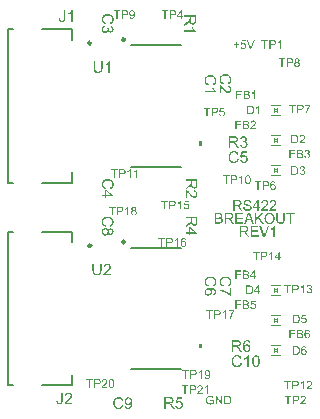
<source format=gto>
G04*
G04 #@! TF.GenerationSoftware,Altium Limited,Altium Designer,22.0.2 (36)*
G04*
G04 Layer_Color=65535*
%FSLAX25Y25*%
%MOIN*%
G70*
G04*
G04 #@! TF.SameCoordinates,8F1ED235-4021-42EF-82FE-ED0713BC9050*
G04*
G04*
G04 #@! TF.FilePolarity,Positive*
G04*
G01*
G75*
%ADD10C,0.01000*%
%ADD11C,0.00600*%
%ADD12C,0.00295*%
%ADD13C,0.00500*%
G36*
X67078Y23250D02*
X68078D01*
Y21750D01*
X67078D01*
Y23250D01*
D02*
G37*
G36*
Y90750D02*
X68078D01*
Y89250D01*
X67078D01*
Y90750D01*
D02*
G37*
G36*
X70763Y5974D02*
X70796D01*
X70875Y5966D01*
X70962Y5954D01*
X71054Y5933D01*
X71154Y5908D01*
X71249Y5875D01*
X71254D01*
X71262Y5870D01*
X71274Y5866D01*
X71291Y5858D01*
X71337Y5833D01*
X71395Y5804D01*
X71457Y5762D01*
X71524Y5712D01*
X71586Y5658D01*
X71645Y5592D01*
X71653Y5583D01*
X71670Y5558D01*
X71695Y5521D01*
X71728Y5467D01*
X71761Y5400D01*
X71799Y5317D01*
X71836Y5226D01*
X71865Y5122D01*
X71520Y5030D01*
Y5034D01*
X71516Y5038D01*
X71512Y5051D01*
X71507Y5068D01*
X71495Y5105D01*
X71478Y5155D01*
X71453Y5213D01*
X71424Y5267D01*
X71395Y5325D01*
X71358Y5375D01*
X71353Y5379D01*
X71341Y5396D01*
X71316Y5417D01*
X71287Y5446D01*
X71249Y5479D01*
X71200Y5513D01*
X71145Y5546D01*
X71083Y5575D01*
X71075Y5579D01*
X71054Y5587D01*
X71017Y5600D01*
X70967Y5617D01*
X70908Y5629D01*
X70842Y5642D01*
X70767Y5650D01*
X70688Y5654D01*
X70642D01*
X70621Y5650D01*
X70596D01*
X70534Y5646D01*
X70463Y5633D01*
X70384Y5621D01*
X70309Y5600D01*
X70234Y5571D01*
X70226Y5567D01*
X70201Y5558D01*
X70168Y5538D01*
X70126Y5517D01*
X70076Y5483D01*
X70022Y5450D01*
X69972Y5409D01*
X69927Y5363D01*
X69922Y5359D01*
X69906Y5342D01*
X69885Y5313D01*
X69860Y5280D01*
X69831Y5238D01*
X69802Y5188D01*
X69773Y5134D01*
X69744Y5076D01*
Y5072D01*
X69739Y5063D01*
X69735Y5051D01*
X69727Y5030D01*
X69719Y5005D01*
X69710Y4976D01*
X69698Y4943D01*
X69689Y4905D01*
X69669Y4818D01*
X69652Y4718D01*
X69639Y4614D01*
X69635Y4498D01*
Y4493D01*
Y4481D01*
Y4460D01*
X69639Y4435D01*
Y4402D01*
X69644Y4360D01*
X69648Y4319D01*
X69652Y4273D01*
X69669Y4169D01*
X69689Y4061D01*
X69723Y3953D01*
X69764Y3849D01*
Y3844D01*
X69773Y3836D01*
X69777Y3824D01*
X69789Y3807D01*
X69818Y3761D01*
X69864Y3703D01*
X69918Y3641D01*
X69985Y3578D01*
X70064Y3520D01*
X70151Y3466D01*
X70155D01*
X70164Y3462D01*
X70176Y3453D01*
X70197Y3445D01*
X70218Y3437D01*
X70247Y3429D01*
X70313Y3404D01*
X70397Y3383D01*
X70488Y3362D01*
X70588Y3345D01*
X70692Y3341D01*
X70734D01*
X70759Y3345D01*
X70784D01*
X70846Y3354D01*
X70921Y3362D01*
X71000Y3379D01*
X71087Y3404D01*
X71175Y3433D01*
X71179D01*
X71187Y3437D01*
X71195Y3441D01*
X71212Y3449D01*
X71258Y3470D01*
X71308Y3495D01*
X71366Y3524D01*
X71428Y3557D01*
X71487Y3595D01*
X71536Y3636D01*
Y4177D01*
X70688D01*
Y4518D01*
X71911D01*
Y3449D01*
X71907Y3445D01*
X71898Y3441D01*
X71882Y3429D01*
X71861Y3412D01*
X71836Y3395D01*
X71807Y3374D01*
X71769Y3349D01*
X71732Y3325D01*
X71645Y3270D01*
X71545Y3212D01*
X71441Y3158D01*
X71329Y3112D01*
X71324D01*
X71316Y3108D01*
X71299Y3104D01*
X71279Y3096D01*
X71249Y3087D01*
X71216Y3075D01*
X71179Y3067D01*
X71141Y3058D01*
X71050Y3037D01*
X70946Y3017D01*
X70833Y3004D01*
X70717Y3000D01*
X70675D01*
X70646Y3004D01*
X70609D01*
X70563Y3008D01*
X70513Y3017D01*
X70459Y3021D01*
X70338Y3046D01*
X70209Y3075D01*
X70076Y3121D01*
X70010Y3146D01*
X69943Y3179D01*
X69939Y3183D01*
X69927Y3187D01*
X69910Y3200D01*
X69885Y3212D01*
X69856Y3233D01*
X69827Y3254D01*
X69748Y3312D01*
X69665Y3387D01*
X69577Y3478D01*
X69494Y3582D01*
X69419Y3703D01*
Y3707D01*
X69411Y3720D01*
X69402Y3736D01*
X69390Y3765D01*
X69377Y3795D01*
X69365Y3836D01*
X69348Y3878D01*
X69332Y3928D01*
X69315Y3982D01*
X69298Y4044D01*
X69286Y4107D01*
X69273Y4173D01*
X69253Y4319D01*
X69244Y4473D01*
Y4477D01*
Y4493D01*
Y4514D01*
X69248Y4543D01*
Y4581D01*
X69253Y4627D01*
X69261Y4672D01*
X69265Y4726D01*
X69278Y4785D01*
X69286Y4847D01*
X69319Y4980D01*
X69361Y5117D01*
X69419Y5255D01*
X69423Y5259D01*
X69427Y5271D01*
X69436Y5288D01*
X69452Y5313D01*
X69469Y5346D01*
X69490Y5379D01*
X69548Y5459D01*
X69619Y5550D01*
X69706Y5637D01*
X69806Y5725D01*
X69864Y5762D01*
X69922Y5800D01*
X69927Y5804D01*
X69939Y5808D01*
X69956Y5816D01*
X69981Y5829D01*
X70014Y5841D01*
X70051Y5858D01*
X70093Y5875D01*
X70143Y5891D01*
X70197Y5908D01*
X70255Y5920D01*
X70318Y5937D01*
X70384Y5949D01*
X70530Y5970D01*
X70605Y5979D01*
X70738D01*
X70763Y5974D01*
D02*
G37*
G36*
X74735Y3050D02*
X74340D01*
X72834Y5309D01*
Y3050D01*
X72468D01*
Y5929D01*
X72859D01*
X74369Y3666D01*
Y5929D01*
X74735D01*
Y3050D01*
D02*
G37*
G36*
X76558Y5925D02*
X76641Y5920D01*
X76724Y5912D01*
X76807Y5900D01*
X76878Y5887D01*
X76882D01*
X76890Y5883D01*
X76903D01*
X76920Y5875D01*
X76965Y5862D01*
X77024Y5841D01*
X77090Y5812D01*
X77161Y5775D01*
X77232Y5733D01*
X77298Y5679D01*
X77302Y5675D01*
X77306Y5671D01*
X77319Y5658D01*
X77336Y5646D01*
X77377Y5604D01*
X77427Y5546D01*
X77481Y5475D01*
X77539Y5392D01*
X77593Y5296D01*
X77639Y5188D01*
Y5184D01*
X77643Y5176D01*
X77652Y5159D01*
X77656Y5134D01*
X77668Y5105D01*
X77677Y5072D01*
X77685Y5034D01*
X77697Y4989D01*
X77710Y4943D01*
X77718Y4889D01*
X77739Y4772D01*
X77751Y4643D01*
X77756Y4502D01*
Y4498D01*
Y4489D01*
Y4468D01*
Y4448D01*
X77751Y4419D01*
Y4385D01*
X77747Y4306D01*
X77735Y4215D01*
X77722Y4119D01*
X77702Y4019D01*
X77677Y3919D01*
Y3915D01*
X77672Y3907D01*
X77668Y3894D01*
X77664Y3878D01*
X77648Y3832D01*
X77623Y3774D01*
X77598Y3707D01*
X77564Y3641D01*
X77523Y3570D01*
X77481Y3503D01*
X77477Y3495D01*
X77460Y3474D01*
X77435Y3445D01*
X77402Y3408D01*
X77365Y3366D01*
X77319Y3325D01*
X77273Y3279D01*
X77219Y3241D01*
X77211Y3237D01*
X77194Y3225D01*
X77165Y3208D01*
X77123Y3187D01*
X77073Y3162D01*
X77015Y3141D01*
X76949Y3117D01*
X76874Y3096D01*
X76865D01*
X76853Y3091D01*
X76841Y3087D01*
X76799Y3083D01*
X76741Y3075D01*
X76674Y3067D01*
X76595Y3058D01*
X76508Y3054D01*
X76412Y3050D01*
X75376D01*
Y5929D01*
X76483D01*
X76558Y5925D01*
D02*
G37*
G36*
X79615Y123135D02*
X80397D01*
Y122806D01*
X79615D01*
Y122016D01*
X79282D01*
Y122806D01*
X78500D01*
Y123135D01*
X79282D01*
Y123917D01*
X79615D01*
Y123135D01*
D02*
G37*
G36*
X84395Y121550D02*
X83995D01*
X82881Y124429D01*
X83297D01*
X84045Y122336D01*
Y122332D01*
X84049Y122324D01*
X84054Y122311D01*
X84062Y122295D01*
X84066Y122270D01*
X84074Y122245D01*
X84095Y122182D01*
X84120Y122111D01*
X84145Y122032D01*
X84195Y121866D01*
Y121870D01*
X84199Y121879D01*
X84203Y121891D01*
X84207Y121908D01*
X84220Y121953D01*
X84241Y122016D01*
X84262Y122087D01*
X84287Y122166D01*
X84316Y122249D01*
X84349Y122336D01*
X85131Y124429D01*
X85518D01*
X84395Y121550D01*
D02*
G37*
G36*
X82569Y124054D02*
X81416D01*
X81262Y123276D01*
X81266Y123281D01*
X81275Y123285D01*
X81287Y123293D01*
X81308Y123305D01*
X81333Y123318D01*
X81362Y123335D01*
X81429Y123368D01*
X81512Y123401D01*
X81603Y123430D01*
X81703Y123451D01*
X81753Y123459D01*
X81845D01*
X81870Y123455D01*
X81903Y123451D01*
X81940Y123447D01*
X81982Y123439D01*
X82028Y123426D01*
X82127Y123397D01*
X82182Y123376D01*
X82236Y123347D01*
X82290Y123318D01*
X82344Y123285D01*
X82394Y123243D01*
X82444Y123197D01*
X82448Y123193D01*
X82456Y123185D01*
X82469Y123172D01*
X82485Y123152D01*
X82506Y123122D01*
X82527Y123093D01*
X82552Y123056D01*
X82577Y123014D01*
X82598Y122968D01*
X82623Y122919D01*
X82643Y122860D01*
X82664Y122802D01*
X82681Y122740D01*
X82693Y122669D01*
X82702Y122598D01*
X82706Y122523D01*
Y122519D01*
Y122507D01*
Y122486D01*
X82702Y122457D01*
X82697Y122424D01*
X82693Y122386D01*
X82685Y122340D01*
X82677Y122295D01*
X82652Y122186D01*
X82610Y122074D01*
X82585Y122016D01*
X82552Y121962D01*
X82519Y121904D01*
X82477Y121849D01*
X82473Y121845D01*
X82464Y121833D01*
X82448Y121816D01*
X82427Y121795D01*
X82398Y121770D01*
X82365Y121737D01*
X82323Y121708D01*
X82277Y121675D01*
X82227Y121641D01*
X82169Y121612D01*
X82107Y121583D01*
X82040Y121554D01*
X81969Y121533D01*
X81890Y121517D01*
X81807Y121504D01*
X81720Y121500D01*
X81682D01*
X81653Y121504D01*
X81620Y121508D01*
X81583Y121512D01*
X81537Y121517D01*
X81491Y121529D01*
X81387Y121554D01*
X81283Y121591D01*
X81229Y121616D01*
X81175Y121646D01*
X81125Y121679D01*
X81075Y121716D01*
X81071Y121721D01*
X81063Y121725D01*
X81054Y121741D01*
X81038Y121758D01*
X81017Y121779D01*
X80996Y121804D01*
X80971Y121837D01*
X80950Y121874D01*
X80925Y121912D01*
X80900Y121958D01*
X80855Y122057D01*
X80817Y122174D01*
X80805Y122236D01*
X80796Y122303D01*
X81167Y122332D01*
Y122328D01*
Y122319D01*
X81171Y122307D01*
X81175Y122286D01*
X81187Y122240D01*
X81204Y122178D01*
X81229Y122116D01*
X81262Y122045D01*
X81304Y121983D01*
X81354Y121924D01*
X81362Y121920D01*
X81379Y121904D01*
X81412Y121883D01*
X81458Y121858D01*
X81508Y121833D01*
X81570Y121812D01*
X81641Y121795D01*
X81720Y121791D01*
X81745D01*
X81761Y121795D01*
X81811Y121800D01*
X81870Y121816D01*
X81940Y121837D01*
X82011Y121870D01*
X82086Y121920D01*
X82119Y121949D01*
X82152Y121983D01*
X82157Y121987D01*
X82161Y121991D01*
X82169Y122003D01*
X82182Y122016D01*
X82211Y122062D01*
X82244Y122120D01*
X82273Y122191D01*
X82302Y122278D01*
X82323Y122382D01*
X82331Y122436D01*
Y122494D01*
Y122498D01*
Y122507D01*
Y122523D01*
X82327Y122544D01*
Y122569D01*
X82323Y122598D01*
X82311Y122665D01*
X82290Y122744D01*
X82261Y122823D01*
X82219Y122898D01*
X82161Y122968D01*
Y122973D01*
X82152Y122977D01*
X82132Y122998D01*
X82094Y123027D01*
X82044Y123060D01*
X81978Y123089D01*
X81903Y123118D01*
X81815Y123139D01*
X81766Y123147D01*
X81687D01*
X81653Y123143D01*
X81612Y123139D01*
X81562Y123127D01*
X81512Y123114D01*
X81458Y123093D01*
X81404Y123068D01*
X81400Y123064D01*
X81383Y123056D01*
X81358Y123035D01*
X81325Y123014D01*
X81291Y122985D01*
X81258Y122948D01*
X81221Y122910D01*
X81191Y122864D01*
X80859Y122910D01*
X81137Y124391D01*
X82569D01*
Y124054D01*
D02*
G37*
G36*
X83159Y71230D02*
X83194D01*
X83291Y71220D01*
X83398Y71205D01*
X83510Y71179D01*
X83632Y71149D01*
X83744Y71108D01*
X83749D01*
X83759Y71103D01*
X83775Y71093D01*
X83795Y71083D01*
X83846Y71057D01*
X83912Y71011D01*
X83988Y70960D01*
X84065Y70894D01*
X84136Y70818D01*
X84202Y70731D01*
Y70726D01*
X84207Y70721D01*
X84217Y70706D01*
X84228Y70691D01*
X84253Y70640D01*
X84284Y70574D01*
X84319Y70492D01*
X84345Y70395D01*
X84370Y70294D01*
X84380Y70182D01*
X83932Y70146D01*
Y70151D01*
Y70161D01*
X83927Y70177D01*
X83922Y70202D01*
X83907Y70258D01*
X83886Y70334D01*
X83856Y70416D01*
X83810Y70497D01*
X83754Y70574D01*
X83683Y70645D01*
X83673Y70650D01*
X83647Y70670D01*
X83596Y70701D01*
X83530Y70731D01*
X83444Y70762D01*
X83342Y70793D01*
X83215Y70813D01*
X83072Y70818D01*
X83001D01*
X82970Y70813D01*
X82929Y70808D01*
X82838Y70798D01*
X82736Y70777D01*
X82634Y70752D01*
X82538Y70711D01*
X82497Y70686D01*
X82456Y70660D01*
X82446Y70655D01*
X82426Y70635D01*
X82395Y70599D01*
X82365Y70558D01*
X82329Y70502D01*
X82298Y70441D01*
X82278Y70370D01*
X82268Y70289D01*
Y70278D01*
Y70258D01*
X82273Y70222D01*
X82283Y70182D01*
X82298Y70131D01*
X82324Y70080D01*
X82354Y70029D01*
X82400Y69978D01*
X82405Y69973D01*
X82431Y69958D01*
X82451Y69942D01*
X82472Y69932D01*
X82502Y69917D01*
X82538Y69897D01*
X82583Y69881D01*
X82634Y69861D01*
X82690Y69841D01*
X82757Y69815D01*
X82828Y69795D01*
X82909Y69769D01*
X83001Y69749D01*
X83103Y69724D01*
X83108D01*
X83128Y69718D01*
X83159Y69713D01*
X83194Y69703D01*
X83240Y69693D01*
X83296Y69678D01*
X83352Y69662D01*
X83413Y69647D01*
X83545Y69612D01*
X83673Y69576D01*
X83734Y69556D01*
X83790Y69535D01*
X83841Y69520D01*
X83881Y69500D01*
X83886D01*
X83897Y69495D01*
X83912Y69484D01*
X83932Y69474D01*
X83988Y69444D01*
X84054Y69403D01*
X84131Y69347D01*
X84207Y69286D01*
X84278Y69215D01*
X84339Y69138D01*
X84345Y69128D01*
X84365Y69103D01*
X84385Y69057D01*
X84416Y68996D01*
X84441Y68924D01*
X84467Y68838D01*
X84482Y68741D01*
X84487Y68639D01*
Y68634D01*
Y68629D01*
Y68614D01*
Y68594D01*
X84477Y68538D01*
X84467Y68466D01*
X84446Y68385D01*
X84421Y68298D01*
X84380Y68207D01*
X84324Y68110D01*
Y68105D01*
X84319Y68100D01*
X84294Y68069D01*
X84258Y68024D01*
X84207Y67973D01*
X84141Y67912D01*
X84060Y67845D01*
X83968Y67784D01*
X83861Y67728D01*
X83856D01*
X83846Y67723D01*
X83830Y67718D01*
X83810Y67708D01*
X83780Y67698D01*
X83744Y67682D01*
X83662Y67662D01*
X83566Y67637D01*
X83449Y67611D01*
X83321Y67596D01*
X83184Y67591D01*
X83103D01*
X83062Y67596D01*
X83016D01*
X82965Y67601D01*
X82904Y67606D01*
X82777Y67627D01*
X82644Y67647D01*
X82512Y67682D01*
X82385Y67728D01*
X82380D01*
X82370Y67733D01*
X82354Y67744D01*
X82334Y67754D01*
X82273Y67784D01*
X82202Y67830D01*
X82120Y67891D01*
X82034Y67962D01*
X81952Y68049D01*
X81876Y68146D01*
Y68151D01*
X81866Y68161D01*
X81861Y68176D01*
X81845Y68197D01*
X81835Y68222D01*
X81820Y68253D01*
X81784Y68329D01*
X81749Y68426D01*
X81718Y68533D01*
X81698Y68655D01*
X81688Y68782D01*
X82125Y68823D01*
Y68818D01*
Y68813D01*
X82130Y68797D01*
Y68777D01*
X82141Y68731D01*
X82156Y68665D01*
X82176Y68599D01*
X82197Y68522D01*
X82232Y68451D01*
X82268Y68385D01*
X82273Y68380D01*
X82288Y68360D01*
X82314Y68324D01*
X82354Y68288D01*
X82405Y68242D01*
X82461Y68197D01*
X82538Y68151D01*
X82619Y68110D01*
X82624D01*
X82629Y68105D01*
X82644Y68100D01*
X82660Y68095D01*
X82711Y68080D01*
X82777Y68059D01*
X82858Y68039D01*
X82950Y68024D01*
X83052Y68013D01*
X83164Y68008D01*
X83210D01*
X83260Y68013D01*
X83321Y68019D01*
X83393Y68029D01*
X83474Y68039D01*
X83556Y68059D01*
X83632Y68085D01*
X83642Y68090D01*
X83668Y68100D01*
X83703Y68120D01*
X83749Y68141D01*
X83795Y68176D01*
X83846Y68212D01*
X83897Y68253D01*
X83937Y68304D01*
X83943Y68309D01*
X83953Y68329D01*
X83968Y68354D01*
X83988Y68395D01*
X84009Y68436D01*
X84024Y68487D01*
X84034Y68543D01*
X84039Y68604D01*
Y68609D01*
Y68634D01*
X84034Y68665D01*
X84029Y68706D01*
X84014Y68746D01*
X83999Y68797D01*
X83973Y68848D01*
X83937Y68894D01*
X83932Y68899D01*
X83917Y68914D01*
X83897Y68935D01*
X83861Y68965D01*
X83820Y68996D01*
X83764Y69031D01*
X83698Y69067D01*
X83622Y69098D01*
X83617Y69103D01*
X83591Y69108D01*
X83551Y69123D01*
X83525Y69128D01*
X83489Y69138D01*
X83454Y69153D01*
X83408Y69164D01*
X83357Y69179D01*
X83296Y69194D01*
X83235Y69209D01*
X83164Y69230D01*
X83082Y69250D01*
X82996Y69271D01*
X82991D01*
X82975Y69276D01*
X82950Y69281D01*
X82919Y69291D01*
X82879Y69301D01*
X82833Y69311D01*
X82731Y69342D01*
X82619Y69377D01*
X82502Y69413D01*
X82400Y69449D01*
X82354Y69469D01*
X82314Y69490D01*
X82309D01*
X82304Y69495D01*
X82273Y69515D01*
X82227Y69540D01*
X82176Y69581D01*
X82115Y69627D01*
X82054Y69683D01*
X81993Y69749D01*
X81942Y69820D01*
X81937Y69831D01*
X81922Y69856D01*
X81901Y69897D01*
X81881Y69948D01*
X81861Y70014D01*
X81840Y70090D01*
X81825Y70171D01*
X81820Y70258D01*
Y70263D01*
Y70268D01*
Y70284D01*
Y70304D01*
X81830Y70355D01*
X81840Y70421D01*
X81856Y70497D01*
X81881Y70584D01*
X81917Y70670D01*
X81968Y70757D01*
Y70762D01*
X81973Y70767D01*
X81998Y70798D01*
X82034Y70838D01*
X82079Y70889D01*
X82141Y70945D01*
X82217Y71006D01*
X82309Y71062D01*
X82410Y71113D01*
X82415D01*
X82426Y71118D01*
X82441Y71123D01*
X82461Y71134D01*
X82487Y71144D01*
X82522Y71154D01*
X82599Y71174D01*
X82695Y71195D01*
X82807Y71215D01*
X82924Y71230D01*
X83057Y71235D01*
X83123D01*
X83159Y71230D01*
D02*
G37*
G36*
X91679Y71184D02*
X91720Y71179D01*
X91771Y71174D01*
X91827Y71164D01*
X91883Y71154D01*
X92015Y71118D01*
X92147Y71067D01*
X92214Y71037D01*
X92280Y71001D01*
X92341Y70955D01*
X92397Y70904D01*
X92402Y70899D01*
X92412Y70894D01*
X92422Y70874D01*
X92443Y70854D01*
X92468Y70828D01*
X92494Y70793D01*
X92519Y70757D01*
X92550Y70711D01*
X92601Y70614D01*
X92651Y70492D01*
X92672Y70431D01*
X92682Y70360D01*
X92692Y70289D01*
X92697Y70212D01*
Y70202D01*
Y70177D01*
X92692Y70136D01*
X92687Y70080D01*
X92677Y70019D01*
X92656Y69948D01*
X92636Y69871D01*
X92606Y69795D01*
X92601Y69785D01*
X92590Y69759D01*
X92570Y69718D01*
X92540Y69662D01*
X92499Y69602D01*
X92448Y69525D01*
X92387Y69449D01*
X92316Y69362D01*
X92305Y69352D01*
X92280Y69322D01*
X92254Y69296D01*
X92229Y69271D01*
X92198Y69240D01*
X92158Y69199D01*
X92117Y69159D01*
X92066Y69113D01*
X92015Y69062D01*
X91954Y69006D01*
X91888Y68950D01*
X91817Y68884D01*
X91735Y68818D01*
X91654Y68746D01*
X91649Y68741D01*
X91638Y68731D01*
X91618Y68716D01*
X91593Y68695D01*
X91562Y68665D01*
X91527Y68634D01*
X91445Y68568D01*
X91359Y68492D01*
X91277Y68415D01*
X91206Y68349D01*
X91175Y68324D01*
X91150Y68298D01*
X91145Y68293D01*
X91129Y68278D01*
X91109Y68258D01*
X91084Y68227D01*
X91058Y68191D01*
X91028Y68156D01*
X90967Y68069D01*
X92702D01*
Y67652D01*
X90366D01*
Y67657D01*
Y67677D01*
Y67708D01*
X90371Y67749D01*
X90376Y67795D01*
X90386Y67845D01*
X90397Y67896D01*
X90417Y67952D01*
Y67957D01*
X90422Y67962D01*
X90432Y67993D01*
X90453Y68039D01*
X90483Y68100D01*
X90524Y68171D01*
X90575Y68253D01*
X90631Y68334D01*
X90702Y68421D01*
Y68426D01*
X90712Y68431D01*
X90738Y68461D01*
X90783Y68507D01*
X90850Y68573D01*
X90926Y68650D01*
X91023Y68741D01*
X91140Y68843D01*
X91267Y68950D01*
X91272Y68955D01*
X91292Y68970D01*
X91323Y68996D01*
X91359Y69026D01*
X91404Y69067D01*
X91460Y69113D01*
X91516Y69164D01*
X91583Y69220D01*
X91710Y69342D01*
X91837Y69464D01*
X91898Y69525D01*
X91954Y69586D01*
X92005Y69642D01*
X92046Y69698D01*
Y69703D01*
X92056Y69708D01*
X92066Y69724D01*
X92076Y69744D01*
X92112Y69800D01*
X92153Y69866D01*
X92188Y69948D01*
X92224Y70034D01*
X92244Y70131D01*
X92254Y70222D01*
Y70227D01*
Y70233D01*
X92249Y70263D01*
X92244Y70314D01*
X92229Y70370D01*
X92209Y70441D01*
X92173Y70513D01*
X92127Y70584D01*
X92066Y70655D01*
X92056Y70665D01*
X92031Y70686D01*
X91995Y70711D01*
X91939Y70747D01*
X91868Y70777D01*
X91786Y70808D01*
X91689Y70828D01*
X91583Y70833D01*
X91552D01*
X91532Y70828D01*
X91471Y70823D01*
X91399Y70808D01*
X91323Y70787D01*
X91236Y70752D01*
X91155Y70706D01*
X91079Y70645D01*
X91069Y70635D01*
X91048Y70609D01*
X91018Y70569D01*
X90987Y70508D01*
X90951Y70436D01*
X90921Y70345D01*
X90900Y70243D01*
X90890Y70126D01*
X90447Y70171D01*
Y70177D01*
X90453Y70192D01*
Y70217D01*
X90458Y70253D01*
X90468Y70294D01*
X90478Y70340D01*
X90493Y70395D01*
X90509Y70451D01*
X90549Y70574D01*
X90610Y70696D01*
X90646Y70757D01*
X90692Y70818D01*
X90738Y70874D01*
X90789Y70925D01*
X90794Y70930D01*
X90804Y70935D01*
X90819Y70950D01*
X90845Y70966D01*
X90875Y70986D01*
X90911Y71006D01*
X90951Y71032D01*
X91002Y71057D01*
X91058Y71083D01*
X91119Y71108D01*
X91185Y71128D01*
X91257Y71149D01*
X91333Y71164D01*
X91415Y71179D01*
X91501Y71184D01*
X91593Y71189D01*
X91644D01*
X91679Y71184D01*
D02*
G37*
G36*
X88941D02*
X88982Y71179D01*
X89033Y71174D01*
X89088Y71164D01*
X89144Y71154D01*
X89277Y71118D01*
X89409Y71067D01*
X89475Y71037D01*
X89542Y71001D01*
X89603Y70955D01*
X89658Y70904D01*
X89664Y70899D01*
X89674Y70894D01*
X89684Y70874D01*
X89704Y70854D01*
X89730Y70828D01*
X89755Y70793D01*
X89781Y70757D01*
X89811Y70711D01*
X89862Y70614D01*
X89913Y70492D01*
X89933Y70431D01*
X89944Y70360D01*
X89954Y70289D01*
X89959Y70212D01*
Y70202D01*
Y70177D01*
X89954Y70136D01*
X89949Y70080D01*
X89938Y70019D01*
X89918Y69948D01*
X89898Y69871D01*
X89867Y69795D01*
X89862Y69785D01*
X89852Y69759D01*
X89832Y69718D01*
X89801Y69662D01*
X89760Y69602D01*
X89709Y69525D01*
X89648Y69449D01*
X89577Y69362D01*
X89567Y69352D01*
X89542Y69322D01*
X89516Y69296D01*
X89491Y69271D01*
X89460Y69240D01*
X89419Y69199D01*
X89379Y69159D01*
X89328Y69113D01*
X89277Y69062D01*
X89216Y69006D01*
X89149Y68950D01*
X89078Y68884D01*
X88997Y68818D01*
X88915Y68746D01*
X88910Y68741D01*
X88900Y68731D01*
X88880Y68716D01*
X88854Y68695D01*
X88824Y68665D01*
X88788Y68634D01*
X88707Y68568D01*
X88620Y68492D01*
X88539Y68415D01*
X88468Y68349D01*
X88437Y68324D01*
X88411Y68298D01*
X88406Y68293D01*
X88391Y68278D01*
X88371Y68258D01*
X88345Y68227D01*
X88320Y68191D01*
X88289Y68156D01*
X88228Y68069D01*
X89964D01*
Y67652D01*
X87628D01*
Y67657D01*
Y67677D01*
Y67708D01*
X87633Y67749D01*
X87638Y67795D01*
X87648Y67845D01*
X87658Y67896D01*
X87678Y67952D01*
Y67957D01*
X87684Y67962D01*
X87694Y67993D01*
X87714Y68039D01*
X87745Y68100D01*
X87785Y68171D01*
X87836Y68253D01*
X87892Y68334D01*
X87964Y68421D01*
Y68426D01*
X87974Y68431D01*
X87999Y68461D01*
X88045Y68507D01*
X88111Y68573D01*
X88187Y68650D01*
X88284Y68741D01*
X88401Y68843D01*
X88529Y68950D01*
X88534Y68955D01*
X88554Y68970D01*
X88585Y68996D01*
X88620Y69026D01*
X88666Y69067D01*
X88722Y69113D01*
X88778Y69164D01*
X88844Y69220D01*
X88971Y69342D01*
X89099Y69464D01*
X89160Y69525D01*
X89216Y69586D01*
X89267Y69642D01*
X89307Y69698D01*
Y69703D01*
X89318Y69708D01*
X89328Y69724D01*
X89338Y69744D01*
X89373Y69800D01*
X89414Y69866D01*
X89450Y69948D01*
X89486Y70034D01*
X89506Y70131D01*
X89516Y70222D01*
Y70227D01*
Y70233D01*
X89511Y70263D01*
X89506Y70314D01*
X89491Y70370D01*
X89470Y70441D01*
X89435Y70513D01*
X89389Y70584D01*
X89328Y70655D01*
X89318Y70665D01*
X89292Y70686D01*
X89256Y70711D01*
X89200Y70747D01*
X89129Y70777D01*
X89048Y70808D01*
X88951Y70828D01*
X88844Y70833D01*
X88814D01*
X88793Y70828D01*
X88732Y70823D01*
X88661Y70808D01*
X88585Y70787D01*
X88498Y70752D01*
X88417Y70706D01*
X88340Y70645D01*
X88330Y70635D01*
X88310Y70609D01*
X88279Y70569D01*
X88249Y70508D01*
X88213Y70436D01*
X88182Y70345D01*
X88162Y70243D01*
X88152Y70126D01*
X87709Y70171D01*
Y70177D01*
X87714Y70192D01*
Y70217D01*
X87719Y70253D01*
X87729Y70294D01*
X87740Y70340D01*
X87755Y70395D01*
X87770Y70451D01*
X87811Y70574D01*
X87872Y70696D01*
X87908Y70757D01*
X87953Y70818D01*
X87999Y70874D01*
X88050Y70925D01*
X88055Y70930D01*
X88065Y70935D01*
X88081Y70950D01*
X88106Y70966D01*
X88137Y70986D01*
X88172Y71006D01*
X88213Y71032D01*
X88264Y71057D01*
X88320Y71083D01*
X88381Y71108D01*
X88447Y71128D01*
X88518Y71149D01*
X88595Y71164D01*
X88676Y71179D01*
X88763Y71184D01*
X88854Y71189D01*
X88905D01*
X88941Y71184D01*
D02*
G37*
G36*
X86767Y68894D02*
X87246D01*
Y68497D01*
X86767D01*
Y67652D01*
X86335D01*
Y68497D01*
X84803D01*
Y68894D01*
X86416Y71174D01*
X86767D01*
Y68894D01*
D02*
G37*
G36*
X79972Y71169D02*
X80018D01*
X80125Y71164D01*
X80237Y71149D01*
X80359Y71134D01*
X80471Y71108D01*
X80527Y71093D01*
X80573Y71078D01*
X80578D01*
X80583Y71073D01*
X80614Y71057D01*
X80659Y71037D01*
X80715Y71001D01*
X80777Y70955D01*
X80843Y70894D01*
X80904Y70823D01*
X80965Y70742D01*
Y70736D01*
X80970Y70731D01*
X80990Y70701D01*
X81011Y70650D01*
X81041Y70584D01*
X81067Y70508D01*
X81092Y70416D01*
X81107Y70319D01*
X81112Y70212D01*
Y70207D01*
Y70197D01*
Y70177D01*
X81107Y70151D01*
Y70116D01*
X81102Y70080D01*
X81082Y69993D01*
X81051Y69892D01*
X81011Y69785D01*
X80949Y69678D01*
X80909Y69627D01*
X80868Y69576D01*
X80863Y69571D01*
X80858Y69566D01*
X80843Y69551D01*
X80822Y69535D01*
X80797Y69515D01*
X80766Y69495D01*
X80726Y69469D01*
X80685Y69439D01*
X80634Y69413D01*
X80578Y69388D01*
X80517Y69357D01*
X80451Y69332D01*
X80374Y69311D01*
X80298Y69286D01*
X80212Y69271D01*
X80120Y69255D01*
X80130Y69250D01*
X80150Y69240D01*
X80181Y69220D01*
X80222Y69199D01*
X80313Y69143D01*
X80359Y69108D01*
X80400Y69077D01*
X80410Y69067D01*
X80436Y69042D01*
X80476Y69001D01*
X80527Y68950D01*
X80583Y68879D01*
X80649Y68802D01*
X80715Y68711D01*
X80787Y68609D01*
X81392Y67652D01*
X80812D01*
X80349Y68385D01*
Y68390D01*
X80339Y68400D01*
X80329Y68415D01*
X80313Y68436D01*
X80278Y68492D01*
X80232Y68563D01*
X80176Y68639D01*
X80120Y68721D01*
X80064Y68797D01*
X80013Y68868D01*
X80008Y68874D01*
X79993Y68894D01*
X79967Y68924D01*
X79931Y68960D01*
X79855Y69037D01*
X79814Y69072D01*
X79774Y69103D01*
X79769Y69108D01*
X79759Y69113D01*
X79738Y69123D01*
X79708Y69138D01*
X79677Y69153D01*
X79641Y69169D01*
X79560Y69194D01*
X79555D01*
X79545Y69199D01*
X79524D01*
X79499Y69204D01*
X79463Y69209D01*
X79422D01*
X79366Y69215D01*
X78766D01*
Y67652D01*
X78298D01*
Y71174D01*
X79931D01*
X79972Y71169D01*
D02*
G37*
G36*
X86966Y65395D02*
X88508Y63303D01*
X87892D01*
X86640Y65079D01*
X86065Y64525D01*
Y63303D01*
X85597D01*
Y66825D01*
X86065D01*
Y65074D01*
X87806Y66825D01*
X88442D01*
X86966Y65395D01*
D02*
G37*
G36*
X95502Y64789D02*
Y64784D01*
Y64764D01*
Y64739D01*
Y64703D01*
X95497Y64657D01*
Y64606D01*
X95492Y64545D01*
X95487Y64484D01*
X95471Y64346D01*
X95451Y64204D01*
X95420Y64067D01*
X95400Y64000D01*
X95380Y63939D01*
Y63934D01*
X95375Y63924D01*
X95364Y63909D01*
X95354Y63888D01*
X95324Y63832D01*
X95278Y63761D01*
X95217Y63680D01*
X95146Y63598D01*
X95054Y63512D01*
X94942Y63435D01*
X94937D01*
X94927Y63425D01*
X94911Y63420D01*
X94886Y63405D01*
X94855Y63390D01*
X94815Y63374D01*
X94774Y63359D01*
X94723Y63339D01*
X94667Y63318D01*
X94606Y63303D01*
X94540Y63288D01*
X94463Y63273D01*
X94387Y63262D01*
X94306Y63252D01*
X94122Y63242D01*
X94077D01*
X94041Y63247D01*
X94000D01*
X93949Y63252D01*
X93893Y63257D01*
X93837Y63262D01*
X93710Y63283D01*
X93573Y63313D01*
X93440Y63354D01*
X93313Y63410D01*
X93308D01*
X93298Y63420D01*
X93283Y63430D01*
X93262Y63441D01*
X93206Y63481D01*
X93140Y63537D01*
X93064Y63608D01*
X92993Y63690D01*
X92921Y63792D01*
X92865Y63904D01*
Y63909D01*
X92860Y63919D01*
X92855Y63939D01*
X92845Y63965D01*
X92835Y63995D01*
X92825Y64036D01*
X92809Y64082D01*
X92799Y64138D01*
X92789Y64199D01*
X92774Y64265D01*
X92763Y64336D01*
X92753Y64413D01*
X92743Y64499D01*
X92738Y64591D01*
X92733Y64688D01*
Y64789D01*
Y66825D01*
X93201D01*
Y64789D01*
Y64784D01*
Y64769D01*
Y64744D01*
Y64713D01*
X93206Y64677D01*
Y64632D01*
X93211Y64535D01*
X93221Y64423D01*
X93237Y64311D01*
X93257Y64204D01*
X93267Y64158D01*
X93283Y64112D01*
X93288Y64102D01*
X93298Y64077D01*
X93323Y64041D01*
X93354Y63990D01*
X93389Y63939D01*
X93440Y63883D01*
X93502Y63827D01*
X93573Y63782D01*
X93583Y63776D01*
X93608Y63761D01*
X93654Y63746D01*
X93715Y63726D01*
X93787Y63700D01*
X93878Y63685D01*
X93975Y63670D01*
X94082Y63665D01*
X94133D01*
X94163Y63670D01*
X94209D01*
X94255Y63675D01*
X94367Y63695D01*
X94489Y63721D01*
X94606Y63761D01*
X94718Y63817D01*
X94769Y63853D01*
X94815Y63894D01*
X94820Y63899D01*
X94825Y63904D01*
X94835Y63919D01*
X94850Y63939D01*
X94866Y63970D01*
X94886Y64000D01*
X94906Y64046D01*
X94927Y64092D01*
X94947Y64148D01*
X94962Y64214D01*
X94983Y64290D01*
X94998Y64372D01*
X95013Y64464D01*
X95023Y64560D01*
X95034Y64672D01*
Y64789D01*
Y66825D01*
X95502D01*
Y64789D01*
D02*
G37*
G36*
X98805Y66408D02*
X97645D01*
Y63303D01*
X97176D01*
Y66408D01*
X96016D01*
Y66825D01*
X98805D01*
Y66408D01*
D02*
G37*
G36*
X85240Y63303D02*
X84711D01*
X84299Y64372D01*
X82823D01*
X82441Y63303D01*
X81947D01*
X83291Y66825D01*
X83800D01*
X85240Y63303D01*
D02*
G37*
G36*
X81606Y66408D02*
X79524D01*
Y65334D01*
X81474D01*
Y64917D01*
X79524D01*
Y63721D01*
X81688D01*
Y63303D01*
X79056D01*
Y66825D01*
X81606D01*
Y66408D01*
D02*
G37*
G36*
X77178Y66820D02*
X77224D01*
X77331Y66815D01*
X77443Y66800D01*
X77565Y66785D01*
X77677Y66759D01*
X77733Y66744D01*
X77779Y66729D01*
X77784D01*
X77789Y66724D01*
X77819Y66708D01*
X77865Y66688D01*
X77921Y66652D01*
X77982Y66606D01*
X78048Y66545D01*
X78109Y66474D01*
X78170Y66393D01*
Y66388D01*
X78175Y66382D01*
X78196Y66352D01*
X78216Y66301D01*
X78247Y66235D01*
X78272Y66159D01*
X78298Y66067D01*
X78313Y65970D01*
X78318Y65863D01*
Y65858D01*
Y65848D01*
Y65828D01*
X78313Y65802D01*
Y65767D01*
X78308Y65731D01*
X78288Y65645D01*
X78257Y65543D01*
X78216Y65436D01*
X78155Y65329D01*
X78114Y65278D01*
X78074Y65227D01*
X78069Y65222D01*
X78063Y65217D01*
X78048Y65202D01*
X78028Y65186D01*
X78002Y65166D01*
X77972Y65146D01*
X77931Y65120D01*
X77890Y65090D01*
X77839Y65064D01*
X77784Y65039D01*
X77723Y65008D01*
X77656Y64983D01*
X77580Y64962D01*
X77504Y64937D01*
X77417Y64922D01*
X77325Y64906D01*
X77336Y64901D01*
X77356Y64891D01*
X77386Y64871D01*
X77427Y64850D01*
X77519Y64794D01*
X77565Y64759D01*
X77605Y64728D01*
X77616Y64718D01*
X77641Y64693D01*
X77682Y64652D01*
X77733Y64601D01*
X77789Y64530D01*
X77855Y64453D01*
X77921Y64362D01*
X77992Y64260D01*
X78598Y63303D01*
X78018D01*
X77555Y64036D01*
Y64041D01*
X77544Y64051D01*
X77534Y64067D01*
X77519Y64087D01*
X77483Y64143D01*
X77437Y64214D01*
X77381Y64290D01*
X77325Y64372D01*
X77270Y64448D01*
X77219Y64520D01*
X77214Y64525D01*
X77198Y64545D01*
X77173Y64576D01*
X77137Y64611D01*
X77061Y64688D01*
X77020Y64723D01*
X76979Y64754D01*
X76974Y64759D01*
X76964Y64764D01*
X76944Y64774D01*
X76913Y64789D01*
X76883Y64805D01*
X76847Y64820D01*
X76766Y64845D01*
X76761D01*
X76750Y64850D01*
X76730D01*
X76705Y64855D01*
X76669Y64861D01*
X76628D01*
X76572Y64866D01*
X75972D01*
Y63303D01*
X75503D01*
Y66825D01*
X77137D01*
X77178Y66820D01*
D02*
G37*
G36*
X73615D02*
X73656D01*
X73747Y66810D01*
X73849Y66800D01*
X73956Y66780D01*
X74063Y66754D01*
X74159Y66719D01*
X74165D01*
X74170Y66713D01*
X74200Y66698D01*
X74246Y66673D01*
X74297Y66637D01*
X74358Y66591D01*
X74424Y66535D01*
X74485Y66464D01*
X74541Y66388D01*
X74546Y66377D01*
X74562Y66347D01*
X74587Y66306D01*
X74612Y66245D01*
X74638Y66174D01*
X74663Y66097D01*
X74679Y66011D01*
X74684Y65924D01*
Y65914D01*
Y65889D01*
X74679Y65843D01*
X74669Y65787D01*
X74653Y65721D01*
X74628Y65650D01*
X74597Y65578D01*
X74556Y65502D01*
X74551Y65492D01*
X74536Y65471D01*
X74506Y65431D01*
X74465Y65390D01*
X74414Y65339D01*
X74353Y65283D01*
X74277Y65232D01*
X74190Y65181D01*
X74195D01*
X74205Y65176D01*
X74221Y65171D01*
X74241Y65161D01*
X74302Y65141D01*
X74373Y65105D01*
X74450Y65059D01*
X74536Y65003D01*
X74612Y64937D01*
X74684Y64855D01*
X74689Y64845D01*
X74709Y64815D01*
X74740Y64769D01*
X74770Y64708D01*
X74801Y64626D01*
X74831Y64540D01*
X74852Y64438D01*
X74857Y64326D01*
Y64321D01*
Y64316D01*
Y64285D01*
X74852Y64235D01*
X74841Y64174D01*
X74831Y64102D01*
X74811Y64026D01*
X74786Y63944D01*
X74750Y63863D01*
X74745Y63853D01*
X74730Y63827D01*
X74709Y63792D01*
X74679Y63741D01*
X74638Y63690D01*
X74597Y63634D01*
X74546Y63578D01*
X74490Y63532D01*
X74485Y63527D01*
X74465Y63512D01*
X74429Y63491D01*
X74383Y63471D01*
X74327Y63441D01*
X74261Y63410D01*
X74190Y63384D01*
X74103Y63359D01*
X74093D01*
X74063Y63349D01*
X74012Y63344D01*
X73946Y63334D01*
X73864Y63323D01*
X73768Y63313D01*
X73661Y63308D01*
X73539Y63303D01*
X72195D01*
Y66825D01*
X73579D01*
X73615Y66820D01*
D02*
G37*
G36*
X90524Y66881D02*
X90570D01*
X90615Y66876D01*
X90676Y66866D01*
X90738Y66856D01*
X90870Y66830D01*
X91023Y66790D01*
X91170Y66729D01*
X91247Y66693D01*
X91323Y66652D01*
X91328Y66647D01*
X91338Y66642D01*
X91359Y66627D01*
X91389Y66612D01*
X91420Y66586D01*
X91460Y66556D01*
X91547Y66484D01*
X91638Y66393D01*
X91740Y66281D01*
X91837Y66148D01*
X91918Y66001D01*
Y65996D01*
X91929Y65980D01*
X91939Y65960D01*
X91949Y65930D01*
X91969Y65889D01*
X91985Y65843D01*
X92005Y65787D01*
X92025Y65726D01*
X92041Y65660D01*
X92061Y65588D01*
X92081Y65507D01*
X92097Y65426D01*
X92117Y65247D01*
X92127Y65054D01*
Y65049D01*
Y65029D01*
Y65003D01*
X92122Y64962D01*
Y64917D01*
X92117Y64861D01*
X92107Y64799D01*
X92102Y64733D01*
X92076Y64586D01*
X92036Y64423D01*
X91980Y64260D01*
X91949Y64179D01*
X91908Y64097D01*
Y64092D01*
X91898Y64077D01*
X91888Y64056D01*
X91868Y64026D01*
X91847Y63990D01*
X91822Y63955D01*
X91751Y63858D01*
X91664Y63756D01*
X91562Y63649D01*
X91440Y63547D01*
X91298Y63456D01*
X91292D01*
X91282Y63446D01*
X91257Y63435D01*
X91226Y63420D01*
X91191Y63405D01*
X91150Y63390D01*
X91099Y63369D01*
X91043Y63349D01*
X90982Y63328D01*
X90916Y63308D01*
X90768Y63278D01*
X90610Y63252D01*
X90442Y63242D01*
X90391D01*
X90361Y63247D01*
X90315D01*
X90264Y63257D01*
X90208Y63262D01*
X90142Y63273D01*
X90005Y63303D01*
X89857Y63344D01*
X89704Y63405D01*
X89628Y63441D01*
X89552Y63481D01*
X89547Y63486D01*
X89536Y63491D01*
X89516Y63507D01*
X89486Y63527D01*
X89455Y63547D01*
X89419Y63578D01*
X89333Y63654D01*
X89236Y63746D01*
X89134Y63858D01*
X89043Y63985D01*
X88956Y64133D01*
Y64138D01*
X88946Y64153D01*
X88936Y64174D01*
X88926Y64204D01*
X88910Y64245D01*
X88895Y64290D01*
X88875Y64341D01*
X88859Y64397D01*
X88839Y64464D01*
X88819Y64530D01*
X88788Y64683D01*
X88768Y64840D01*
X88758Y65013D01*
Y65018D01*
Y65023D01*
Y65054D01*
X88763Y65100D01*
Y65161D01*
X88773Y65232D01*
X88783Y65319D01*
X88798Y65415D01*
X88819Y65517D01*
X88839Y65624D01*
X88870Y65736D01*
X88910Y65848D01*
X88956Y65965D01*
X89007Y66077D01*
X89073Y66189D01*
X89144Y66291D01*
X89226Y66388D01*
X89231Y66393D01*
X89246Y66408D01*
X89277Y66433D01*
X89312Y66464D01*
X89358Y66505D01*
X89414Y66545D01*
X89480Y66591D01*
X89557Y66637D01*
X89638Y66683D01*
X89730Y66729D01*
X89832Y66769D01*
X89938Y66810D01*
X90056Y66841D01*
X90178Y66866D01*
X90305Y66881D01*
X90442Y66887D01*
X90488D01*
X90524Y66881D01*
D02*
G37*
G36*
X88913Y59000D02*
X88424D01*
X87060Y62522D01*
X87569D01*
X88485Y59962D01*
Y59957D01*
X88490Y59947D01*
X88495Y59931D01*
X88506Y59911D01*
X88511Y59881D01*
X88521Y59850D01*
X88546Y59774D01*
X88577Y59687D01*
X88607Y59590D01*
X88669Y59387D01*
Y59392D01*
X88674Y59402D01*
X88679Y59417D01*
X88684Y59438D01*
X88699Y59494D01*
X88724Y59570D01*
X88750Y59657D01*
X88780Y59753D01*
X88816Y59855D01*
X88857Y59962D01*
X89814Y62522D01*
X90287D01*
X88913Y59000D01*
D02*
G37*
G36*
X92160D02*
X91728D01*
Y61754D01*
X91723Y61749D01*
X91697Y61728D01*
X91667Y61698D01*
X91616Y61662D01*
X91560Y61616D01*
X91488Y61565D01*
X91407Y61509D01*
X91315Y61453D01*
X91310D01*
X91305Y61448D01*
X91275Y61428D01*
X91224Y61402D01*
X91163Y61372D01*
X91091Y61336D01*
X91015Y61301D01*
X90939Y61265D01*
X90862Y61234D01*
Y61652D01*
X90867D01*
X90878Y61662D01*
X90898Y61667D01*
X90923Y61682D01*
X90954Y61698D01*
X90990Y61718D01*
X91076Y61769D01*
X91178Y61825D01*
X91280Y61896D01*
X91387Y61978D01*
X91493Y62064D01*
X91499Y62069D01*
X91504Y62074D01*
X91519Y62090D01*
X91539Y62105D01*
X91585Y62156D01*
X91646Y62217D01*
X91707Y62288D01*
X91773Y62370D01*
X91829Y62451D01*
X91880Y62537D01*
X92160D01*
Y59000D01*
D02*
G37*
G36*
X86699Y62105D02*
X84617D01*
Y61031D01*
X86566D01*
Y60614D01*
X84617D01*
Y59417D01*
X86780D01*
Y59000D01*
X84149D01*
Y62522D01*
X86699D01*
Y62105D01*
D02*
G37*
G36*
X82270Y62517D02*
X82316D01*
X82423Y62512D01*
X82535Y62497D01*
X82657Y62482D01*
X82769Y62456D01*
X82825Y62441D01*
X82871Y62426D01*
X82876D01*
X82881Y62420D01*
X82912Y62405D01*
X82958Y62385D01*
X83013Y62349D01*
X83075Y62303D01*
X83141Y62242D01*
X83202Y62171D01*
X83263Y62090D01*
Y62085D01*
X83268Y62079D01*
X83288Y62049D01*
X83309Y61998D01*
X83339Y61932D01*
X83365Y61856D01*
X83390Y61764D01*
X83406Y61667D01*
X83411Y61560D01*
Y61555D01*
Y61545D01*
Y61525D01*
X83406Y61499D01*
Y61464D01*
X83400Y61428D01*
X83380Y61341D01*
X83350Y61240D01*
X83309Y61133D01*
X83248Y61026D01*
X83207Y60975D01*
X83166Y60924D01*
X83161Y60919D01*
X83156Y60914D01*
X83141Y60899D01*
X83120Y60883D01*
X83095Y60863D01*
X83064Y60843D01*
X83024Y60817D01*
X82983Y60787D01*
X82932Y60761D01*
X82876Y60736D01*
X82815Y60705D01*
X82749Y60680D01*
X82673Y60659D01*
X82596Y60634D01*
X82510Y60619D01*
X82418Y60603D01*
X82428Y60598D01*
X82449Y60588D01*
X82479Y60568D01*
X82520Y60547D01*
X82611Y60491D01*
X82657Y60456D01*
X82698Y60425D01*
X82708Y60415D01*
X82734Y60390D01*
X82774Y60349D01*
X82825Y60298D01*
X82881Y60227D01*
X82947Y60150D01*
X83013Y60059D01*
X83085Y59957D01*
X83691Y59000D01*
X83110D01*
X82647Y59733D01*
Y59738D01*
X82637Y59748D01*
X82627Y59763D01*
X82611Y59784D01*
X82576Y59840D01*
X82530Y59911D01*
X82474Y59987D01*
X82418Y60069D01*
X82362Y60145D01*
X82311Y60216D01*
X82306Y60222D01*
X82291Y60242D01*
X82265Y60273D01*
X82230Y60308D01*
X82153Y60385D01*
X82113Y60420D01*
X82072Y60451D01*
X82067Y60456D01*
X82057Y60461D01*
X82036Y60471D01*
X82006Y60486D01*
X81975Y60501D01*
X81940Y60517D01*
X81858Y60542D01*
X81853D01*
X81843Y60547D01*
X81823D01*
X81797Y60552D01*
X81761Y60558D01*
X81721D01*
X81665Y60563D01*
X81064D01*
Y59000D01*
X80596D01*
Y62522D01*
X82230D01*
X82270Y62517D01*
D02*
G37*
G36*
X69891Y6554D02*
X69537D01*
Y8805D01*
X69533Y8801D01*
X69512Y8784D01*
X69487Y8759D01*
X69446Y8730D01*
X69400Y8693D01*
X69342Y8651D01*
X69275Y8605D01*
X69200Y8559D01*
X69196D01*
X69192Y8555D01*
X69167Y8539D01*
X69125Y8518D01*
X69076Y8493D01*
X69017Y8464D01*
X68955Y8435D01*
X68893Y8406D01*
X68830Y8381D01*
Y8722D01*
X68834D01*
X68843Y8730D01*
X68859Y8734D01*
X68880Y8747D01*
X68905Y8759D01*
X68934Y8776D01*
X69005Y8817D01*
X69088Y8863D01*
X69171Y8921D01*
X69259Y8988D01*
X69346Y9059D01*
X69350Y9063D01*
X69354Y9067D01*
X69367Y9080D01*
X69383Y9092D01*
X69421Y9134D01*
X69471Y9183D01*
X69521Y9242D01*
X69575Y9308D01*
X69621Y9375D01*
X69662Y9446D01*
X69891D01*
Y6554D01*
D02*
G37*
G36*
X67345Y9441D02*
X67378Y9437D01*
X67420Y9433D01*
X67466Y9425D01*
X67511Y9416D01*
X67620Y9387D01*
X67728Y9346D01*
X67782Y9321D01*
X67836Y9292D01*
X67886Y9254D01*
X67931Y9213D01*
X67936Y9208D01*
X67944Y9204D01*
X67952Y9188D01*
X67969Y9171D01*
X67990Y9150D01*
X68011Y9121D01*
X68031Y9092D01*
X68056Y9055D01*
X68098Y8975D01*
X68139Y8876D01*
X68156Y8826D01*
X68164Y8767D01*
X68173Y8709D01*
X68177Y8647D01*
Y8639D01*
Y8618D01*
X68173Y8585D01*
X68169Y8539D01*
X68160Y8489D01*
X68144Y8431D01*
X68127Y8368D01*
X68102Y8306D01*
X68098Y8297D01*
X68090Y8277D01*
X68073Y8243D01*
X68048Y8198D01*
X68015Y8148D01*
X67973Y8085D01*
X67923Y8023D01*
X67865Y7952D01*
X67857Y7944D01*
X67836Y7919D01*
X67815Y7898D01*
X67794Y7877D01*
X67769Y7852D01*
X67736Y7819D01*
X67703Y7786D01*
X67661Y7748D01*
X67620Y7707D01*
X67570Y7661D01*
X67515Y7615D01*
X67457Y7561D01*
X67391Y7507D01*
X67324Y7449D01*
X67320Y7445D01*
X67312Y7436D01*
X67295Y7424D01*
X67274Y7407D01*
X67249Y7382D01*
X67220Y7357D01*
X67154Y7303D01*
X67083Y7241D01*
X67016Y7178D01*
X66958Y7124D01*
X66933Y7103D01*
X66912Y7083D01*
X66908Y7079D01*
X66896Y7066D01*
X66879Y7049D01*
X66858Y7024D01*
X66837Y6995D01*
X66812Y6966D01*
X66763Y6895D01*
X68181D01*
Y6554D01*
X66272D01*
Y6559D01*
Y6575D01*
Y6600D01*
X66276Y6633D01*
X66280Y6671D01*
X66288Y6713D01*
X66297Y6754D01*
X66313Y6800D01*
Y6804D01*
X66317Y6808D01*
X66326Y6833D01*
X66342Y6871D01*
X66367Y6921D01*
X66401Y6979D01*
X66442Y7045D01*
X66488Y7112D01*
X66546Y7183D01*
Y7187D01*
X66555Y7191D01*
X66575Y7216D01*
X66613Y7253D01*
X66667Y7307D01*
X66729Y7370D01*
X66808Y7445D01*
X66904Y7528D01*
X67008Y7615D01*
X67012Y7619D01*
X67029Y7632D01*
X67054Y7653D01*
X67083Y7678D01*
X67120Y7711D01*
X67166Y7748D01*
X67212Y7790D01*
X67266Y7836D01*
X67370Y7936D01*
X67474Y8035D01*
X67524Y8085D01*
X67570Y8135D01*
X67611Y8181D01*
X67645Y8227D01*
Y8231D01*
X67653Y8235D01*
X67661Y8247D01*
X67669Y8264D01*
X67699Y8310D01*
X67732Y8364D01*
X67761Y8431D01*
X67790Y8501D01*
X67807Y8580D01*
X67815Y8655D01*
Y8659D01*
Y8664D01*
X67811Y8688D01*
X67807Y8730D01*
X67794Y8776D01*
X67778Y8834D01*
X67748Y8892D01*
X67711Y8951D01*
X67661Y9009D01*
X67653Y9017D01*
X67632Y9034D01*
X67603Y9055D01*
X67557Y9084D01*
X67499Y9109D01*
X67432Y9134D01*
X67353Y9150D01*
X67266Y9154D01*
X67241D01*
X67224Y9150D01*
X67174Y9146D01*
X67116Y9134D01*
X67054Y9117D01*
X66983Y9088D01*
X66917Y9050D01*
X66854Y9001D01*
X66846Y8992D01*
X66829Y8971D01*
X66804Y8938D01*
X66779Y8888D01*
X66750Y8830D01*
X66725Y8755D01*
X66708Y8672D01*
X66700Y8576D01*
X66338Y8614D01*
Y8618D01*
X66342Y8630D01*
Y8651D01*
X66347Y8680D01*
X66355Y8713D01*
X66363Y8751D01*
X66376Y8797D01*
X66388Y8842D01*
X66421Y8942D01*
X66471Y9042D01*
X66501Y9092D01*
X66538Y9142D01*
X66575Y9188D01*
X66617Y9229D01*
X66621Y9233D01*
X66629Y9238D01*
X66642Y9250D01*
X66663Y9263D01*
X66688Y9279D01*
X66717Y9296D01*
X66750Y9317D01*
X66792Y9337D01*
X66837Y9358D01*
X66887Y9379D01*
X66941Y9396D01*
X67000Y9412D01*
X67062Y9425D01*
X67129Y9437D01*
X67199Y9441D01*
X67274Y9446D01*
X67316D01*
X67345Y9441D01*
D02*
G37*
G36*
X65028Y9429D02*
X65099Y9425D01*
X65173Y9421D01*
X65244Y9412D01*
X65307Y9404D01*
X65315D01*
X65344Y9396D01*
X65381Y9387D01*
X65431Y9375D01*
X65485Y9354D01*
X65544Y9329D01*
X65606Y9300D01*
X65660Y9267D01*
X65668Y9263D01*
X65685Y9250D01*
X65710Y9225D01*
X65743Y9196D01*
X65781Y9159D01*
X65818Y9109D01*
X65860Y9055D01*
X65893Y8992D01*
X65897Y8984D01*
X65906Y8963D01*
X65922Y8926D01*
X65939Y8876D01*
X65951Y8817D01*
X65968Y8751D01*
X65976Y8676D01*
X65980Y8597D01*
Y8593D01*
Y8580D01*
Y8564D01*
X65976Y8535D01*
X65972Y8505D01*
X65968Y8468D01*
X65960Y8426D01*
X65951Y8381D01*
X65922Y8285D01*
X65906Y8235D01*
X65881Y8181D01*
X65851Y8127D01*
X65822Y8077D01*
X65785Y8027D01*
X65743Y7977D01*
X65739Y7973D01*
X65731Y7965D01*
X65718Y7952D01*
X65698Y7940D01*
X65673Y7919D01*
X65639Y7898D01*
X65598Y7873D01*
X65552Y7852D01*
X65498Y7827D01*
X65435Y7802D01*
X65369Y7782D01*
X65290Y7765D01*
X65207Y7748D01*
X65115Y7736D01*
X65011Y7728D01*
X64903Y7723D01*
X64167D01*
Y6554D01*
X63784D01*
Y9433D01*
X64965D01*
X65028Y9429D01*
D02*
G37*
G36*
X63389Y9092D02*
X62440D01*
Y6554D01*
X62058D01*
Y9092D01*
X61109D01*
Y9433D01*
X63389D01*
Y9092D01*
D02*
G37*
G36*
X35570Y11466D02*
X35604Y11462D01*
X35645Y11458D01*
X35691Y11450D01*
X35737Y11441D01*
X35845Y11412D01*
X35953Y11371D01*
X36007Y11346D01*
X36061Y11317D01*
X36111Y11279D01*
X36157Y11238D01*
X36161Y11233D01*
X36169Y11229D01*
X36178Y11213D01*
X36194Y11196D01*
X36215Y11175D01*
X36236Y11146D01*
X36257Y11117D01*
X36282Y11079D01*
X36323Y11000D01*
X36365Y10901D01*
X36382Y10851D01*
X36390Y10792D01*
X36398Y10734D01*
X36402Y10672D01*
Y10663D01*
Y10643D01*
X36398Y10609D01*
X36394Y10564D01*
X36386Y10514D01*
X36369Y10456D01*
X36353Y10393D01*
X36327Y10331D01*
X36323Y10322D01*
X36315Y10302D01*
X36298Y10268D01*
X36273Y10223D01*
X36240Y10173D01*
X36199Y10110D01*
X36149Y10048D01*
X36090Y9977D01*
X36082Y9969D01*
X36061Y9944D01*
X36040Y9923D01*
X36020Y9902D01*
X35995Y9877D01*
X35961Y9844D01*
X35928Y9811D01*
X35887Y9773D01*
X35845Y9732D01*
X35795Y9686D01*
X35741Y9640D01*
X35683Y9586D01*
X35616Y9532D01*
X35550Y9474D01*
X35545Y9470D01*
X35537Y9461D01*
X35520Y9449D01*
X35500Y9432D01*
X35475Y9407D01*
X35446Y9382D01*
X35379Y9328D01*
X35308Y9266D01*
X35242Y9203D01*
X35184Y9149D01*
X35159Y9128D01*
X35138Y9108D01*
X35134Y9104D01*
X35121Y9091D01*
X35105Y9074D01*
X35084Y9049D01*
X35063Y9020D01*
X35038Y8991D01*
X34988Y8920D01*
X36407D01*
Y8579D01*
X34497D01*
Y8584D01*
Y8600D01*
Y8625D01*
X34501Y8658D01*
X34505Y8696D01*
X34514Y8737D01*
X34522Y8779D01*
X34539Y8825D01*
Y8829D01*
X34543Y8833D01*
X34551Y8858D01*
X34568Y8896D01*
X34593Y8945D01*
X34626Y9004D01*
X34668Y9070D01*
X34713Y9137D01*
X34772Y9207D01*
Y9212D01*
X34780Y9216D01*
X34801Y9241D01*
X34838Y9278D01*
X34892Y9332D01*
X34955Y9395D01*
X35034Y9470D01*
X35129Y9553D01*
X35233Y9640D01*
X35238Y9644D01*
X35254Y9657D01*
X35279Y9678D01*
X35308Y9703D01*
X35346Y9736D01*
X35392Y9773D01*
X35437Y9815D01*
X35491Y9861D01*
X35595Y9961D01*
X35699Y10060D01*
X35749Y10110D01*
X35795Y10160D01*
X35837Y10206D01*
X35870Y10252D01*
Y10256D01*
X35878Y10260D01*
X35887Y10272D01*
X35895Y10289D01*
X35924Y10335D01*
X35957Y10389D01*
X35986Y10456D01*
X36015Y10526D01*
X36032Y10605D01*
X36040Y10680D01*
Y10684D01*
Y10689D01*
X36036Y10713D01*
X36032Y10755D01*
X36020Y10801D01*
X36003Y10859D01*
X35974Y10917D01*
X35936Y10976D01*
X35887Y11034D01*
X35878Y11042D01*
X35857Y11059D01*
X35828Y11079D01*
X35783Y11109D01*
X35724Y11134D01*
X35658Y11159D01*
X35579Y11175D01*
X35491Y11179D01*
X35466D01*
X35450Y11175D01*
X35400Y11171D01*
X35342Y11159D01*
X35279Y11142D01*
X35208Y11113D01*
X35142Y11075D01*
X35080Y11025D01*
X35071Y11017D01*
X35055Y10996D01*
X35030Y10963D01*
X35005Y10913D01*
X34975Y10855D01*
X34951Y10780D01*
X34934Y10697D01*
X34926Y10601D01*
X34564Y10639D01*
Y10643D01*
X34568Y10655D01*
Y10676D01*
X34572Y10705D01*
X34580Y10738D01*
X34589Y10776D01*
X34601Y10822D01*
X34614Y10867D01*
X34647Y10967D01*
X34697Y11067D01*
X34726Y11117D01*
X34763Y11167D01*
X34801Y11213D01*
X34842Y11254D01*
X34847Y11258D01*
X34855Y11263D01*
X34867Y11275D01*
X34888Y11287D01*
X34913Y11304D01*
X34942Y11321D01*
X34975Y11342D01*
X35017Y11362D01*
X35063Y11383D01*
X35113Y11404D01*
X35167Y11421D01*
X35225Y11437D01*
X35287Y11450D01*
X35354Y11462D01*
X35425Y11466D01*
X35500Y11471D01*
X35541D01*
X35570Y11466D01*
D02*
G37*
G36*
X33253Y11454D02*
X33324Y11450D01*
X33399Y11446D01*
X33470Y11437D01*
X33532Y11429D01*
X33540D01*
X33569Y11421D01*
X33607Y11412D01*
X33657Y11400D01*
X33711Y11379D01*
X33769Y11354D01*
X33832Y11325D01*
X33886Y11292D01*
X33894Y11287D01*
X33911Y11275D01*
X33935Y11250D01*
X33969Y11221D01*
X34006Y11184D01*
X34044Y11134D01*
X34085Y11079D01*
X34119Y11017D01*
X34123Y11009D01*
X34131Y10988D01*
X34148Y10951D01*
X34164Y10901D01*
X34177Y10842D01*
X34193Y10776D01*
X34202Y10701D01*
X34206Y10622D01*
Y10618D01*
Y10605D01*
Y10589D01*
X34202Y10560D01*
X34198Y10530D01*
X34193Y10493D01*
X34185Y10451D01*
X34177Y10406D01*
X34148Y10310D01*
X34131Y10260D01*
X34106Y10206D01*
X34077Y10152D01*
X34048Y10102D01*
X34010Y10052D01*
X33969Y10002D01*
X33965Y9998D01*
X33956Y9990D01*
X33944Y9977D01*
X33923Y9965D01*
X33898Y9944D01*
X33865Y9923D01*
X33823Y9898D01*
X33777Y9877D01*
X33723Y9852D01*
X33661Y9827D01*
X33594Y9807D01*
X33515Y9790D01*
X33432Y9773D01*
X33341Y9761D01*
X33237Y9753D01*
X33128Y9748D01*
X32392D01*
Y8579D01*
X32009D01*
Y11458D01*
X33191D01*
X33253Y11454D01*
D02*
G37*
G36*
X31614Y11117D02*
X30666D01*
Y8579D01*
X30283D01*
Y11117D01*
X29335D01*
Y11458D01*
X31614D01*
Y11117D01*
D02*
G37*
G36*
X37808Y11466D02*
X37863Y11458D01*
X37925Y11446D01*
X37991Y11429D01*
X38062Y11408D01*
X38129Y11375D01*
X38133D01*
X38137Y11371D01*
X38158Y11358D01*
X38191Y11337D01*
X38233Y11308D01*
X38279Y11267D01*
X38328Y11221D01*
X38374Y11167D01*
X38420Y11105D01*
X38424Y11096D01*
X38441Y11075D01*
X38457Y11038D01*
X38487Y10984D01*
X38511Y10921D01*
X38545Y10851D01*
X38574Y10768D01*
X38599Y10676D01*
Y10672D01*
X38603Y10663D01*
X38607Y10651D01*
X38611Y10630D01*
X38616Y10605D01*
X38620Y10576D01*
X38628Y10539D01*
X38632Y10497D01*
X38640Y10451D01*
X38645Y10401D01*
X38649Y10343D01*
X38657Y10285D01*
X38661Y10218D01*
Y10152D01*
X38665Y10077D01*
Y9998D01*
Y9994D01*
Y9977D01*
Y9948D01*
Y9915D01*
X38661Y9869D01*
Y9819D01*
X38657Y9765D01*
X38653Y9707D01*
X38640Y9574D01*
X38620Y9436D01*
X38595Y9303D01*
X38578Y9241D01*
X38557Y9178D01*
Y9174D01*
X38553Y9166D01*
X38545Y9149D01*
X38537Y9128D01*
X38528Y9099D01*
X38511Y9070D01*
X38478Y8999D01*
X38437Y8925D01*
X38383Y8841D01*
X38320Y8767D01*
X38245Y8696D01*
X38241D01*
X38237Y8687D01*
X38225Y8679D01*
X38208Y8671D01*
X38187Y8658D01*
X38166Y8642D01*
X38104Y8613D01*
X38029Y8584D01*
X37942Y8554D01*
X37838Y8538D01*
X37725Y8529D01*
X37684D01*
X37655Y8534D01*
X37621Y8538D01*
X37580Y8546D01*
X37534Y8554D01*
X37484Y8567D01*
X37434Y8584D01*
X37380Y8600D01*
X37326Y8625D01*
X37272Y8654D01*
X37218Y8687D01*
X37164Y8729D01*
X37114Y8775D01*
X37068Y8825D01*
X37064Y8829D01*
X37056Y8841D01*
X37043Y8862D01*
X37022Y8896D01*
X37001Y8933D01*
X36981Y8983D01*
X36952Y9041D01*
X36927Y9108D01*
X36902Y9183D01*
X36877Y9270D01*
X36852Y9366D01*
X36831Y9474D01*
X36810Y9590D01*
X36798Y9715D01*
X36789Y9852D01*
X36785Y9998D01*
Y10002D01*
Y10019D01*
Y10048D01*
Y10081D01*
X36789Y10127D01*
Y10177D01*
X36793Y10231D01*
X36798Y10293D01*
X36810Y10422D01*
X36831Y10560D01*
X36856Y10697D01*
X36873Y10759D01*
X36889Y10822D01*
Y10826D01*
X36893Y10834D01*
X36902Y10851D01*
X36910Y10871D01*
X36918Y10901D01*
X36935Y10930D01*
X36968Y11000D01*
X37010Y11075D01*
X37064Y11154D01*
X37126Y11233D01*
X37201Y11300D01*
X37205D01*
X37209Y11308D01*
X37222Y11317D01*
X37239Y11325D01*
X37259Y11342D01*
X37284Y11354D01*
X37347Y11387D01*
X37422Y11417D01*
X37509Y11446D01*
X37613Y11462D01*
X37725Y11471D01*
X37763D01*
X37808Y11466D01*
D02*
G37*
G36*
X69731Y14466D02*
X69752D01*
X69781Y14462D01*
X69852Y14450D01*
X69931Y14433D01*
X70019Y14404D01*
X70106Y14367D01*
X70193Y14317D01*
X70197D01*
X70202Y14308D01*
X70214Y14300D01*
X70231Y14288D01*
X70272Y14254D01*
X70326Y14209D01*
X70381Y14146D01*
X70443Y14071D01*
X70497Y13984D01*
X70547Y13884D01*
Y13880D01*
X70551Y13871D01*
X70559Y13855D01*
X70568Y13834D01*
X70576Y13805D01*
X70588Y13768D01*
X70597Y13726D01*
X70609Y13680D01*
X70622Y13626D01*
X70634Y13564D01*
X70643Y13497D01*
X70651Y13426D01*
X70659Y13347D01*
X70667Y13264D01*
X70672Y13173D01*
Y13077D01*
Y13073D01*
Y13052D01*
Y13023D01*
Y12985D01*
X70667Y12940D01*
Y12886D01*
X70663Y12823D01*
X70655Y12761D01*
X70643Y12619D01*
X70622Y12470D01*
X70593Y12328D01*
X70572Y12257D01*
X70551Y12195D01*
Y12191D01*
X70547Y12183D01*
X70539Y12166D01*
X70530Y12141D01*
X70518Y12116D01*
X70501Y12083D01*
X70460Y12012D01*
X70410Y11933D01*
X70351Y11850D01*
X70276Y11771D01*
X70193Y11700D01*
X70189D01*
X70181Y11692D01*
X70168Y11683D01*
X70152Y11675D01*
X70127Y11663D01*
X70102Y11646D01*
X70069Y11629D01*
X70035Y11617D01*
X69956Y11584D01*
X69861Y11554D01*
X69757Y11538D01*
X69640Y11529D01*
X69607D01*
X69586Y11534D01*
X69557D01*
X69524Y11538D01*
X69445Y11554D01*
X69357Y11575D01*
X69266Y11609D01*
X69174Y11654D01*
X69128Y11683D01*
X69087Y11717D01*
X69083Y11721D01*
X69078Y11725D01*
X69066Y11737D01*
X69053Y11750D01*
X69037Y11771D01*
X69016Y11796D01*
X68974Y11854D01*
X68933Y11929D01*
X68891Y12020D01*
X68858Y12124D01*
X68833Y12245D01*
X69174Y12274D01*
Y12270D01*
X69178Y12262D01*
Y12253D01*
X69182Y12237D01*
X69195Y12191D01*
X69212Y12141D01*
X69232Y12083D01*
X69261Y12025D01*
X69295Y11970D01*
X69336Y11925D01*
X69340Y11920D01*
X69357Y11908D01*
X69386Y11891D01*
X69419Y11875D01*
X69465Y11854D01*
X69519Y11837D01*
X69582Y11825D01*
X69648Y11821D01*
X69677D01*
X69707Y11825D01*
X69744Y11829D01*
X69790Y11837D01*
X69836Y11850D01*
X69885Y11866D01*
X69931Y11891D01*
X69935Y11896D01*
X69952Y11904D01*
X69977Y11920D01*
X70002Y11945D01*
X70035Y11975D01*
X70069Y12008D01*
X70102Y12045D01*
X70135Y12091D01*
X70139Y12095D01*
X70148Y12116D01*
X70164Y12145D01*
X70181Y12183D01*
X70202Y12233D01*
X70222Y12291D01*
X70243Y12357D01*
X70264Y12432D01*
Y12436D01*
X70268Y12440D01*
Y12453D01*
X70272Y12470D01*
X70281Y12511D01*
X70293Y12565D01*
X70301Y12632D01*
X70310Y12703D01*
X70314Y12782D01*
X70318Y12865D01*
Y12869D01*
Y12881D01*
Y12902D01*
Y12935D01*
X70314Y12927D01*
X70297Y12906D01*
X70272Y12877D01*
X70243Y12836D01*
X70202Y12794D01*
X70152Y12748D01*
X70093Y12703D01*
X70027Y12661D01*
X70019Y12657D01*
X69994Y12644D01*
X69956Y12628D01*
X69910Y12611D01*
X69848Y12590D01*
X69781Y12574D01*
X69707Y12561D01*
X69627Y12557D01*
X69594D01*
X69569Y12561D01*
X69536Y12565D01*
X69503Y12569D01*
X69461Y12578D01*
X69419Y12590D01*
X69324Y12619D01*
X69274Y12640D01*
X69224Y12665D01*
X69170Y12694D01*
X69120Y12732D01*
X69070Y12769D01*
X69024Y12815D01*
X69020Y12819D01*
X69012Y12827D01*
X69003Y12840D01*
X68987Y12861D01*
X68966Y12890D01*
X68945Y12919D01*
X68924Y12956D01*
X68904Y12998D01*
X68879Y13044D01*
X68858Y13094D01*
X68837Y13152D01*
X68816Y13210D01*
X68800Y13277D01*
X68791Y13347D01*
X68783Y13418D01*
X68779Y13497D01*
Y13501D01*
Y13518D01*
Y13539D01*
X68783Y13568D01*
X68787Y13605D01*
X68791Y13651D01*
X68800Y13697D01*
X68812Y13751D01*
X68841Y13859D01*
X68862Y13917D01*
X68887Y13980D01*
X68916Y14038D01*
X68954Y14092D01*
X68991Y14150D01*
X69037Y14200D01*
X69041Y14204D01*
X69049Y14213D01*
X69062Y14225D01*
X69083Y14242D01*
X69108Y14263D01*
X69141Y14288D01*
X69174Y14308D01*
X69216Y14337D01*
X69257Y14362D01*
X69307Y14383D01*
X69419Y14429D01*
X69478Y14446D01*
X69544Y14458D01*
X69611Y14466D01*
X69682Y14471D01*
X69711D01*
X69731Y14466D01*
D02*
G37*
G36*
X67872Y11579D02*
X67518D01*
Y13830D01*
X67514Y13826D01*
X67493Y13809D01*
X67469Y13784D01*
X67427Y13755D01*
X67381Y13718D01*
X67323Y13676D01*
X67256Y13630D01*
X67181Y13585D01*
X67177D01*
X67173Y13580D01*
X67148Y13564D01*
X67107Y13543D01*
X67057Y13518D01*
X66998Y13489D01*
X66936Y13460D01*
X66874Y13431D01*
X66811Y13406D01*
Y13747D01*
X66815D01*
X66824Y13755D01*
X66840Y13759D01*
X66861Y13772D01*
X66886Y13784D01*
X66915Y13801D01*
X66986Y13842D01*
X67069Y13888D01*
X67152Y13946D01*
X67240Y14013D01*
X67327Y14084D01*
X67331Y14088D01*
X67335Y14092D01*
X67348Y14105D01*
X67365Y14117D01*
X67402Y14159D01*
X67452Y14209D01*
X67502Y14267D01*
X67556Y14333D01*
X67602Y14400D01*
X67643Y14471D01*
X67872D01*
Y11579D01*
D02*
G37*
G36*
X65247Y14454D02*
X65318Y14450D01*
X65393Y14446D01*
X65463Y14437D01*
X65526Y14429D01*
X65534D01*
X65563Y14421D01*
X65601Y14412D01*
X65651Y14400D01*
X65705Y14379D01*
X65763Y14354D01*
X65825Y14325D01*
X65879Y14292D01*
X65888Y14288D01*
X65904Y14275D01*
X65929Y14250D01*
X65963Y14221D01*
X66000Y14184D01*
X66037Y14134D01*
X66079Y14080D01*
X66112Y14017D01*
X66116Y14009D01*
X66125Y13988D01*
X66141Y13951D01*
X66158Y13901D01*
X66171Y13842D01*
X66187Y13776D01*
X66195Y13701D01*
X66200Y13622D01*
Y13618D01*
Y13605D01*
Y13589D01*
X66195Y13559D01*
X66191Y13530D01*
X66187Y13493D01*
X66179Y13451D01*
X66171Y13406D01*
X66141Y13310D01*
X66125Y13260D01*
X66100Y13206D01*
X66071Y13152D01*
X66042Y13102D01*
X66004Y13052D01*
X65963Y13002D01*
X65958Y12998D01*
X65950Y12990D01*
X65938Y12977D01*
X65917Y12965D01*
X65892Y12944D01*
X65859Y12923D01*
X65817Y12898D01*
X65771Y12877D01*
X65717Y12852D01*
X65655Y12827D01*
X65588Y12807D01*
X65509Y12790D01*
X65426Y12773D01*
X65334Y12761D01*
X65230Y12753D01*
X65122Y12748D01*
X64386D01*
Y11579D01*
X64003D01*
Y14458D01*
X65185D01*
X65247Y14454D01*
D02*
G37*
G36*
X63608Y14117D02*
X62660D01*
Y11579D01*
X62277D01*
Y14117D01*
X61328D01*
Y14458D01*
X63608D01*
Y14117D01*
D02*
G37*
G36*
X43372Y66079D02*
X43018D01*
Y68330D01*
X43014Y68326D01*
X42993Y68309D01*
X42968Y68284D01*
X42927Y68255D01*
X42881Y68218D01*
X42823Y68176D01*
X42756Y68130D01*
X42681Y68085D01*
X42677D01*
X42673Y68080D01*
X42648Y68064D01*
X42607Y68043D01*
X42557Y68018D01*
X42498Y67989D01*
X42436Y67960D01*
X42374Y67931D01*
X42311Y67906D01*
Y68247D01*
X42315D01*
X42324Y68255D01*
X42340Y68259D01*
X42361Y68272D01*
X42386Y68284D01*
X42415Y68301D01*
X42486Y68342D01*
X42569Y68388D01*
X42652Y68446D01*
X42740Y68513D01*
X42827Y68584D01*
X42831Y68588D01*
X42835Y68592D01*
X42848Y68604D01*
X42865Y68617D01*
X42902Y68659D01*
X42952Y68708D01*
X43002Y68767D01*
X43056Y68833D01*
X43102Y68900D01*
X43143Y68971D01*
X43372D01*
Y66079D01*
D02*
G37*
G36*
X40747Y68954D02*
X40818Y68950D01*
X40893Y68946D01*
X40963Y68937D01*
X41026Y68929D01*
X41034D01*
X41063Y68921D01*
X41101Y68912D01*
X41151Y68900D01*
X41205Y68879D01*
X41263Y68854D01*
X41325Y68825D01*
X41379Y68792D01*
X41388Y68787D01*
X41404Y68775D01*
X41429Y68750D01*
X41463Y68721D01*
X41500Y68683D01*
X41537Y68634D01*
X41579Y68580D01*
X41612Y68517D01*
X41616Y68509D01*
X41625Y68488D01*
X41641Y68451D01*
X41658Y68401D01*
X41671Y68342D01*
X41687Y68276D01*
X41695Y68201D01*
X41700Y68122D01*
Y68118D01*
Y68105D01*
Y68089D01*
X41695Y68059D01*
X41691Y68030D01*
X41687Y67993D01*
X41679Y67951D01*
X41671Y67906D01*
X41641Y67810D01*
X41625Y67760D01*
X41600Y67706D01*
X41571Y67652D01*
X41542Y67602D01*
X41504Y67552D01*
X41463Y67502D01*
X41458Y67498D01*
X41450Y67490D01*
X41438Y67477D01*
X41417Y67465D01*
X41392Y67444D01*
X41359Y67423D01*
X41317Y67398D01*
X41271Y67377D01*
X41217Y67352D01*
X41155Y67327D01*
X41088Y67307D01*
X41009Y67290D01*
X40926Y67273D01*
X40834Y67261D01*
X40730Y67252D01*
X40622Y67248D01*
X39886D01*
Y66079D01*
X39503D01*
Y68958D01*
X40685D01*
X40747Y68954D01*
D02*
G37*
G36*
X39108Y68617D02*
X38159D01*
Y66079D01*
X37777D01*
Y68617D01*
X36828D01*
Y68958D01*
X39108D01*
Y68617D01*
D02*
G37*
G36*
X45277Y68966D02*
X45311Y68962D01*
X45348Y68958D01*
X45390Y68954D01*
X45431Y68941D01*
X45531Y68916D01*
X45631Y68879D01*
X45681Y68854D01*
X45731Y68825D01*
X45777Y68787D01*
X45822Y68750D01*
X45826Y68746D01*
X45831Y68742D01*
X45843Y68729D01*
X45860Y68713D01*
X45876Y68688D01*
X45897Y68663D01*
X45939Y68600D01*
X45980Y68521D01*
X46018Y68430D01*
X46047Y68326D01*
X46051Y68272D01*
X46055Y68213D01*
Y68209D01*
Y68205D01*
Y68180D01*
X46051Y68143D01*
X46043Y68097D01*
X46030Y68039D01*
X46009Y67980D01*
X45985Y67922D01*
X45947Y67864D01*
X45943Y67856D01*
X45926Y67839D01*
X45901Y67814D01*
X45868Y67781D01*
X45822Y67743D01*
X45768Y67706D01*
X45706Y67668D01*
X45631Y67635D01*
X45635D01*
X45643Y67631D01*
X45656Y67627D01*
X45673Y67619D01*
X45722Y67598D01*
X45781Y67569D01*
X45843Y67527D01*
X45910Y67481D01*
X45972Y67423D01*
X46030Y67356D01*
Y67352D01*
X46034Y67348D01*
X46051Y67323D01*
X46076Y67282D01*
X46101Y67228D01*
X46126Y67161D01*
X46151Y67082D01*
X46167Y66995D01*
X46172Y66899D01*
Y66895D01*
Y66882D01*
Y66861D01*
X46167Y66837D01*
X46163Y66807D01*
X46159Y66770D01*
X46151Y66728D01*
X46138Y66683D01*
X46109Y66587D01*
X46088Y66533D01*
X46059Y66483D01*
X46030Y66429D01*
X45997Y66379D01*
X45955Y66329D01*
X45910Y66279D01*
X45905Y66275D01*
X45897Y66267D01*
X45885Y66254D01*
X45864Y66242D01*
X45835Y66221D01*
X45806Y66200D01*
X45768Y66179D01*
X45727Y66154D01*
X45681Y66129D01*
X45627Y66109D01*
X45568Y66088D01*
X45510Y66067D01*
X45444Y66054D01*
X45373Y66042D01*
X45302Y66034D01*
X45223Y66029D01*
X45182D01*
X45153Y66034D01*
X45115Y66038D01*
X45073Y66042D01*
X45028Y66050D01*
X44978Y66063D01*
X44865Y66092D01*
X44807Y66113D01*
X44753Y66133D01*
X44695Y66163D01*
X44637Y66196D01*
X44583Y66233D01*
X44533Y66279D01*
X44528Y66283D01*
X44520Y66291D01*
X44508Y66304D01*
X44491Y66325D01*
X44474Y66350D01*
X44449Y66379D01*
X44429Y66412D01*
X44404Y66454D01*
X44379Y66495D01*
X44358Y66545D01*
X44316Y66649D01*
X44300Y66712D01*
X44287Y66774D01*
X44279Y66841D01*
X44275Y66907D01*
Y66911D01*
Y66920D01*
Y66936D01*
X44279Y66953D01*
Y66978D01*
X44283Y67007D01*
X44291Y67074D01*
X44308Y67149D01*
X44333Y67223D01*
X44370Y67302D01*
X44416Y67377D01*
Y67381D01*
X44425Y67386D01*
X44441Y67406D01*
X44474Y67440D01*
X44520Y67481D01*
X44578Y67523D01*
X44649Y67569D01*
X44728Y67606D01*
X44824Y67635D01*
X44820D01*
X44815Y67639D01*
X44803Y67643D01*
X44786Y67652D01*
X44749Y67668D01*
X44699Y67693D01*
X44645Y67727D01*
X44591Y67768D01*
X44541Y67814D01*
X44495Y67864D01*
X44491Y67872D01*
X44479Y67889D01*
X44462Y67922D01*
X44445Y67964D01*
X44425Y68018D01*
X44408Y68080D01*
X44395Y68151D01*
X44391Y68226D01*
Y68230D01*
Y68238D01*
Y68255D01*
X44395Y68280D01*
X44399Y68305D01*
X44404Y68338D01*
X44420Y68409D01*
X44445Y68492D01*
X44487Y68580D01*
X44512Y68625D01*
X44541Y68671D01*
X44578Y68713D01*
X44616Y68754D01*
X44620Y68758D01*
X44628Y68763D01*
X44641Y68775D01*
X44657Y68787D01*
X44678Y68804D01*
X44707Y68821D01*
X44741Y68842D01*
X44774Y68862D01*
X44815Y68883D01*
X44861Y68904D01*
X44911Y68921D01*
X44965Y68937D01*
X45082Y68962D01*
X45148Y68966D01*
X45215Y68971D01*
X45252D01*
X45277Y68966D01*
D02*
G37*
G36*
X78670Y34117D02*
X78665Y34113D01*
X78657Y34104D01*
X78641Y34088D01*
X78624Y34063D01*
X78599Y34034D01*
X78566Y34001D01*
X78532Y33959D01*
X78495Y33909D01*
X78457Y33859D01*
X78412Y33801D01*
X78366Y33734D01*
X78320Y33668D01*
X78270Y33593D01*
X78220Y33514D01*
X78170Y33426D01*
X78120Y33339D01*
X78116Y33335D01*
X78108Y33318D01*
X78096Y33293D01*
X78075Y33256D01*
X78054Y33210D01*
X78029Y33160D01*
X78000Y33102D01*
X77971Y33035D01*
X77937Y32961D01*
X77900Y32886D01*
X77867Y32802D01*
X77833Y32715D01*
X77767Y32536D01*
X77705Y32345D01*
Y32341D01*
X77700Y32328D01*
X77696Y32307D01*
X77688Y32282D01*
X77680Y32249D01*
X77671Y32208D01*
X77659Y32162D01*
X77650Y32112D01*
X77638Y32054D01*
X77625Y31991D01*
X77605Y31858D01*
X77584Y31712D01*
X77571Y31554D01*
X77209D01*
Y31559D01*
Y31571D01*
Y31588D01*
X77214Y31613D01*
Y31646D01*
X77218Y31688D01*
X77222Y31733D01*
X77226Y31783D01*
X77234Y31841D01*
X77243Y31900D01*
X77255Y31970D01*
X77268Y32041D01*
X77280Y32116D01*
X77297Y32199D01*
X77338Y32370D01*
Y32374D01*
X77343Y32391D01*
X77351Y32416D01*
X77363Y32453D01*
X77376Y32495D01*
X77393Y32544D01*
X77409Y32603D01*
X77434Y32665D01*
X77459Y32736D01*
X77484Y32807D01*
X77546Y32965D01*
X77621Y33131D01*
X77705Y33297D01*
X77709Y33302D01*
X77717Y33318D01*
X77729Y33339D01*
X77746Y33372D01*
X77767Y33410D01*
X77796Y33456D01*
X77825Y33505D01*
X77858Y33560D01*
X77937Y33680D01*
X78021Y33805D01*
X78116Y33934D01*
X78216Y34055D01*
X76806D01*
Y34396D01*
X78670D01*
Y34117D01*
D02*
G37*
G36*
X75874Y31554D02*
X75520D01*
Y33805D01*
X75516Y33801D01*
X75495Y33784D01*
X75471Y33759D01*
X75429Y33730D01*
X75383Y33693D01*
X75325Y33651D01*
X75258Y33605D01*
X75183Y33560D01*
X75179D01*
X75175Y33555D01*
X75150Y33539D01*
X75109Y33518D01*
X75059Y33493D01*
X75001Y33464D01*
X74938Y33435D01*
X74876Y33406D01*
X74813Y33381D01*
Y33722D01*
X74817D01*
X74826Y33730D01*
X74842Y33734D01*
X74863Y33747D01*
X74888Y33759D01*
X74917Y33776D01*
X74988Y33817D01*
X75071Y33863D01*
X75154Y33921D01*
X75242Y33988D01*
X75329Y34059D01*
X75333Y34063D01*
X75337Y34067D01*
X75350Y34080D01*
X75367Y34092D01*
X75404Y34134D01*
X75454Y34183D01*
X75504Y34242D01*
X75558Y34308D01*
X75604Y34375D01*
X75645Y34446D01*
X75874D01*
Y31554D01*
D02*
G37*
G36*
X73249Y34429D02*
X73320Y34425D01*
X73395Y34421D01*
X73465Y34412D01*
X73528Y34404D01*
X73536D01*
X73565Y34396D01*
X73603Y34387D01*
X73653Y34375D01*
X73707Y34354D01*
X73765Y34329D01*
X73827Y34300D01*
X73881Y34267D01*
X73890Y34263D01*
X73906Y34250D01*
X73931Y34225D01*
X73965Y34196D01*
X74002Y34159D01*
X74040Y34109D01*
X74081Y34055D01*
X74114Y33992D01*
X74119Y33984D01*
X74127Y33963D01*
X74143Y33926D01*
X74160Y33876D01*
X74173Y33817D01*
X74189Y33751D01*
X74198Y33676D01*
X74202Y33597D01*
Y33593D01*
Y33580D01*
Y33564D01*
X74198Y33535D01*
X74193Y33505D01*
X74189Y33468D01*
X74181Y33426D01*
X74173Y33381D01*
X74143Y33285D01*
X74127Y33235D01*
X74102Y33181D01*
X74073Y33127D01*
X74044Y33077D01*
X74006Y33027D01*
X73965Y32977D01*
X73961Y32973D01*
X73952Y32965D01*
X73940Y32952D01*
X73919Y32940D01*
X73894Y32919D01*
X73861Y32898D01*
X73819Y32873D01*
X73773Y32852D01*
X73719Y32827D01*
X73657Y32802D01*
X73590Y32782D01*
X73511Y32765D01*
X73428Y32748D01*
X73336Y32736D01*
X73233Y32728D01*
X73124Y32723D01*
X72388D01*
Y31554D01*
X72005D01*
Y34433D01*
X73187D01*
X73249Y34429D01*
D02*
G37*
G36*
X71610Y34092D02*
X70662D01*
Y31554D01*
X70279D01*
Y34092D01*
X69330D01*
Y34433D01*
X71610D01*
Y34092D01*
D02*
G37*
G36*
X61874Y58482D02*
X61903D01*
X61936Y58478D01*
X62016Y58461D01*
X62103Y58441D01*
X62195Y58407D01*
X62286Y58357D01*
X62332Y58328D01*
X62373Y58295D01*
X62378Y58291D01*
X62382Y58287D01*
X62394Y58274D01*
X62407Y58262D01*
X62427Y58241D01*
X62444Y58216D01*
X62490Y58158D01*
X62536Y58083D01*
X62577Y57991D01*
X62615Y57887D01*
X62640Y57771D01*
X62286Y57742D01*
Y57746D01*
X62282Y57750D01*
X62278Y57775D01*
X62265Y57812D01*
X62249Y57858D01*
X62232Y57908D01*
X62207Y57958D01*
X62178Y58004D01*
X62149Y58041D01*
X62140Y58049D01*
X62124Y58066D01*
X62095Y58091D01*
X62053Y58120D01*
X61999Y58145D01*
X61941Y58170D01*
X61870Y58187D01*
X61795Y58195D01*
X61766D01*
X61733Y58191D01*
X61695Y58183D01*
X61645Y58170D01*
X61595Y58153D01*
X61545Y58133D01*
X61496Y58099D01*
X61487Y58095D01*
X61466Y58079D01*
X61437Y58049D01*
X61400Y58008D01*
X61358Y57958D01*
X61313Y57900D01*
X61271Y57825D01*
X61229Y57742D01*
Y57737D01*
X61225Y57729D01*
X61221Y57717D01*
X61213Y57700D01*
X61209Y57675D01*
X61200Y57646D01*
X61192Y57613D01*
X61184Y57571D01*
X61171Y57525D01*
X61163Y57475D01*
X61155Y57421D01*
X61150Y57363D01*
X61142Y57297D01*
X61138Y57230D01*
X61134Y57155D01*
Y57080D01*
X61138Y57084D01*
X61155Y57109D01*
X61184Y57143D01*
X61221Y57184D01*
X61263Y57234D01*
X61317Y57280D01*
X61375Y57326D01*
X61441Y57367D01*
X61446D01*
X61450Y57371D01*
X61475Y57384D01*
X61512Y57396D01*
X61562Y57417D01*
X61620Y57434D01*
X61687Y57446D01*
X61758Y57459D01*
X61833Y57463D01*
X61866D01*
X61891Y57459D01*
X61924Y57455D01*
X61957Y57450D01*
X61999Y57442D01*
X62041Y57430D01*
X62136Y57401D01*
X62186Y57380D01*
X62236Y57351D01*
X62286Y57322D01*
X62340Y57288D01*
X62390Y57247D01*
X62436Y57201D01*
X62440Y57197D01*
X62448Y57188D01*
X62461Y57176D01*
X62473Y57155D01*
X62494Y57126D01*
X62515Y57097D01*
X62536Y57059D01*
X62561Y57018D01*
X62586Y56972D01*
X62606Y56922D01*
X62627Y56864D01*
X62648Y56806D01*
X62660Y56743D01*
X62673Y56673D01*
X62681Y56602D01*
X62685Y56527D01*
Y56523D01*
Y56515D01*
Y56502D01*
Y56481D01*
X62681Y56456D01*
Y56431D01*
X62669Y56365D01*
X62656Y56286D01*
X62635Y56203D01*
X62606Y56111D01*
X62565Y56024D01*
Y56019D01*
X62561Y56015D01*
X62552Y56003D01*
X62544Y55986D01*
X62519Y55945D01*
X62481Y55891D01*
X62436Y55832D01*
X62382Y55774D01*
X62315Y55716D01*
X62244Y55666D01*
X62240D01*
X62236Y55662D01*
X62224Y55653D01*
X62207Y55649D01*
X62165Y55628D01*
X62111Y55608D01*
X62041Y55583D01*
X61962Y55566D01*
X61874Y55549D01*
X61778Y55545D01*
X61758D01*
X61737Y55549D01*
X61704D01*
X61666Y55554D01*
X61624Y55562D01*
X61575Y55574D01*
X61525Y55587D01*
X61466Y55603D01*
X61408Y55624D01*
X61350Y55649D01*
X61288Y55682D01*
X61229Y55720D01*
X61171Y55761D01*
X61113Y55811D01*
X61059Y55870D01*
X61055Y55874D01*
X61046Y55886D01*
X61034Y55903D01*
X61017Y55932D01*
X60992Y55970D01*
X60971Y56011D01*
X60947Y56065D01*
X60922Y56123D01*
X60892Y56194D01*
X60867Y56273D01*
X60847Y56361D01*
X60826Y56456D01*
X60805Y56564D01*
X60793Y56681D01*
X60784Y56806D01*
X60780Y56939D01*
Y56943D01*
Y56947D01*
Y56960D01*
Y56976D01*
X60784Y57018D01*
Y57076D01*
X60788Y57143D01*
X60797Y57222D01*
X60805Y57309D01*
X60817Y57405D01*
X60834Y57500D01*
X60855Y57604D01*
X60880Y57704D01*
X60909Y57804D01*
X60947Y57900D01*
X60988Y57991D01*
X61034Y58079D01*
X61088Y58153D01*
X61092Y58158D01*
X61100Y58166D01*
X61117Y58183D01*
X61138Y58208D01*
X61163Y58233D01*
X61196Y58258D01*
X61238Y58291D01*
X61279Y58320D01*
X61329Y58349D01*
X61383Y58382D01*
X61446Y58407D01*
X61508Y58436D01*
X61579Y58457D01*
X61654Y58474D01*
X61733Y58482D01*
X61816Y58486D01*
X61849D01*
X61874Y58482D01*
D02*
G37*
G36*
X59890Y55595D02*
X59536D01*
Y57846D01*
X59532Y57841D01*
X59511Y57825D01*
X59486Y57800D01*
X59445Y57771D01*
X59399Y57733D01*
X59341Y57692D01*
X59274Y57646D01*
X59199Y57600D01*
X59195D01*
X59191Y57596D01*
X59166Y57579D01*
X59124Y57559D01*
X59074Y57534D01*
X59016Y57504D01*
X58954Y57475D01*
X58891Y57446D01*
X58829Y57421D01*
Y57762D01*
X58833D01*
X58842Y57771D01*
X58858Y57775D01*
X58879Y57787D01*
X58904Y57800D01*
X58933Y57816D01*
X59004Y57858D01*
X59087Y57904D01*
X59170Y57962D01*
X59258Y58029D01*
X59345Y58099D01*
X59349Y58104D01*
X59353Y58108D01*
X59366Y58120D01*
X59382Y58133D01*
X59420Y58174D01*
X59470Y58224D01*
X59520Y58283D01*
X59574Y58349D01*
X59619Y58416D01*
X59661Y58486D01*
X59890D01*
Y55595D01*
D02*
G37*
G36*
X57265Y58470D02*
X57336Y58465D01*
X57411Y58461D01*
X57481Y58453D01*
X57544Y58445D01*
X57552D01*
X57581Y58436D01*
X57618Y58428D01*
X57668Y58416D01*
X57723Y58395D01*
X57781Y58370D01*
X57843Y58341D01*
X57897Y58307D01*
X57906Y58303D01*
X57922Y58291D01*
X57947Y58266D01*
X57980Y58237D01*
X58018Y58199D01*
X58055Y58149D01*
X58097Y58095D01*
X58130Y58033D01*
X58134Y58025D01*
X58143Y58004D01*
X58159Y57966D01*
X58176Y57916D01*
X58188Y57858D01*
X58205Y57792D01*
X58213Y57717D01*
X58218Y57638D01*
Y57634D01*
Y57621D01*
Y57604D01*
X58213Y57575D01*
X58209Y57546D01*
X58205Y57509D01*
X58197Y57467D01*
X58188Y57421D01*
X58159Y57326D01*
X58143Y57276D01*
X58118Y57222D01*
X58088Y57168D01*
X58059Y57118D01*
X58022Y57068D01*
X57980Y57018D01*
X57976Y57014D01*
X57968Y57005D01*
X57955Y56993D01*
X57935Y56980D01*
X57910Y56960D01*
X57876Y56939D01*
X57835Y56914D01*
X57789Y56893D01*
X57735Y56868D01*
X57673Y56843D01*
X57606Y56822D01*
X57527Y56806D01*
X57444Y56789D01*
X57352Y56776D01*
X57248Y56768D01*
X57140Y56764D01*
X56404D01*
Y55595D01*
X56021D01*
Y58474D01*
X57203D01*
X57265Y58470D01*
D02*
G37*
G36*
X55626Y58133D02*
X54677D01*
Y55595D01*
X54295D01*
Y58133D01*
X53346D01*
Y58474D01*
X55626D01*
Y58133D01*
D02*
G37*
G36*
X63543Y70584D02*
X62390D01*
X62236Y69806D01*
X62241Y69810D01*
X62249Y69814D01*
X62261Y69822D01*
X62282Y69835D01*
X62307Y69847D01*
X62336Y69864D01*
X62403Y69897D01*
X62486Y69931D01*
X62578Y69960D01*
X62677Y69981D01*
X62727Y69989D01*
X62819D01*
X62844Y69985D01*
X62877Y69981D01*
X62915Y69976D01*
X62956Y69968D01*
X63002Y69955D01*
X63102Y69926D01*
X63156Y69906D01*
X63210Y69876D01*
X63264Y69847D01*
X63318Y69814D01*
X63368Y69772D01*
X63418Y69727D01*
X63422Y69723D01*
X63430Y69714D01*
X63443Y69702D01*
X63459Y69681D01*
X63480Y69652D01*
X63501Y69623D01*
X63526Y69585D01*
X63551Y69544D01*
X63572Y69498D01*
X63597Y69448D01*
X63618Y69390D01*
X63638Y69332D01*
X63655Y69269D01*
X63668Y69198D01*
X63676Y69128D01*
X63680Y69053D01*
Y69049D01*
Y69036D01*
Y69015D01*
X63676Y68986D01*
X63672Y68953D01*
X63668Y68915D01*
X63659Y68870D01*
X63651Y68824D01*
X63626Y68716D01*
X63584Y68603D01*
X63559Y68545D01*
X63526Y68491D01*
X63493Y68433D01*
X63451Y68379D01*
X63447Y68375D01*
X63439Y68362D01*
X63422Y68346D01*
X63401Y68325D01*
X63372Y68300D01*
X63339Y68267D01*
X63297Y68237D01*
X63252Y68204D01*
X63202Y68171D01*
X63143Y68142D01*
X63081Y68113D01*
X63014Y68084D01*
X62944Y68063D01*
X62865Y68046D01*
X62781Y68034D01*
X62694Y68029D01*
X62657D01*
X62628Y68034D01*
X62594Y68038D01*
X62557Y68042D01*
X62511Y68046D01*
X62465Y68059D01*
X62361Y68084D01*
X62257Y68121D01*
X62203Y68146D01*
X62149Y68175D01*
X62099Y68208D01*
X62049Y68246D01*
X62045Y68250D01*
X62037Y68254D01*
X62028Y68271D01*
X62012Y68287D01*
X61991Y68308D01*
X61970Y68333D01*
X61945Y68366D01*
X61924Y68404D01*
X61900Y68441D01*
X61875Y68487D01*
X61829Y68587D01*
X61791Y68703D01*
X61779Y68766D01*
X61771Y68832D01*
X62141Y68861D01*
Y68857D01*
Y68849D01*
X62145Y68836D01*
X62149Y68816D01*
X62162Y68770D01*
X62178Y68708D01*
X62203Y68645D01*
X62236Y68574D01*
X62278Y68512D01*
X62328Y68454D01*
X62336Y68450D01*
X62353Y68433D01*
X62386Y68412D01*
X62432Y68387D01*
X62482Y68362D01*
X62544Y68341D01*
X62615Y68325D01*
X62694Y68321D01*
X62719D01*
X62736Y68325D01*
X62786Y68329D01*
X62844Y68346D01*
X62915Y68366D01*
X62985Y68400D01*
X63060Y68450D01*
X63093Y68479D01*
X63127Y68512D01*
X63131Y68516D01*
X63135Y68520D01*
X63143Y68533D01*
X63156Y68545D01*
X63185Y68591D01*
X63218Y68649D01*
X63247Y68720D01*
X63276Y68807D01*
X63297Y68911D01*
X63306Y68965D01*
Y69024D01*
Y69028D01*
Y69036D01*
Y69053D01*
X63301Y69074D01*
Y69099D01*
X63297Y69128D01*
X63285Y69194D01*
X63264Y69273D01*
X63235Y69352D01*
X63193Y69427D01*
X63135Y69498D01*
Y69502D01*
X63127Y69506D01*
X63106Y69527D01*
X63068Y69556D01*
X63019Y69589D01*
X62952Y69619D01*
X62877Y69648D01*
X62790Y69669D01*
X62740Y69677D01*
X62661D01*
X62628Y69673D01*
X62586Y69669D01*
X62536Y69656D01*
X62486Y69643D01*
X62432Y69623D01*
X62378Y69598D01*
X62374Y69594D01*
X62357Y69585D01*
X62332Y69564D01*
X62299Y69544D01*
X62266Y69515D01*
X62232Y69477D01*
X62195Y69440D01*
X62166Y69394D01*
X61833Y69440D01*
X62112Y70921D01*
X63543D01*
Y70584D01*
D02*
G37*
G36*
X60864Y68079D02*
X60510D01*
Y70330D01*
X60506Y70326D01*
X60485Y70309D01*
X60460Y70284D01*
X60419Y70255D01*
X60373Y70218D01*
X60315Y70176D01*
X60248Y70130D01*
X60173Y70085D01*
X60169D01*
X60165Y70080D01*
X60140Y70064D01*
X60098Y70043D01*
X60048Y70018D01*
X59990Y69989D01*
X59928Y69960D01*
X59865Y69931D01*
X59803Y69906D01*
Y70247D01*
X59807D01*
X59815Y70255D01*
X59832Y70259D01*
X59853Y70272D01*
X59878Y70284D01*
X59907Y70301D01*
X59978Y70342D01*
X60061Y70388D01*
X60144Y70446D01*
X60231Y70513D01*
X60319Y70584D01*
X60323Y70588D01*
X60327Y70592D01*
X60339Y70604D01*
X60356Y70617D01*
X60394Y70659D01*
X60444Y70709D01*
X60493Y70767D01*
X60548Y70833D01*
X60593Y70900D01*
X60635Y70971D01*
X60864D01*
Y68079D01*
D02*
G37*
G36*
X58239Y70954D02*
X58309Y70950D01*
X58384Y70946D01*
X58455Y70937D01*
X58517Y70929D01*
X58526D01*
X58555Y70921D01*
X58592Y70912D01*
X58642Y70900D01*
X58696Y70879D01*
X58755Y70854D01*
X58817Y70825D01*
X58871Y70792D01*
X58879Y70788D01*
X58896Y70775D01*
X58921Y70750D01*
X58954Y70721D01*
X58992Y70683D01*
X59029Y70634D01*
X59071Y70579D01*
X59104Y70517D01*
X59108Y70509D01*
X59117Y70488D01*
X59133Y70451D01*
X59150Y70401D01*
X59162Y70342D01*
X59179Y70276D01*
X59187Y70201D01*
X59191Y70122D01*
Y70118D01*
Y70105D01*
Y70089D01*
X59187Y70060D01*
X59183Y70030D01*
X59179Y69993D01*
X59171Y69951D01*
X59162Y69906D01*
X59133Y69810D01*
X59117Y69760D01*
X59092Y69706D01*
X59062Y69652D01*
X59033Y69602D01*
X58996Y69552D01*
X58954Y69502D01*
X58950Y69498D01*
X58942Y69490D01*
X58929Y69477D01*
X58908Y69465D01*
X58884Y69444D01*
X58850Y69423D01*
X58809Y69398D01*
X58763Y69377D01*
X58709Y69352D01*
X58646Y69327D01*
X58580Y69307D01*
X58501Y69290D01*
X58418Y69273D01*
X58326Y69261D01*
X58222Y69253D01*
X58114Y69248D01*
X57378D01*
Y68079D01*
X56995D01*
Y70958D01*
X58176D01*
X58239Y70954D01*
D02*
G37*
G36*
X56600Y70617D02*
X55651D01*
Y68079D01*
X55269D01*
Y70617D01*
X54320D01*
Y70958D01*
X56600D01*
Y70617D01*
D02*
G37*
G36*
X93772Y52069D02*
X94163D01*
Y51745D01*
X93772D01*
Y51054D01*
X93419D01*
Y51745D01*
X92167D01*
Y52069D01*
X93485Y53933D01*
X93772D01*
Y52069D01*
D02*
G37*
G36*
X91380Y51054D02*
X91027D01*
Y53305D01*
X91023Y53301D01*
X91002Y53284D01*
X90977Y53259D01*
X90935Y53230D01*
X90889Y53193D01*
X90831Y53151D01*
X90765Y53105D01*
X90690Y53060D01*
X90686D01*
X90681Y53055D01*
X90657Y53039D01*
X90615Y53018D01*
X90565Y52993D01*
X90507Y52964D01*
X90444Y52935D01*
X90382Y52906D01*
X90320Y52881D01*
Y53222D01*
X90324D01*
X90332Y53230D01*
X90349Y53234D01*
X90369Y53247D01*
X90394Y53259D01*
X90424Y53276D01*
X90494Y53317D01*
X90577Y53363D01*
X90661Y53421D01*
X90748Y53488D01*
X90835Y53559D01*
X90839Y53563D01*
X90844Y53567D01*
X90856Y53579D01*
X90873Y53592D01*
X90910Y53634D01*
X90960Y53684D01*
X91010Y53742D01*
X91064Y53808D01*
X91110Y53875D01*
X91151Y53946D01*
X91380D01*
Y51054D01*
D02*
G37*
G36*
X88755Y53929D02*
X88826Y53925D01*
X88901Y53921D01*
X88972Y53912D01*
X89034Y53904D01*
X89042D01*
X89072Y53896D01*
X89109Y53887D01*
X89159Y53875D01*
X89213Y53854D01*
X89271Y53829D01*
X89334Y53800D01*
X89388Y53767D01*
X89396Y53763D01*
X89413Y53750D01*
X89438Y53725D01*
X89471Y53696D01*
X89508Y53659D01*
X89546Y53609D01*
X89587Y53555D01*
X89621Y53492D01*
X89625Y53484D01*
X89633Y53463D01*
X89650Y53426D01*
X89666Y53376D01*
X89679Y53317D01*
X89696Y53251D01*
X89704Y53176D01*
X89708Y53097D01*
Y53093D01*
Y53080D01*
Y53064D01*
X89704Y53035D01*
X89700Y53005D01*
X89696Y52968D01*
X89687Y52926D01*
X89679Y52881D01*
X89650Y52785D01*
X89633Y52735D01*
X89608Y52681D01*
X89579Y52627D01*
X89550Y52577D01*
X89512Y52527D01*
X89471Y52477D01*
X89467Y52473D01*
X89458Y52465D01*
X89446Y52452D01*
X89425Y52440D01*
X89400Y52419D01*
X89367Y52398D01*
X89325Y52373D01*
X89280Y52352D01*
X89225Y52327D01*
X89163Y52302D01*
X89096Y52282D01*
X89017Y52265D01*
X88934Y52248D01*
X88843Y52236D01*
X88739Y52227D01*
X88631Y52223D01*
X87894D01*
Y51054D01*
X87511D01*
Y53933D01*
X88693D01*
X88755Y53929D01*
D02*
G37*
G36*
X87116Y53592D02*
X86168D01*
Y51054D01*
X85785D01*
Y53592D01*
X84837D01*
Y53933D01*
X87116D01*
Y53592D01*
D02*
G37*
G36*
X103771Y42966D02*
X103825Y42958D01*
X103892Y42946D01*
X103967Y42925D01*
X104041Y42900D01*
X104116Y42867D01*
X104121D01*
X104125Y42862D01*
X104150Y42850D01*
X104187Y42825D01*
X104229Y42796D01*
X104279Y42754D01*
X104329Y42709D01*
X104378Y42654D01*
X104420Y42592D01*
X104424Y42584D01*
X104437Y42563D01*
X104453Y42525D01*
X104474Y42480D01*
X104495Y42426D01*
X104511Y42363D01*
X104524Y42292D01*
X104528Y42222D01*
Y42213D01*
Y42189D01*
X104524Y42155D01*
X104516Y42109D01*
X104503Y42055D01*
X104482Y41997D01*
X104457Y41939D01*
X104424Y41881D01*
X104420Y41872D01*
X104408Y41856D01*
X104383Y41827D01*
X104349Y41793D01*
X104308Y41756D01*
X104258Y41714D01*
X104200Y41677D01*
X104129Y41639D01*
X104133D01*
X104141Y41635D01*
X104154Y41631D01*
X104170Y41627D01*
X104216Y41610D01*
X104274Y41585D01*
X104341Y41552D01*
X104408Y41510D01*
X104470Y41456D01*
X104528Y41394D01*
X104532Y41386D01*
X104549Y41361D01*
X104574Y41319D01*
X104599Y41265D01*
X104624Y41198D01*
X104649Y41119D01*
X104665Y41028D01*
X104670Y40928D01*
Y40924D01*
Y40911D01*
Y40891D01*
X104665Y40866D01*
X104661Y40832D01*
X104653Y40795D01*
X104645Y40753D01*
X104636Y40707D01*
X104603Y40608D01*
X104578Y40554D01*
X104553Y40504D01*
X104520Y40450D01*
X104482Y40396D01*
X104441Y40341D01*
X104391Y40292D01*
X104387Y40287D01*
X104378Y40279D01*
X104362Y40267D01*
X104341Y40250D01*
X104316Y40229D01*
X104283Y40208D01*
X104245Y40183D01*
X104200Y40163D01*
X104154Y40138D01*
X104100Y40113D01*
X104046Y40092D01*
X103983Y40071D01*
X103917Y40054D01*
X103846Y40042D01*
X103775Y40034D01*
X103696Y40029D01*
X103659D01*
X103634Y40034D01*
X103601Y40038D01*
X103563Y40042D01*
X103521Y40050D01*
X103476Y40059D01*
X103376Y40084D01*
X103272Y40125D01*
X103218Y40150D01*
X103168Y40179D01*
X103118Y40217D01*
X103068Y40254D01*
X103064Y40258D01*
X103056Y40267D01*
X103043Y40279D01*
X103031Y40296D01*
X103010Y40317D01*
X102989Y40346D01*
X102964Y40375D01*
X102939Y40412D01*
X102914Y40454D01*
X102889Y40495D01*
X102843Y40595D01*
X102806Y40712D01*
X102793Y40774D01*
X102785Y40841D01*
X103139Y40886D01*
Y40882D01*
X103143Y40874D01*
X103147Y40857D01*
X103151Y40837D01*
X103155Y40811D01*
X103164Y40782D01*
X103184Y40720D01*
X103214Y40645D01*
X103251Y40574D01*
X103293Y40508D01*
X103343Y40450D01*
X103351Y40445D01*
X103367Y40429D01*
X103401Y40408D01*
X103442Y40387D01*
X103492Y40362D01*
X103555Y40341D01*
X103625Y40325D01*
X103700Y40321D01*
X103725D01*
X103742Y40325D01*
X103788Y40329D01*
X103846Y40341D01*
X103912Y40362D01*
X103983Y40391D01*
X104054Y40433D01*
X104121Y40491D01*
X104129Y40499D01*
X104150Y40525D01*
X104175Y40562D01*
X104208Y40612D01*
X104241Y40674D01*
X104266Y40745D01*
X104287Y40828D01*
X104295Y40920D01*
Y40924D01*
Y40932D01*
Y40945D01*
X104291Y40961D01*
X104287Y41007D01*
X104274Y41061D01*
X104258Y41128D01*
X104229Y41194D01*
X104187Y41261D01*
X104133Y41323D01*
X104125Y41331D01*
X104104Y41348D01*
X104071Y41373D01*
X104025Y41402D01*
X103967Y41431D01*
X103896Y41456D01*
X103817Y41473D01*
X103729Y41481D01*
X103692D01*
X103663Y41477D01*
X103625Y41473D01*
X103584Y41465D01*
X103534Y41456D01*
X103480Y41444D01*
X103521Y41756D01*
X103542D01*
X103559Y41752D01*
X103613D01*
X103659Y41760D01*
X103713Y41768D01*
X103775Y41781D01*
X103846Y41802D01*
X103912Y41831D01*
X103983Y41868D01*
X103987D01*
X103991Y41872D01*
X104012Y41889D01*
X104041Y41918D01*
X104075Y41956D01*
X104108Y42010D01*
X104137Y42072D01*
X104158Y42143D01*
X104166Y42184D01*
Y42230D01*
Y42234D01*
Y42238D01*
Y42263D01*
X104158Y42297D01*
X104150Y42342D01*
X104133Y42392D01*
X104112Y42446D01*
X104079Y42500D01*
X104033Y42550D01*
X104029Y42555D01*
X104008Y42571D01*
X103979Y42592D01*
X103942Y42617D01*
X103892Y42638D01*
X103833Y42659D01*
X103767Y42675D01*
X103692Y42679D01*
X103659D01*
X103621Y42671D01*
X103571Y42663D01*
X103517Y42646D01*
X103463Y42625D01*
X103405Y42592D01*
X103351Y42550D01*
X103347Y42546D01*
X103330Y42525D01*
X103305Y42496D01*
X103276Y42455D01*
X103247Y42401D01*
X103218Y42334D01*
X103193Y42255D01*
X103176Y42164D01*
X102823Y42226D01*
Y42230D01*
X102827Y42243D01*
X102831Y42259D01*
X102835Y42284D01*
X102843Y42313D01*
X102856Y42347D01*
X102881Y42426D01*
X102922Y42517D01*
X102972Y42609D01*
X103035Y42696D01*
X103114Y42775D01*
X103118Y42779D01*
X103126Y42783D01*
X103139Y42792D01*
X103155Y42804D01*
X103176Y42821D01*
X103205Y42837D01*
X103234Y42854D01*
X103272Y42875D01*
X103355Y42908D01*
X103451Y42941D01*
X103563Y42962D01*
X103621Y42971D01*
X103725D01*
X103771Y42966D01*
D02*
G37*
G36*
X101874Y40079D02*
X101521D01*
Y42330D01*
X101516Y42326D01*
X101496Y42309D01*
X101471Y42284D01*
X101429Y42255D01*
X101383Y42218D01*
X101325Y42176D01*
X101258Y42130D01*
X101183Y42085D01*
X101179D01*
X101175Y42080D01*
X101150Y42064D01*
X101109Y42043D01*
X101059Y42018D01*
X101000Y41989D01*
X100938Y41960D01*
X100876Y41931D01*
X100813Y41906D01*
Y42247D01*
X100817D01*
X100826Y42255D01*
X100842Y42259D01*
X100863Y42272D01*
X100888Y42284D01*
X100917Y42301D01*
X100988Y42342D01*
X101071Y42388D01*
X101154Y42446D01*
X101242Y42513D01*
X101329Y42584D01*
X101333Y42588D01*
X101337Y42592D01*
X101350Y42605D01*
X101367Y42617D01*
X101404Y42659D01*
X101454Y42709D01*
X101504Y42767D01*
X101558Y42833D01*
X101604Y42900D01*
X101645Y42971D01*
X101874D01*
Y40079D01*
D02*
G37*
G36*
X99249Y42954D02*
X99320Y42950D01*
X99395Y42946D01*
X99465Y42937D01*
X99528Y42929D01*
X99536D01*
X99565Y42921D01*
X99603Y42912D01*
X99653Y42900D01*
X99707Y42879D01*
X99765Y42854D01*
X99827Y42825D01*
X99881Y42792D01*
X99890Y42788D01*
X99906Y42775D01*
X99931Y42750D01*
X99965Y42721D01*
X100002Y42684D01*
X100040Y42634D01*
X100081Y42579D01*
X100114Y42517D01*
X100119Y42509D01*
X100127Y42488D01*
X100144Y42451D01*
X100160Y42401D01*
X100173Y42342D01*
X100189Y42276D01*
X100198Y42201D01*
X100202Y42122D01*
Y42118D01*
Y42105D01*
Y42089D01*
X100198Y42059D01*
X100193Y42030D01*
X100189Y41993D01*
X100181Y41951D01*
X100173Y41906D01*
X100144Y41810D01*
X100127Y41760D01*
X100102Y41706D01*
X100073Y41652D01*
X100044Y41602D01*
X100006Y41552D01*
X99965Y41502D01*
X99961Y41498D01*
X99952Y41490D01*
X99940Y41477D01*
X99919Y41465D01*
X99894Y41444D01*
X99861Y41423D01*
X99819Y41398D01*
X99773Y41377D01*
X99719Y41352D01*
X99657Y41327D01*
X99590Y41307D01*
X99511Y41290D01*
X99428Y41273D01*
X99336Y41261D01*
X99233Y41252D01*
X99124Y41248D01*
X98388D01*
Y40079D01*
X98005D01*
Y42958D01*
X99187D01*
X99249Y42954D01*
D02*
G37*
G36*
X97610Y42617D02*
X96662D01*
Y40079D01*
X96279D01*
Y42617D01*
X95330D01*
Y42958D01*
X97610D01*
Y42617D01*
D02*
G37*
G36*
X103819Y10941D02*
X103852Y10937D01*
X103894Y10933D01*
X103939Y10925D01*
X103985Y10916D01*
X104093Y10887D01*
X104202Y10846D01*
X104256Y10821D01*
X104310Y10792D01*
X104360Y10754D01*
X104405Y10713D01*
X104410Y10708D01*
X104418Y10704D01*
X104426Y10688D01*
X104443Y10671D01*
X104464Y10650D01*
X104484Y10621D01*
X104505Y10592D01*
X104530Y10555D01*
X104572Y10475D01*
X104613Y10376D01*
X104630Y10326D01*
X104638Y10267D01*
X104647Y10209D01*
X104651Y10147D01*
Y10139D01*
Y10118D01*
X104647Y10085D01*
X104643Y10039D01*
X104634Y9989D01*
X104618Y9931D01*
X104601Y9868D01*
X104576Y9806D01*
X104572Y9797D01*
X104563Y9777D01*
X104547Y9743D01*
X104522Y9698D01*
X104489Y9648D01*
X104447Y9585D01*
X104397Y9523D01*
X104339Y9452D01*
X104331Y9444D01*
X104310Y9419D01*
X104289Y9398D01*
X104268Y9377D01*
X104243Y9352D01*
X104210Y9319D01*
X104177Y9286D01*
X104135Y9248D01*
X104093Y9207D01*
X104043Y9161D01*
X103989Y9115D01*
X103931Y9061D01*
X103865Y9007D01*
X103798Y8949D01*
X103794Y8945D01*
X103786Y8936D01*
X103769Y8924D01*
X103748Y8907D01*
X103723Y8882D01*
X103694Y8857D01*
X103628Y8803D01*
X103557Y8741D01*
X103490Y8678D01*
X103432Y8624D01*
X103407Y8603D01*
X103386Y8583D01*
X103382Y8579D01*
X103370Y8566D01*
X103353Y8549D01*
X103332Y8524D01*
X103311Y8495D01*
X103286Y8466D01*
X103236Y8395D01*
X104655D01*
Y8054D01*
X102746D01*
Y8059D01*
Y8075D01*
Y8100D01*
X102750Y8133D01*
X102754Y8171D01*
X102762Y8213D01*
X102771Y8254D01*
X102787Y8300D01*
Y8304D01*
X102791Y8308D01*
X102800Y8333D01*
X102816Y8371D01*
X102841Y8421D01*
X102875Y8479D01*
X102916Y8545D01*
X102962Y8612D01*
X103020Y8683D01*
Y8687D01*
X103029Y8691D01*
X103049Y8716D01*
X103087Y8753D01*
X103141Y8807D01*
X103203Y8870D01*
X103282Y8945D01*
X103378Y9028D01*
X103482Y9115D01*
X103486Y9119D01*
X103503Y9132D01*
X103528Y9153D01*
X103557Y9178D01*
X103594Y9211D01*
X103640Y9248D01*
X103686Y9290D01*
X103740Y9336D01*
X103844Y9436D01*
X103948Y9535D01*
X103998Y9585D01*
X104043Y9635D01*
X104085Y9681D01*
X104118Y9727D01*
Y9731D01*
X104127Y9735D01*
X104135Y9747D01*
X104143Y9764D01*
X104173Y9810D01*
X104206Y9864D01*
X104235Y9931D01*
X104264Y10001D01*
X104281Y10080D01*
X104289Y10155D01*
Y10159D01*
Y10164D01*
X104285Y10188D01*
X104281Y10230D01*
X104268Y10276D01*
X104252Y10334D01*
X104222Y10392D01*
X104185Y10451D01*
X104135Y10509D01*
X104127Y10517D01*
X104106Y10534D01*
X104077Y10555D01*
X104031Y10584D01*
X103973Y10609D01*
X103906Y10634D01*
X103827Y10650D01*
X103740Y10654D01*
X103715D01*
X103698Y10650D01*
X103648Y10646D01*
X103590Y10634D01*
X103528Y10617D01*
X103457Y10588D01*
X103390Y10550D01*
X103328Y10501D01*
X103320Y10492D01*
X103303Y10471D01*
X103278Y10438D01*
X103253Y10388D01*
X103224Y10330D01*
X103199Y10255D01*
X103182Y10172D01*
X103174Y10076D01*
X102812Y10114D01*
Y10118D01*
X102816Y10130D01*
Y10151D01*
X102821Y10180D01*
X102829Y10213D01*
X102837Y10251D01*
X102850Y10297D01*
X102862Y10342D01*
X102895Y10442D01*
X102945Y10542D01*
X102974Y10592D01*
X103012Y10642D01*
X103049Y10688D01*
X103091Y10729D01*
X103095Y10733D01*
X103103Y10738D01*
X103116Y10750D01*
X103137Y10763D01*
X103162Y10779D01*
X103191Y10796D01*
X103224Y10817D01*
X103266Y10837D01*
X103311Y10858D01*
X103361Y10879D01*
X103415Y10896D01*
X103474Y10912D01*
X103536Y10925D01*
X103603Y10937D01*
X103673Y10941D01*
X103748Y10946D01*
X103790D01*
X103819Y10941D01*
D02*
G37*
G36*
X101889Y8054D02*
X101535D01*
Y10305D01*
X101531Y10301D01*
X101510Y10284D01*
X101485Y10259D01*
X101444Y10230D01*
X101398Y10193D01*
X101339Y10151D01*
X101273Y10105D01*
X101198Y10059D01*
X101194D01*
X101190Y10055D01*
X101165Y10039D01*
X101123Y10018D01*
X101073Y9993D01*
X101015Y9964D01*
X100953Y9935D01*
X100890Y9906D01*
X100828Y9881D01*
Y10222D01*
X100832D01*
X100840Y10230D01*
X100857Y10234D01*
X100878Y10247D01*
X100903Y10259D01*
X100932Y10276D01*
X101003Y10317D01*
X101086Y10363D01*
X101169Y10421D01*
X101256Y10488D01*
X101344Y10559D01*
X101348Y10563D01*
X101352Y10567D01*
X101365Y10580D01*
X101381Y10592D01*
X101419Y10634D01*
X101469Y10684D01*
X101518Y10742D01*
X101573Y10808D01*
X101618Y10875D01*
X101660Y10946D01*
X101889D01*
Y8054D01*
D02*
G37*
G36*
X99264Y10929D02*
X99334Y10925D01*
X99409Y10921D01*
X99480Y10912D01*
X99542Y10904D01*
X99551D01*
X99580Y10896D01*
X99617Y10887D01*
X99667Y10875D01*
X99721Y10854D01*
X99779Y10829D01*
X99842Y10800D01*
X99896Y10767D01*
X99904Y10763D01*
X99921Y10750D01*
X99946Y10725D01*
X99979Y10696D01*
X100017Y10659D01*
X100054Y10609D01*
X100096Y10555D01*
X100129Y10492D01*
X100133Y10484D01*
X100141Y10463D01*
X100158Y10426D01*
X100175Y10376D01*
X100187Y10317D01*
X100204Y10251D01*
X100212Y10176D01*
X100216Y10097D01*
Y10093D01*
Y10080D01*
Y10064D01*
X100212Y10035D01*
X100208Y10005D01*
X100204Y9968D01*
X100196Y9926D01*
X100187Y9881D01*
X100158Y9785D01*
X100141Y9735D01*
X100117Y9681D01*
X100087Y9627D01*
X100058Y9577D01*
X100021Y9527D01*
X99979Y9477D01*
X99975Y9473D01*
X99967Y9465D01*
X99954Y9452D01*
X99933Y9440D01*
X99909Y9419D01*
X99875Y9398D01*
X99834Y9373D01*
X99788Y9352D01*
X99734Y9327D01*
X99671Y9302D01*
X99605Y9282D01*
X99526Y9265D01*
X99443Y9248D01*
X99351Y9236D01*
X99247Y9228D01*
X99139Y9223D01*
X98403D01*
Y8054D01*
X98020D01*
Y10933D01*
X99201D01*
X99264Y10929D01*
D02*
G37*
G36*
X97625Y10592D02*
X96676D01*
Y8054D01*
X96293D01*
Y10592D01*
X95345D01*
Y10933D01*
X97625D01*
Y10592D01*
D02*
G37*
G36*
X46391Y78554D02*
X46037D01*
Y80805D01*
X46033Y80801D01*
X46012Y80784D01*
X45987Y80759D01*
X45946Y80730D01*
X45900Y80693D01*
X45842Y80651D01*
X45775Y80605D01*
X45700Y80559D01*
X45696D01*
X45692Y80555D01*
X45667Y80539D01*
X45625Y80518D01*
X45575Y80493D01*
X45517Y80464D01*
X45455Y80435D01*
X45393Y80406D01*
X45330Y80381D01*
Y80722D01*
X45334D01*
X45343Y80730D01*
X45359Y80734D01*
X45380Y80747D01*
X45405Y80759D01*
X45434Y80776D01*
X45505Y80817D01*
X45588Y80863D01*
X45671Y80921D01*
X45759Y80988D01*
X45846Y81059D01*
X45850Y81063D01*
X45854Y81067D01*
X45867Y81080D01*
X45883Y81092D01*
X45921Y81134D01*
X45971Y81183D01*
X46021Y81242D01*
X46075Y81308D01*
X46121Y81375D01*
X46162Y81446D01*
X46391D01*
Y78554D01*
D02*
G37*
G36*
X44153D02*
X43799D01*
Y80805D01*
X43795Y80801D01*
X43774Y80784D01*
X43749Y80759D01*
X43708Y80730D01*
X43662Y80693D01*
X43604Y80651D01*
X43537Y80605D01*
X43462Y80559D01*
X43458D01*
X43454Y80555D01*
X43429Y80539D01*
X43387Y80518D01*
X43337Y80493D01*
X43279Y80464D01*
X43217Y80435D01*
X43154Y80406D01*
X43092Y80381D01*
Y80722D01*
X43096D01*
X43104Y80730D01*
X43121Y80734D01*
X43142Y80747D01*
X43167Y80759D01*
X43196Y80776D01*
X43267Y80817D01*
X43350Y80863D01*
X43433Y80921D01*
X43521Y80988D01*
X43608Y81059D01*
X43612Y81063D01*
X43616Y81067D01*
X43629Y81080D01*
X43645Y81092D01*
X43683Y81134D01*
X43733Y81183D01*
X43783Y81242D01*
X43837Y81308D01*
X43882Y81375D01*
X43924Y81446D01*
X44153D01*
Y78554D01*
D02*
G37*
G36*
X41528Y81429D02*
X41599Y81425D01*
X41673Y81421D01*
X41744Y81412D01*
X41807Y81404D01*
X41815D01*
X41844Y81396D01*
X41881Y81387D01*
X41931Y81375D01*
X41985Y81354D01*
X42044Y81329D01*
X42106Y81300D01*
X42160Y81267D01*
X42169Y81263D01*
X42185Y81250D01*
X42210Y81225D01*
X42243Y81196D01*
X42281Y81159D01*
X42318Y81109D01*
X42360Y81055D01*
X42393Y80992D01*
X42397Y80984D01*
X42406Y80963D01*
X42422Y80926D01*
X42439Y80876D01*
X42451Y80817D01*
X42468Y80751D01*
X42476Y80676D01*
X42480Y80597D01*
Y80593D01*
Y80580D01*
Y80564D01*
X42476Y80535D01*
X42472Y80505D01*
X42468Y80468D01*
X42460Y80426D01*
X42451Y80381D01*
X42422Y80285D01*
X42406Y80235D01*
X42381Y80181D01*
X42351Y80127D01*
X42322Y80077D01*
X42285Y80027D01*
X42243Y79977D01*
X42239Y79973D01*
X42231Y79965D01*
X42218Y79952D01*
X42198Y79940D01*
X42173Y79919D01*
X42139Y79898D01*
X42098Y79873D01*
X42052Y79852D01*
X41998Y79827D01*
X41936Y79802D01*
X41869Y79782D01*
X41790Y79765D01*
X41707Y79748D01*
X41615Y79736D01*
X41511Y79728D01*
X41403Y79723D01*
X40667D01*
Y78554D01*
X40284D01*
Y81433D01*
X41465D01*
X41528Y81429D01*
D02*
G37*
G36*
X39889Y81092D02*
X38940D01*
Y78554D01*
X38558D01*
Y81092D01*
X37609D01*
Y81433D01*
X39889D01*
Y81092D01*
D02*
G37*
G36*
X81378Y76532D02*
X81025D01*
Y78782D01*
X81020Y78778D01*
X81000Y78762D01*
X80975Y78737D01*
X80933Y78708D01*
X80887Y78670D01*
X80829Y78629D01*
X80763Y78583D01*
X80688Y78537D01*
X80683D01*
X80679Y78533D01*
X80654Y78516D01*
X80613Y78496D01*
X80563Y78470D01*
X80505Y78441D01*
X80442Y78412D01*
X80380Y78383D01*
X80317Y78358D01*
Y78699D01*
X80322D01*
X80330Y78708D01*
X80347Y78712D01*
X80367Y78724D01*
X80392Y78737D01*
X80422Y78753D01*
X80492Y78795D01*
X80575Y78841D01*
X80659Y78899D01*
X80746Y78966D01*
X80833Y79036D01*
X80838Y79040D01*
X80842Y79045D01*
X80854Y79057D01*
X80871Y79070D01*
X80908Y79111D01*
X80958Y79161D01*
X81008Y79219D01*
X81062Y79286D01*
X81108Y79352D01*
X81150Y79423D01*
X81378D01*
Y76532D01*
D02*
G37*
G36*
X78753Y79406D02*
X78824Y79402D01*
X78899Y79398D01*
X78970Y79390D01*
X79032Y79382D01*
X79040D01*
X79069Y79373D01*
X79107Y79365D01*
X79157Y79352D01*
X79211Y79332D01*
X79269Y79307D01*
X79331Y79278D01*
X79386Y79244D01*
X79394Y79240D01*
X79411Y79228D01*
X79435Y79203D01*
X79469Y79174D01*
X79506Y79136D01*
X79544Y79086D01*
X79585Y79032D01*
X79619Y78970D01*
X79623Y78961D01*
X79631Y78941D01*
X79648Y78903D01*
X79664Y78853D01*
X79677Y78795D01*
X79693Y78728D01*
X79702Y78654D01*
X79706Y78575D01*
Y78570D01*
Y78558D01*
Y78541D01*
X79702Y78512D01*
X79698Y78483D01*
X79693Y78446D01*
X79685Y78404D01*
X79677Y78358D01*
X79648Y78263D01*
X79631Y78213D01*
X79606Y78158D01*
X79577Y78104D01*
X79548Y78054D01*
X79510Y78005D01*
X79469Y77955D01*
X79465Y77951D01*
X79456Y77942D01*
X79444Y77930D01*
X79423Y77917D01*
X79398Y77896D01*
X79365Y77876D01*
X79323Y77851D01*
X79277Y77830D01*
X79223Y77805D01*
X79161Y77780D01*
X79094Y77759D01*
X79015Y77742D01*
X78932Y77726D01*
X78841Y77713D01*
X78737Y77705D01*
X78628Y77701D01*
X77892D01*
Y76532D01*
X77509D01*
Y79411D01*
X78691D01*
X78753Y79406D01*
D02*
G37*
G36*
X77114Y79070D02*
X76166D01*
Y76532D01*
X75783D01*
Y79070D01*
X74835D01*
Y79411D01*
X77114D01*
Y79070D01*
D02*
G37*
G36*
X83309Y79419D02*
X83363Y79411D01*
X83425Y79398D01*
X83491Y79382D01*
X83562Y79361D01*
X83629Y79327D01*
X83633D01*
X83637Y79323D01*
X83658Y79311D01*
X83691Y79290D01*
X83733Y79261D01*
X83779Y79219D01*
X83829Y79174D01*
X83874Y79119D01*
X83920Y79057D01*
X83924Y79049D01*
X83941Y79028D01*
X83957Y78991D01*
X83987Y78936D01*
X84012Y78874D01*
X84045Y78803D01*
X84074Y78720D01*
X84099Y78629D01*
Y78624D01*
X84103Y78616D01*
X84107Y78604D01*
X84111Y78583D01*
X84115Y78558D01*
X84120Y78529D01*
X84128Y78491D01*
X84132Y78450D01*
X84140Y78404D01*
X84145Y78354D01*
X84149Y78296D01*
X84157Y78238D01*
X84161Y78171D01*
Y78104D01*
X84165Y78030D01*
Y77951D01*
Y77946D01*
Y77930D01*
Y77901D01*
Y77867D01*
X84161Y77822D01*
Y77772D01*
X84157Y77718D01*
X84153Y77659D01*
X84140Y77526D01*
X84120Y77389D01*
X84095Y77256D01*
X84078Y77193D01*
X84057Y77131D01*
Y77127D01*
X84053Y77118D01*
X84045Y77102D01*
X84036Y77081D01*
X84028Y77052D01*
X84012Y77023D01*
X83978Y76952D01*
X83937Y76877D01*
X83883Y76794D01*
X83820Y76719D01*
X83745Y76648D01*
X83741D01*
X83737Y76640D01*
X83724Y76632D01*
X83708Y76623D01*
X83687Y76611D01*
X83666Y76594D01*
X83604Y76565D01*
X83529Y76536D01*
X83442Y76507D01*
X83338Y76490D01*
X83225Y76482D01*
X83184D01*
X83155Y76486D01*
X83121Y76490D01*
X83080Y76499D01*
X83034Y76507D01*
X82984Y76520D01*
X82934Y76536D01*
X82880Y76553D01*
X82826Y76578D01*
X82772Y76607D01*
X82718Y76640D01*
X82664Y76682D01*
X82614Y76727D01*
X82568Y76777D01*
X82564Y76782D01*
X82556Y76794D01*
X82543Y76815D01*
X82522Y76848D01*
X82501Y76886D01*
X82481Y76935D01*
X82451Y76994D01*
X82427Y77060D01*
X82402Y77135D01*
X82377Y77223D01*
X82352Y77318D01*
X82331Y77426D01*
X82310Y77543D01*
X82298Y77668D01*
X82289Y77805D01*
X82285Y77951D01*
Y77955D01*
Y77971D01*
Y78000D01*
Y78034D01*
X82289Y78079D01*
Y78129D01*
X82293Y78184D01*
X82298Y78246D01*
X82310Y78375D01*
X82331Y78512D01*
X82356Y78649D01*
X82372Y78712D01*
X82389Y78774D01*
Y78778D01*
X82393Y78787D01*
X82402Y78803D01*
X82410Y78824D01*
X82418Y78853D01*
X82435Y78882D01*
X82468Y78953D01*
X82510Y79028D01*
X82564Y79107D01*
X82626Y79186D01*
X82701Y79253D01*
X82705D01*
X82709Y79261D01*
X82722Y79269D01*
X82739Y79278D01*
X82759Y79294D01*
X82784Y79307D01*
X82847Y79340D01*
X82922Y79369D01*
X83009Y79398D01*
X83113Y79415D01*
X83225Y79423D01*
X83263D01*
X83309Y79419D01*
D02*
G37*
G36*
X44613Y134466D02*
X44633D01*
X44662Y134462D01*
X44733Y134450D01*
X44812Y134433D01*
X44899Y134404D01*
X44987Y134367D01*
X45074Y134317D01*
X45078D01*
X45083Y134308D01*
X45095Y134300D01*
X45112Y134288D01*
X45153Y134254D01*
X45207Y134209D01*
X45261Y134146D01*
X45324Y134071D01*
X45378Y133984D01*
X45428Y133884D01*
Y133880D01*
X45432Y133871D01*
X45440Y133855D01*
X45449Y133834D01*
X45457Y133805D01*
X45469Y133767D01*
X45478Y133726D01*
X45490Y133680D01*
X45503Y133626D01*
X45515Y133564D01*
X45524Y133497D01*
X45532Y133426D01*
X45540Y133347D01*
X45548Y133264D01*
X45553Y133173D01*
Y133077D01*
Y133073D01*
Y133052D01*
Y133023D01*
Y132985D01*
X45548Y132940D01*
Y132886D01*
X45544Y132823D01*
X45536Y132761D01*
X45524Y132619D01*
X45503Y132470D01*
X45474Y132328D01*
X45453Y132257D01*
X45432Y132195D01*
Y132191D01*
X45428Y132183D01*
X45419Y132166D01*
X45411Y132141D01*
X45399Y132116D01*
X45382Y132083D01*
X45340Y132012D01*
X45291Y131933D01*
X45232Y131850D01*
X45157Y131771D01*
X45074Y131700D01*
X45070D01*
X45062Y131692D01*
X45049Y131683D01*
X45033Y131675D01*
X45008Y131663D01*
X44983Y131646D01*
X44949Y131629D01*
X44916Y131617D01*
X44837Y131583D01*
X44741Y131554D01*
X44637Y131538D01*
X44521Y131529D01*
X44488D01*
X44467Y131534D01*
X44438D01*
X44405Y131538D01*
X44325Y131554D01*
X44238Y131575D01*
X44147Y131608D01*
X44055Y131654D01*
X44009Y131683D01*
X43968Y131717D01*
X43964Y131721D01*
X43959Y131725D01*
X43947Y131737D01*
X43934Y131750D01*
X43918Y131771D01*
X43897Y131796D01*
X43855Y131854D01*
X43814Y131929D01*
X43772Y132020D01*
X43739Y132124D01*
X43714Y132245D01*
X44055Y132274D01*
Y132270D01*
X44059Y132262D01*
Y132253D01*
X44063Y132237D01*
X44076Y132191D01*
X44093Y132141D01*
X44113Y132083D01*
X44142Y132025D01*
X44176Y131970D01*
X44217Y131925D01*
X44221Y131921D01*
X44238Y131908D01*
X44267Y131891D01*
X44300Y131875D01*
X44346Y131854D01*
X44400Y131837D01*
X44463Y131825D01*
X44529Y131821D01*
X44558D01*
X44587Y131825D01*
X44625Y131829D01*
X44671Y131837D01*
X44717Y131850D01*
X44766Y131866D01*
X44812Y131891D01*
X44816Y131895D01*
X44833Y131904D01*
X44858Y131921D01*
X44883Y131945D01*
X44916Y131975D01*
X44949Y132008D01*
X44983Y132045D01*
X45016Y132091D01*
X45020Y132095D01*
X45028Y132116D01*
X45045Y132145D01*
X45062Y132183D01*
X45083Y132232D01*
X45103Y132291D01*
X45124Y132357D01*
X45145Y132432D01*
Y132436D01*
X45149Y132440D01*
Y132453D01*
X45153Y132470D01*
X45162Y132511D01*
X45174Y132565D01*
X45182Y132632D01*
X45191Y132703D01*
X45195Y132782D01*
X45199Y132865D01*
Y132869D01*
Y132881D01*
Y132902D01*
Y132936D01*
X45195Y132927D01*
X45178Y132906D01*
X45153Y132877D01*
X45124Y132836D01*
X45083Y132794D01*
X45033Y132748D01*
X44974Y132703D01*
X44908Y132661D01*
X44899Y132657D01*
X44875Y132644D01*
X44837Y132628D01*
X44791Y132611D01*
X44729Y132590D01*
X44662Y132574D01*
X44587Y132561D01*
X44508Y132557D01*
X44475D01*
X44450Y132561D01*
X44417Y132565D01*
X44384Y132569D01*
X44342Y132578D01*
X44300Y132590D01*
X44205Y132619D01*
X44155Y132640D01*
X44105Y132665D01*
X44051Y132694D01*
X44001Y132732D01*
X43951Y132769D01*
X43905Y132815D01*
X43901Y132819D01*
X43893Y132827D01*
X43885Y132840D01*
X43868Y132861D01*
X43847Y132890D01*
X43826Y132919D01*
X43805Y132956D01*
X43785Y132998D01*
X43760Y133044D01*
X43739Y133094D01*
X43718Y133152D01*
X43697Y133210D01*
X43681Y133277D01*
X43672Y133347D01*
X43664Y133418D01*
X43660Y133497D01*
Y133501D01*
Y133518D01*
Y133539D01*
X43664Y133568D01*
X43668Y133605D01*
X43672Y133651D01*
X43681Y133697D01*
X43693Y133751D01*
X43722Y133859D01*
X43743Y133917D01*
X43768Y133980D01*
X43797Y134038D01*
X43835Y134092D01*
X43872Y134150D01*
X43918Y134200D01*
X43922Y134204D01*
X43930Y134213D01*
X43943Y134225D01*
X43964Y134242D01*
X43988Y134263D01*
X44022Y134288D01*
X44055Y134308D01*
X44097Y134337D01*
X44138Y134362D01*
X44188Y134383D01*
X44300Y134429D01*
X44359Y134446D01*
X44425Y134458D01*
X44492Y134466D01*
X44563Y134471D01*
X44592D01*
X44613Y134466D01*
D02*
G37*
G36*
X42366Y134454D02*
X42437Y134450D01*
X42512Y134446D01*
X42582Y134437D01*
X42645Y134429D01*
X42653D01*
X42682Y134421D01*
X42720Y134412D01*
X42770Y134400D01*
X42824Y134379D01*
X42882Y134354D01*
X42944Y134325D01*
X42998Y134292D01*
X43007Y134288D01*
X43023Y134275D01*
X43048Y134250D01*
X43082Y134221D01*
X43119Y134184D01*
X43156Y134134D01*
X43198Y134080D01*
X43231Y134017D01*
X43235Y134009D01*
X43244Y133988D01*
X43260Y133951D01*
X43277Y133901D01*
X43290Y133842D01*
X43306Y133776D01*
X43315Y133701D01*
X43319Y133622D01*
Y133618D01*
Y133605D01*
Y133589D01*
X43315Y133560D01*
X43310Y133530D01*
X43306Y133493D01*
X43298Y133451D01*
X43290Y133406D01*
X43260Y133310D01*
X43244Y133260D01*
X43219Y133206D01*
X43190Y133152D01*
X43161Y133102D01*
X43123Y133052D01*
X43082Y133002D01*
X43077Y132998D01*
X43069Y132990D01*
X43057Y132977D01*
X43036Y132965D01*
X43011Y132944D01*
X42978Y132923D01*
X42936Y132898D01*
X42890Y132877D01*
X42836Y132852D01*
X42774Y132827D01*
X42707Y132807D01*
X42628Y132790D01*
X42545Y132773D01*
X42453Y132761D01*
X42349Y132753D01*
X42241Y132748D01*
X41505D01*
Y131579D01*
X41122D01*
Y134458D01*
X42304D01*
X42366Y134454D01*
D02*
G37*
G36*
X40727Y134117D02*
X39779D01*
Y131579D01*
X39396D01*
Y134117D01*
X38447D01*
Y134458D01*
X40727D01*
Y134117D01*
D02*
G37*
G36*
X97366Y118454D02*
X97437Y118450D01*
X97512Y118446D01*
X97582Y118437D01*
X97645Y118429D01*
X97653D01*
X97682Y118421D01*
X97720Y118412D01*
X97770Y118400D01*
X97824Y118379D01*
X97882Y118354D01*
X97944Y118325D01*
X97998Y118292D01*
X98007Y118288D01*
X98023Y118275D01*
X98048Y118250D01*
X98082Y118221D01*
X98119Y118184D01*
X98156Y118134D01*
X98198Y118079D01*
X98231Y118017D01*
X98235Y118009D01*
X98244Y117988D01*
X98260Y117951D01*
X98277Y117901D01*
X98290Y117842D01*
X98306Y117776D01*
X98315Y117701D01*
X98319Y117622D01*
Y117618D01*
Y117605D01*
Y117589D01*
X98315Y117560D01*
X98310Y117530D01*
X98306Y117493D01*
X98298Y117451D01*
X98290Y117406D01*
X98260Y117310D01*
X98244Y117260D01*
X98219Y117206D01*
X98190Y117152D01*
X98161Y117102D01*
X98123Y117052D01*
X98082Y117002D01*
X98077Y116998D01*
X98069Y116990D01*
X98057Y116977D01*
X98036Y116965D01*
X98011Y116944D01*
X97978Y116923D01*
X97936Y116898D01*
X97890Y116877D01*
X97836Y116852D01*
X97774Y116827D01*
X97707Y116807D01*
X97628Y116790D01*
X97545Y116773D01*
X97453Y116761D01*
X97349Y116753D01*
X97241Y116748D01*
X96505D01*
Y115579D01*
X96122D01*
Y118458D01*
X97304D01*
X97366Y118454D01*
D02*
G37*
G36*
X95727Y118117D02*
X94779D01*
Y115579D01*
X94396D01*
Y118117D01*
X93447D01*
Y118458D01*
X95727D01*
Y118117D01*
D02*
G37*
G36*
X99658Y118466D02*
X99691Y118462D01*
X99729Y118458D01*
X99771Y118454D01*
X99812Y118441D01*
X99912Y118417D01*
X100012Y118379D01*
X100062Y118354D01*
X100112Y118325D01*
X100157Y118288D01*
X100203Y118250D01*
X100207Y118246D01*
X100212Y118242D01*
X100224Y118229D01*
X100241Y118213D01*
X100257Y118188D01*
X100278Y118163D01*
X100320Y118100D01*
X100361Y118021D01*
X100399Y117930D01*
X100428Y117826D01*
X100432Y117772D01*
X100436Y117713D01*
Y117709D01*
Y117705D01*
Y117680D01*
X100432Y117643D01*
X100424Y117597D01*
X100411Y117539D01*
X100390Y117481D01*
X100365Y117422D01*
X100328Y117364D01*
X100324Y117356D01*
X100307Y117339D01*
X100282Y117314D01*
X100249Y117281D01*
X100203Y117243D01*
X100149Y117206D01*
X100087Y117168D01*
X100012Y117135D01*
X100016D01*
X100024Y117131D01*
X100037Y117127D01*
X100053Y117119D01*
X100103Y117098D01*
X100162Y117069D01*
X100224Y117027D01*
X100291Y116981D01*
X100353Y116923D01*
X100411Y116857D01*
Y116852D01*
X100415Y116848D01*
X100432Y116823D01*
X100457Y116782D01*
X100482Y116727D01*
X100507Y116661D01*
X100532Y116582D01*
X100549Y116495D01*
X100553Y116399D01*
Y116395D01*
Y116382D01*
Y116361D01*
X100549Y116337D01*
X100544Y116307D01*
X100540Y116270D01*
X100532Y116228D01*
X100519Y116183D01*
X100490Y116087D01*
X100469Y116033D01*
X100440Y115983D01*
X100411Y115929D01*
X100378Y115879D01*
X100336Y115829D01*
X100291Y115779D01*
X100286Y115775D01*
X100278Y115767D01*
X100266Y115754D01*
X100245Y115742D01*
X100216Y115721D01*
X100187Y115700D01*
X100149Y115679D01*
X100108Y115654D01*
X100062Y115629D01*
X100008Y115609D01*
X99949Y115588D01*
X99891Y115567D01*
X99825Y115554D01*
X99754Y115542D01*
X99683Y115534D01*
X99604Y115529D01*
X99563D01*
X99533Y115534D01*
X99496Y115538D01*
X99454Y115542D01*
X99409Y115550D01*
X99359Y115563D01*
X99246Y115592D01*
X99188Y115613D01*
X99134Y115633D01*
X99076Y115663D01*
X99018Y115696D01*
X98963Y115733D01*
X98914Y115779D01*
X98909Y115783D01*
X98901Y115791D01*
X98889Y115804D01*
X98872Y115825D01*
X98855Y115850D01*
X98830Y115879D01*
X98810Y115912D01*
X98785Y115954D01*
X98760Y115995D01*
X98739Y116045D01*
X98697Y116149D01*
X98681Y116212D01*
X98668Y116274D01*
X98660Y116341D01*
X98656Y116407D01*
Y116411D01*
Y116420D01*
Y116436D01*
X98660Y116453D01*
Y116478D01*
X98664Y116507D01*
X98672Y116574D01*
X98689Y116648D01*
X98714Y116723D01*
X98751Y116802D01*
X98797Y116877D01*
Y116881D01*
X98805Y116886D01*
X98822Y116906D01*
X98855Y116940D01*
X98901Y116981D01*
X98959Y117023D01*
X99030Y117069D01*
X99109Y117106D01*
X99205Y117135D01*
X99201D01*
X99196Y117139D01*
X99184Y117143D01*
X99167Y117152D01*
X99130Y117168D01*
X99080Y117193D01*
X99026Y117227D01*
X98972Y117268D01*
X98922Y117314D01*
X98876Y117364D01*
X98872Y117372D01*
X98860Y117389D01*
X98843Y117422D01*
X98826Y117464D01*
X98805Y117518D01*
X98789Y117580D01*
X98776Y117651D01*
X98772Y117726D01*
Y117730D01*
Y117738D01*
Y117755D01*
X98776Y117780D01*
X98781Y117805D01*
X98785Y117838D01*
X98801Y117909D01*
X98826Y117992D01*
X98868Y118079D01*
X98893Y118125D01*
X98922Y118171D01*
X98959Y118213D01*
X98997Y118254D01*
X99001Y118258D01*
X99009Y118263D01*
X99022Y118275D01*
X99038Y118288D01*
X99059Y118304D01*
X99088Y118321D01*
X99122Y118342D01*
X99155Y118362D01*
X99196Y118383D01*
X99242Y118404D01*
X99292Y118421D01*
X99346Y118437D01*
X99463Y118462D01*
X99529Y118466D01*
X99596Y118471D01*
X99633D01*
X99658Y118466D01*
D02*
G37*
G36*
X104051Y102623D02*
X104046Y102619D01*
X104038Y102611D01*
X104021Y102594D01*
X104005Y102569D01*
X103980Y102540D01*
X103947Y102507D01*
X103913Y102465D01*
X103876Y102415D01*
X103838Y102365D01*
X103793Y102307D01*
X103747Y102241D01*
X103701Y102174D01*
X103651Y102099D01*
X103601Y102020D01*
X103551Y101933D01*
X103501Y101845D01*
X103497Y101841D01*
X103489Y101824D01*
X103477Y101799D01*
X103456Y101762D01*
X103435Y101716D01*
X103410Y101666D01*
X103381Y101608D01*
X103352Y101542D01*
X103318Y101467D01*
X103281Y101392D01*
X103248Y101309D01*
X103214Y101221D01*
X103148Y101042D01*
X103085Y100851D01*
Y100847D01*
X103081Y100834D01*
X103077Y100814D01*
X103069Y100789D01*
X103060Y100755D01*
X103052Y100714D01*
X103040Y100668D01*
X103031Y100618D01*
X103019Y100560D01*
X103006Y100497D01*
X102986Y100364D01*
X102965Y100219D01*
X102952Y100061D01*
X102590D01*
Y100065D01*
Y100077D01*
Y100094D01*
X102595Y100119D01*
Y100152D01*
X102599Y100194D01*
X102603Y100240D01*
X102607Y100289D01*
X102615Y100348D01*
X102624Y100406D01*
X102636Y100477D01*
X102649Y100547D01*
X102661Y100622D01*
X102678Y100705D01*
X102719Y100876D01*
Y100880D01*
X102724Y100897D01*
X102732Y100922D01*
X102744Y100959D01*
X102757Y101001D01*
X102773Y101051D01*
X102790Y101109D01*
X102815Y101171D01*
X102840Y101242D01*
X102865Y101313D01*
X102927Y101471D01*
X103002Y101637D01*
X103085Y101804D01*
X103090Y101808D01*
X103098Y101824D01*
X103110Y101845D01*
X103127Y101879D01*
X103148Y101916D01*
X103177Y101962D01*
X103206Y102012D01*
X103239Y102066D01*
X103318Y102186D01*
X103402Y102311D01*
X103497Y102440D01*
X103597Y102561D01*
X102187D01*
Y102902D01*
X104051D01*
Y102623D01*
D02*
G37*
G36*
X100868Y102935D02*
X100939Y102931D01*
X101014Y102927D01*
X101084Y102919D01*
X101147Y102910D01*
X101155D01*
X101184Y102902D01*
X101222Y102894D01*
X101272Y102881D01*
X101326Y102860D01*
X101384Y102835D01*
X101446Y102806D01*
X101500Y102773D01*
X101509Y102769D01*
X101525Y102756D01*
X101550Y102731D01*
X101584Y102702D01*
X101621Y102665D01*
X101659Y102615D01*
X101700Y102561D01*
X101733Y102498D01*
X101738Y102490D01*
X101746Y102469D01*
X101763Y102432D01*
X101779Y102382D01*
X101792Y102324D01*
X101808Y102257D01*
X101817Y102182D01*
X101821Y102103D01*
Y102099D01*
Y102087D01*
Y102070D01*
X101817Y102041D01*
X101813Y102012D01*
X101808Y101974D01*
X101800Y101933D01*
X101792Y101887D01*
X101763Y101791D01*
X101746Y101741D01*
X101721Y101687D01*
X101692Y101633D01*
X101663Y101583D01*
X101625Y101533D01*
X101584Y101483D01*
X101579Y101479D01*
X101571Y101471D01*
X101559Y101458D01*
X101538Y101446D01*
X101513Y101425D01*
X101480Y101404D01*
X101438Y101379D01*
X101392Y101359D01*
X101338Y101334D01*
X101276Y101309D01*
X101209Y101288D01*
X101130Y101271D01*
X101047Y101255D01*
X100955Y101242D01*
X100852Y101234D01*
X100743Y101230D01*
X100007D01*
Y100061D01*
X99624D01*
Y102939D01*
X100806D01*
X100868Y102935D01*
D02*
G37*
G36*
X99229Y102598D02*
X98281D01*
Y100061D01*
X97898D01*
Y102598D01*
X96949D01*
Y102939D01*
X99229D01*
Y102598D01*
D02*
G37*
G36*
X91739Y77466D02*
X91768D01*
X91802Y77462D01*
X91881Y77446D01*
X91968Y77425D01*
X92060Y77391D01*
X92151Y77342D01*
X92197Y77312D01*
X92239Y77279D01*
X92243Y77275D01*
X92247Y77271D01*
X92259Y77258D01*
X92272Y77246D01*
X92293Y77225D01*
X92309Y77200D01*
X92355Y77142D01*
X92401Y77067D01*
X92442Y76976D01*
X92480Y76872D01*
X92505Y76755D01*
X92151Y76726D01*
Y76730D01*
X92147Y76734D01*
X92143Y76759D01*
X92130Y76797D01*
X92114Y76842D01*
X92097Y76892D01*
X92072Y76942D01*
X92043Y76988D01*
X92014Y77025D01*
X92006Y77034D01*
X91989Y77050D01*
X91960Y77075D01*
X91918Y77105D01*
X91864Y77129D01*
X91806Y77154D01*
X91735Y77171D01*
X91660Y77179D01*
X91631D01*
X91598Y77175D01*
X91561Y77167D01*
X91511Y77154D01*
X91461Y77138D01*
X91411Y77117D01*
X91361Y77084D01*
X91352Y77079D01*
X91332Y77063D01*
X91303Y77034D01*
X91265Y76992D01*
X91224Y76942D01*
X91178Y76884D01*
X91136Y76809D01*
X91095Y76726D01*
Y76722D01*
X91090Y76713D01*
X91086Y76701D01*
X91078Y76684D01*
X91074Y76659D01*
X91065Y76630D01*
X91057Y76597D01*
X91049Y76555D01*
X91036Y76510D01*
X91028Y76460D01*
X91020Y76406D01*
X91015Y76347D01*
X91007Y76281D01*
X91003Y76214D01*
X90999Y76139D01*
Y76064D01*
X91003Y76069D01*
X91020Y76094D01*
X91049Y76127D01*
X91086Y76169D01*
X91128Y76218D01*
X91182Y76264D01*
X91240Y76310D01*
X91307Y76351D01*
X91311D01*
X91315Y76356D01*
X91340Y76368D01*
X91377Y76381D01*
X91427Y76401D01*
X91486Y76418D01*
X91552Y76431D01*
X91623Y76443D01*
X91698Y76447D01*
X91731D01*
X91756Y76443D01*
X91789Y76439D01*
X91823Y76435D01*
X91864Y76426D01*
X91906Y76414D01*
X92001Y76385D01*
X92051Y76364D01*
X92101Y76335D01*
X92151Y76306D01*
X92205Y76272D01*
X92255Y76231D01*
X92301Y76185D01*
X92305Y76181D01*
X92313Y76173D01*
X92326Y76160D01*
X92338Y76139D01*
X92359Y76110D01*
X92380Y76081D01*
X92401Y76044D01*
X92426Y76002D01*
X92451Y75956D01*
X92471Y75906D01*
X92492Y75848D01*
X92513Y75790D01*
X92526Y75727D01*
X92538Y75657D01*
X92546Y75586D01*
X92551Y75511D01*
Y75507D01*
Y75499D01*
Y75486D01*
Y75465D01*
X92546Y75441D01*
Y75415D01*
X92534Y75349D01*
X92521Y75270D01*
X92501Y75187D01*
X92471Y75095D01*
X92430Y75008D01*
Y75004D01*
X92426Y74999D01*
X92417Y74987D01*
X92409Y74970D01*
X92384Y74929D01*
X92347Y74875D01*
X92301Y74817D01*
X92247Y74758D01*
X92180Y74700D01*
X92110Y74650D01*
X92105D01*
X92101Y74646D01*
X92089Y74638D01*
X92072Y74633D01*
X92031Y74613D01*
X91976Y74592D01*
X91906Y74567D01*
X91827Y74550D01*
X91739Y74534D01*
X91644Y74529D01*
X91623D01*
X91602Y74534D01*
X91569D01*
X91531Y74538D01*
X91490Y74546D01*
X91440Y74559D01*
X91390Y74571D01*
X91332Y74588D01*
X91273Y74608D01*
X91215Y74633D01*
X91153Y74667D01*
X91095Y74704D01*
X91036Y74746D01*
X90978Y74796D01*
X90924Y74854D01*
X90920Y74858D01*
X90912Y74871D01*
X90899Y74887D01*
X90882Y74916D01*
X90857Y74954D01*
X90837Y74995D01*
X90812Y75049D01*
X90787Y75108D01*
X90758Y75178D01*
X90733Y75257D01*
X90712Y75345D01*
X90691Y75441D01*
X90670Y75549D01*
X90658Y75665D01*
X90649Y75790D01*
X90645Y75923D01*
Y75927D01*
Y75931D01*
Y75944D01*
Y75960D01*
X90649Y76002D01*
Y76060D01*
X90654Y76127D01*
X90662Y76206D01*
X90670Y76293D01*
X90683Y76389D01*
X90699Y76485D01*
X90720Y76589D01*
X90745Y76688D01*
X90774Y76788D01*
X90812Y76884D01*
X90853Y76976D01*
X90899Y77063D01*
X90953Y77138D01*
X90957Y77142D01*
X90966Y77150D01*
X90982Y77167D01*
X91003Y77192D01*
X91028Y77217D01*
X91061Y77242D01*
X91103Y77275D01*
X91145Y77304D01*
X91194Y77333D01*
X91249Y77367D01*
X91311Y77391D01*
X91373Y77421D01*
X91444Y77441D01*
X91519Y77458D01*
X91598Y77466D01*
X91681Y77471D01*
X91714D01*
X91739Y77466D01*
D02*
G37*
G36*
X89368Y77454D02*
X89439Y77450D01*
X89514Y77446D01*
X89584Y77437D01*
X89647Y77429D01*
X89655D01*
X89684Y77421D01*
X89722Y77412D01*
X89772Y77400D01*
X89826Y77379D01*
X89884Y77354D01*
X89946Y77325D01*
X90000Y77292D01*
X90009Y77288D01*
X90025Y77275D01*
X90050Y77250D01*
X90084Y77221D01*
X90121Y77184D01*
X90159Y77134D01*
X90200Y77079D01*
X90233Y77017D01*
X90238Y77009D01*
X90246Y76988D01*
X90263Y76951D01*
X90279Y76901D01*
X90292Y76842D01*
X90308Y76776D01*
X90317Y76701D01*
X90321Y76622D01*
Y76618D01*
Y76605D01*
Y76589D01*
X90317Y76560D01*
X90312Y76530D01*
X90308Y76493D01*
X90300Y76451D01*
X90292Y76406D01*
X90263Y76310D01*
X90246Y76260D01*
X90221Y76206D01*
X90192Y76152D01*
X90163Y76102D01*
X90125Y76052D01*
X90084Y76002D01*
X90079Y75998D01*
X90071Y75990D01*
X90059Y75977D01*
X90038Y75965D01*
X90013Y75944D01*
X89980Y75923D01*
X89938Y75898D01*
X89892Y75877D01*
X89838Y75852D01*
X89776Y75827D01*
X89709Y75807D01*
X89630Y75790D01*
X89547Y75773D01*
X89455Y75761D01*
X89351Y75753D01*
X89243Y75748D01*
X88507D01*
Y74579D01*
X88124D01*
Y77458D01*
X89306D01*
X89368Y77454D01*
D02*
G37*
G36*
X87729Y77117D02*
X86781D01*
Y74579D01*
X86398D01*
Y77117D01*
X85449D01*
Y77458D01*
X87729D01*
Y77117D01*
D02*
G37*
G36*
X75424Y101590D02*
X74271D01*
X74117Y100812D01*
X74122Y100816D01*
X74130Y100820D01*
X74142Y100829D01*
X74163Y100841D01*
X74188Y100854D01*
X74217Y100870D01*
X74284Y100903D01*
X74367Y100937D01*
X74459Y100966D01*
X74558Y100987D01*
X74608Y100995D01*
X74700D01*
X74725Y100991D01*
X74758Y100987D01*
X74796Y100983D01*
X74837Y100974D01*
X74883Y100962D01*
X74983Y100933D01*
X75037Y100912D01*
X75091Y100883D01*
X75145Y100854D01*
X75199Y100820D01*
X75249Y100779D01*
X75299Y100733D01*
X75303Y100729D01*
X75311Y100721D01*
X75324Y100708D01*
X75340Y100687D01*
X75361Y100658D01*
X75382Y100629D01*
X75407Y100592D01*
X75432Y100550D01*
X75453Y100504D01*
X75478Y100454D01*
X75499Y100396D01*
X75519Y100338D01*
X75536Y100275D01*
X75548Y100205D01*
X75557Y100134D01*
X75561Y100059D01*
Y100055D01*
Y100042D01*
Y100022D01*
X75557Y99993D01*
X75553Y99959D01*
X75548Y99922D01*
X75540Y99876D01*
X75532Y99830D01*
X75507Y99722D01*
X75465Y99610D01*
X75440Y99551D01*
X75407Y99497D01*
X75374Y99439D01*
X75332Y99385D01*
X75328Y99381D01*
X75320Y99369D01*
X75303Y99352D01*
X75282Y99331D01*
X75253Y99306D01*
X75220Y99273D01*
X75178Y99244D01*
X75133Y99210D01*
X75083Y99177D01*
X75024Y99148D01*
X74962Y99119D01*
X74895Y99090D01*
X74825Y99069D01*
X74746Y99052D01*
X74662Y99040D01*
X74575Y99036D01*
X74538D01*
X74509Y99040D01*
X74475Y99044D01*
X74438Y99048D01*
X74392Y99052D01*
X74346Y99065D01*
X74242Y99090D01*
X74138Y99127D01*
X74084Y99152D01*
X74030Y99181D01*
X73980Y99215D01*
X73930Y99252D01*
X73926Y99256D01*
X73918Y99260D01*
X73909Y99277D01*
X73893Y99294D01*
X73872Y99314D01*
X73851Y99339D01*
X73826Y99373D01*
X73805Y99410D01*
X73781Y99448D01*
X73756Y99493D01*
X73710Y99593D01*
X73672Y99710D01*
X73660Y99772D01*
X73651Y99839D01*
X74022Y99868D01*
Y99863D01*
Y99855D01*
X74026Y99843D01*
X74030Y99822D01*
X74043Y99776D01*
X74059Y99714D01*
X74084Y99651D01*
X74117Y99581D01*
X74159Y99518D01*
X74209Y99460D01*
X74217Y99456D01*
X74234Y99439D01*
X74267Y99418D01*
X74313Y99393D01*
X74363Y99369D01*
X74425Y99348D01*
X74496Y99331D01*
X74575Y99327D01*
X74600D01*
X74617Y99331D01*
X74667Y99335D01*
X74725Y99352D01*
X74796Y99373D01*
X74866Y99406D01*
X74941Y99456D01*
X74974Y99485D01*
X75008Y99518D01*
X75012Y99522D01*
X75016Y99527D01*
X75024Y99539D01*
X75037Y99551D01*
X75066Y99597D01*
X75099Y99655D01*
X75128Y99726D01*
X75157Y99814D01*
X75178Y99918D01*
X75187Y99972D01*
Y100030D01*
Y100034D01*
Y100042D01*
Y100059D01*
X75182Y100080D01*
Y100105D01*
X75178Y100134D01*
X75166Y100200D01*
X75145Y100279D01*
X75116Y100359D01*
X75074Y100433D01*
X75016Y100504D01*
Y100508D01*
X75008Y100513D01*
X74987Y100533D01*
X74949Y100562D01*
X74900Y100596D01*
X74833Y100625D01*
X74758Y100654D01*
X74671Y100675D01*
X74621Y100683D01*
X74542D01*
X74509Y100679D01*
X74467Y100675D01*
X74417Y100662D01*
X74367Y100650D01*
X74313Y100629D01*
X74259Y100604D01*
X74255Y100600D01*
X74238Y100592D01*
X74213Y100571D01*
X74180Y100550D01*
X74147Y100521D01*
X74113Y100483D01*
X74076Y100446D01*
X74047Y100400D01*
X73714Y100446D01*
X73993Y101927D01*
X75424D01*
Y101590D01*
D02*
G37*
G36*
X72358Y101960D02*
X72429Y101956D01*
X72503Y101952D01*
X72574Y101944D01*
X72636Y101935D01*
X72645D01*
X72674Y101927D01*
X72711Y101919D01*
X72761Y101906D01*
X72815Y101885D01*
X72874Y101860D01*
X72936Y101831D01*
X72990Y101798D01*
X72998Y101794D01*
X73015Y101781D01*
X73040Y101756D01*
X73073Y101727D01*
X73111Y101690D01*
X73148Y101640D01*
X73190Y101586D01*
X73223Y101523D01*
X73227Y101515D01*
X73235Y101494D01*
X73252Y101457D01*
X73269Y101407D01*
X73281Y101349D01*
X73298Y101282D01*
X73306Y101207D01*
X73310Y101128D01*
Y101124D01*
Y101111D01*
Y101095D01*
X73306Y101066D01*
X73302Y101037D01*
X73298Y100999D01*
X73290Y100958D01*
X73281Y100912D01*
X73252Y100816D01*
X73235Y100766D01*
X73211Y100712D01*
X73181Y100658D01*
X73152Y100608D01*
X73115Y100558D01*
X73073Y100508D01*
X73069Y100504D01*
X73061Y100496D01*
X73048Y100483D01*
X73027Y100471D01*
X73003Y100450D01*
X72969Y100429D01*
X72928Y100404D01*
X72882Y100383D01*
X72828Y100359D01*
X72765Y100334D01*
X72699Y100313D01*
X72620Y100296D01*
X72537Y100279D01*
X72445Y100267D01*
X72341Y100259D01*
X72233Y100255D01*
X71497D01*
Y99086D01*
X71114D01*
Y101964D01*
X72295D01*
X72358Y101960D01*
D02*
G37*
G36*
X70719Y101623D02*
X69770D01*
Y99086D01*
X69388D01*
Y101623D01*
X68439D01*
Y101964D01*
X70719D01*
Y101623D01*
D02*
G37*
G36*
X61153Y132576D02*
X61544D01*
Y132251D01*
X61153D01*
Y131561D01*
X60800D01*
Y132251D01*
X59548D01*
Y132576D01*
X60866Y134439D01*
X61153D01*
Y132576D01*
D02*
G37*
G36*
X58374Y134435D02*
X58445Y134431D01*
X58520Y134427D01*
X58591Y134419D01*
X58653Y134410D01*
X58661D01*
X58691Y134402D01*
X58728Y134394D01*
X58778Y134381D01*
X58832Y134360D01*
X58890Y134335D01*
X58953Y134306D01*
X59007Y134273D01*
X59015Y134269D01*
X59032Y134256D01*
X59057Y134231D01*
X59090Y134202D01*
X59127Y134165D01*
X59165Y134115D01*
X59206Y134061D01*
X59240Y133998D01*
X59244Y133990D01*
X59252Y133969D01*
X59269Y133932D01*
X59285Y133882D01*
X59298Y133824D01*
X59315Y133757D01*
X59323Y133682D01*
X59327Y133603D01*
Y133599D01*
Y133587D01*
Y133570D01*
X59323Y133541D01*
X59319Y133512D01*
X59315Y133474D01*
X59306Y133433D01*
X59298Y133387D01*
X59269Y133291D01*
X59252Y133241D01*
X59227Y133187D01*
X59198Y133133D01*
X59169Y133083D01*
X59131Y133033D01*
X59090Y132983D01*
X59086Y132979D01*
X59077Y132971D01*
X59065Y132958D01*
X59044Y132946D01*
X59019Y132925D01*
X58986Y132904D01*
X58944Y132879D01*
X58899Y132859D01*
X58845Y132834D01*
X58782Y132809D01*
X58715Y132788D01*
X58636Y132771D01*
X58553Y132755D01*
X58462Y132742D01*
X58358Y132734D01*
X58250Y132730D01*
X57513D01*
Y131561D01*
X57131D01*
Y134439D01*
X58312D01*
X58374Y134435D01*
D02*
G37*
G36*
X56735Y134098D02*
X55787D01*
Y131561D01*
X55404D01*
Y134098D01*
X54456D01*
Y134439D01*
X56735D01*
Y134098D01*
D02*
G37*
G36*
X101700Y5941D02*
X101733Y5937D01*
X101775Y5933D01*
X101821Y5925D01*
X101866Y5917D01*
X101974Y5887D01*
X102083Y5846D01*
X102137Y5821D01*
X102191Y5792D01*
X102241Y5754D01*
X102286Y5713D01*
X102291Y5708D01*
X102299Y5704D01*
X102307Y5688D01*
X102324Y5671D01*
X102345Y5650D01*
X102365Y5621D01*
X102386Y5592D01*
X102411Y5555D01*
X102453Y5475D01*
X102494Y5376D01*
X102511Y5326D01*
X102519Y5268D01*
X102528Y5209D01*
X102532Y5147D01*
Y5139D01*
Y5118D01*
X102528Y5085D01*
X102524Y5039D01*
X102515Y4989D01*
X102499Y4931D01*
X102482Y4868D01*
X102457Y4806D01*
X102453Y4797D01*
X102445Y4777D01*
X102428Y4743D01*
X102403Y4698D01*
X102370Y4648D01*
X102328Y4585D01*
X102278Y4523D01*
X102220Y4452D01*
X102211Y4444D01*
X102191Y4419D01*
X102170Y4398D01*
X102149Y4377D01*
X102124Y4352D01*
X102091Y4319D01*
X102058Y4286D01*
X102016Y4248D01*
X101974Y4207D01*
X101925Y4161D01*
X101870Y4115D01*
X101812Y4061D01*
X101746Y4007D01*
X101679Y3949D01*
X101675Y3945D01*
X101667Y3936D01*
X101650Y3924D01*
X101629Y3907D01*
X101604Y3882D01*
X101575Y3857D01*
X101508Y3803D01*
X101438Y3741D01*
X101371Y3678D01*
X101313Y3624D01*
X101288Y3604D01*
X101267Y3583D01*
X101263Y3579D01*
X101251Y3566D01*
X101234Y3549D01*
X101213Y3525D01*
X101192Y3495D01*
X101167Y3466D01*
X101117Y3396D01*
X102536D01*
Y3054D01*
X100627D01*
Y3059D01*
Y3075D01*
Y3100D01*
X100631Y3133D01*
X100635Y3171D01*
X100643Y3212D01*
X100652Y3254D01*
X100668Y3300D01*
Y3304D01*
X100672Y3308D01*
X100681Y3333D01*
X100697Y3371D01*
X100722Y3421D01*
X100756Y3479D01*
X100797Y3545D01*
X100843Y3612D01*
X100901Y3683D01*
Y3687D01*
X100909Y3691D01*
X100930Y3716D01*
X100968Y3753D01*
X101022Y3807D01*
X101084Y3870D01*
X101163Y3945D01*
X101259Y4028D01*
X101363Y4115D01*
X101367Y4119D01*
X101384Y4132D01*
X101409Y4153D01*
X101438Y4178D01*
X101475Y4211D01*
X101521Y4248D01*
X101567Y4290D01*
X101621Y4336D01*
X101725Y4436D01*
X101829Y4535D01*
X101879Y4585D01*
X101925Y4635D01*
X101966Y4681D01*
X101999Y4727D01*
Y4731D01*
X102008Y4735D01*
X102016Y4747D01*
X102024Y4764D01*
X102053Y4810D01*
X102087Y4864D01*
X102116Y4931D01*
X102145Y5001D01*
X102162Y5080D01*
X102170Y5155D01*
Y5159D01*
Y5164D01*
X102166Y5189D01*
X102162Y5230D01*
X102149Y5276D01*
X102132Y5334D01*
X102103Y5392D01*
X102066Y5451D01*
X102016Y5509D01*
X102008Y5517D01*
X101987Y5534D01*
X101958Y5555D01*
X101912Y5584D01*
X101854Y5609D01*
X101787Y5634D01*
X101708Y5650D01*
X101621Y5654D01*
X101596D01*
X101579Y5650D01*
X101529Y5646D01*
X101471Y5634D01*
X101409Y5617D01*
X101338Y5588D01*
X101271Y5550D01*
X101209Y5500D01*
X101201Y5492D01*
X101184Y5471D01*
X101159Y5438D01*
X101134Y5388D01*
X101105Y5330D01*
X101080Y5255D01*
X101063Y5172D01*
X101055Y5076D01*
X100693Y5114D01*
Y5118D01*
X100697Y5130D01*
Y5151D01*
X100701Y5180D01*
X100710Y5213D01*
X100718Y5251D01*
X100731Y5297D01*
X100743Y5342D01*
X100776Y5442D01*
X100826Y5542D01*
X100855Y5592D01*
X100893Y5642D01*
X100930Y5688D01*
X100972Y5729D01*
X100976Y5733D01*
X100984Y5738D01*
X100997Y5750D01*
X101018Y5763D01*
X101043Y5779D01*
X101072Y5796D01*
X101105Y5817D01*
X101147Y5837D01*
X101192Y5858D01*
X101242Y5879D01*
X101296Y5896D01*
X101355Y5912D01*
X101417Y5925D01*
X101484Y5937D01*
X101554Y5941D01*
X101629Y5946D01*
X101671D01*
X101700Y5941D01*
D02*
G37*
G36*
X99383Y5929D02*
X99453Y5925D01*
X99528Y5921D01*
X99599Y5912D01*
X99661Y5904D01*
X99670D01*
X99699Y5896D01*
X99736Y5887D01*
X99786Y5875D01*
X99840Y5854D01*
X99899Y5829D01*
X99961Y5800D01*
X100015Y5767D01*
X100023Y5763D01*
X100040Y5750D01*
X100065Y5725D01*
X100098Y5696D01*
X100136Y5659D01*
X100173Y5609D01*
X100215Y5555D01*
X100248Y5492D01*
X100252Y5484D01*
X100260Y5463D01*
X100277Y5426D01*
X100294Y5376D01*
X100306Y5317D01*
X100323Y5251D01*
X100331Y5176D01*
X100335Y5097D01*
Y5093D01*
Y5080D01*
Y5064D01*
X100331Y5035D01*
X100327Y5005D01*
X100323Y4968D01*
X100315Y4926D01*
X100306Y4881D01*
X100277Y4785D01*
X100260Y4735D01*
X100235Y4681D01*
X100206Y4627D01*
X100177Y4577D01*
X100140Y4527D01*
X100098Y4477D01*
X100094Y4473D01*
X100086Y4465D01*
X100073Y4452D01*
X100052Y4440D01*
X100028Y4419D01*
X99994Y4398D01*
X99953Y4373D01*
X99907Y4352D01*
X99853Y4327D01*
X99790Y4302D01*
X99724Y4282D01*
X99645Y4265D01*
X99562Y4248D01*
X99470Y4236D01*
X99366Y4228D01*
X99258Y4223D01*
X98522D01*
Y3054D01*
X98139D01*
Y5933D01*
X99320D01*
X99383Y5929D01*
D02*
G37*
G36*
X97744Y5592D02*
X96795D01*
Y3054D01*
X96412D01*
Y5592D01*
X95464D01*
Y5933D01*
X97744D01*
Y5592D01*
D02*
G37*
G36*
X94272Y121554D02*
X93918D01*
Y123805D01*
X93914Y123801D01*
X93893Y123784D01*
X93868Y123759D01*
X93827Y123730D01*
X93781Y123693D01*
X93723Y123651D01*
X93656Y123605D01*
X93581Y123559D01*
X93577D01*
X93573Y123555D01*
X93548Y123539D01*
X93506Y123518D01*
X93457Y123493D01*
X93398Y123464D01*
X93336Y123435D01*
X93273Y123406D01*
X93211Y123381D01*
Y123722D01*
X93215D01*
X93224Y123730D01*
X93240Y123734D01*
X93261Y123747D01*
X93286Y123759D01*
X93315Y123776D01*
X93386Y123817D01*
X93469Y123863D01*
X93552Y123921D01*
X93639Y123988D01*
X93727Y124059D01*
X93731Y124063D01*
X93735Y124067D01*
X93748Y124080D01*
X93764Y124092D01*
X93802Y124134D01*
X93852Y124183D01*
X93902Y124242D01*
X93956Y124308D01*
X94001Y124375D01*
X94043Y124446D01*
X94272D01*
Y121554D01*
D02*
G37*
G36*
X91647Y124429D02*
X91718Y124425D01*
X91793Y124421D01*
X91863Y124412D01*
X91926Y124404D01*
X91934D01*
X91963Y124396D01*
X92001Y124387D01*
X92050Y124375D01*
X92105Y124354D01*
X92163Y124329D01*
X92225Y124300D01*
X92279Y124267D01*
X92287Y124263D01*
X92304Y124250D01*
X92329Y124225D01*
X92362Y124196D01*
X92400Y124159D01*
X92437Y124109D01*
X92479Y124055D01*
X92512Y123992D01*
X92516Y123984D01*
X92525Y123963D01*
X92541Y123926D01*
X92558Y123876D01*
X92570Y123817D01*
X92587Y123751D01*
X92595Y123676D01*
X92599Y123597D01*
Y123593D01*
Y123580D01*
Y123564D01*
X92595Y123535D01*
X92591Y123505D01*
X92587Y123468D01*
X92579Y123426D01*
X92570Y123381D01*
X92541Y123285D01*
X92525Y123235D01*
X92500Y123181D01*
X92471Y123127D01*
X92441Y123077D01*
X92404Y123027D01*
X92362Y122977D01*
X92358Y122973D01*
X92350Y122965D01*
X92337Y122952D01*
X92317Y122940D01*
X92292Y122919D01*
X92258Y122898D01*
X92217Y122873D01*
X92171Y122852D01*
X92117Y122827D01*
X92055Y122802D01*
X91988Y122782D01*
X91909Y122765D01*
X91826Y122748D01*
X91734Y122736D01*
X91630Y122728D01*
X91522Y122723D01*
X90786D01*
Y121554D01*
X90403D01*
Y124433D01*
X91584D01*
X91647Y124429D01*
D02*
G37*
G36*
X90008Y124092D02*
X89059D01*
Y121554D01*
X88677D01*
Y124092D01*
X87728D01*
Y124433D01*
X90008D01*
Y124092D01*
D02*
G37*
G36*
X34442Y47725D02*
Y47720D01*
Y47697D01*
Y47670D01*
Y47631D01*
X34436Y47581D01*
Y47526D01*
X34431Y47459D01*
X34425Y47392D01*
X34408Y47242D01*
X34386Y47087D01*
X34353Y46937D01*
X34331Y46865D01*
X34308Y46798D01*
Y46793D01*
X34303Y46782D01*
X34292Y46765D01*
X34281Y46743D01*
X34247Y46682D01*
X34198Y46604D01*
X34131Y46515D01*
X34053Y46427D01*
X33953Y46332D01*
X33831Y46249D01*
X33826D01*
X33815Y46238D01*
X33798Y46232D01*
X33770Y46216D01*
X33737Y46199D01*
X33692Y46182D01*
X33648Y46166D01*
X33593Y46143D01*
X33531Y46121D01*
X33465Y46105D01*
X33393Y46088D01*
X33310Y46071D01*
X33226Y46060D01*
X33138Y46049D01*
X32938Y46038D01*
X32888D01*
X32849Y46044D01*
X32805D01*
X32749Y46049D01*
X32688Y46055D01*
X32627Y46060D01*
X32488Y46082D01*
X32338Y46116D01*
X32194Y46160D01*
X32055Y46221D01*
X32050D01*
X32039Y46232D01*
X32022Y46243D01*
X32000Y46255D01*
X31939Y46299D01*
X31866Y46360D01*
X31783Y46438D01*
X31706Y46527D01*
X31628Y46637D01*
X31567Y46760D01*
Y46765D01*
X31561Y46776D01*
X31556Y46798D01*
X31545Y46826D01*
X31534Y46859D01*
X31522Y46904D01*
X31506Y46954D01*
X31495Y47015D01*
X31484Y47082D01*
X31467Y47154D01*
X31456Y47231D01*
X31445Y47315D01*
X31434Y47409D01*
X31428Y47509D01*
X31422Y47614D01*
Y47725D01*
Y49945D01*
X31933D01*
Y47725D01*
Y47720D01*
Y47703D01*
Y47675D01*
Y47642D01*
X31939Y47603D01*
Y47553D01*
X31944Y47448D01*
X31955Y47326D01*
X31972Y47204D01*
X31994Y47087D01*
X32005Y47037D01*
X32022Y46987D01*
X32028Y46976D01*
X32039Y46948D01*
X32066Y46909D01*
X32100Y46854D01*
X32138Y46798D01*
X32194Y46737D01*
X32261Y46676D01*
X32338Y46626D01*
X32349Y46621D01*
X32377Y46604D01*
X32427Y46587D01*
X32494Y46565D01*
X32571Y46538D01*
X32671Y46521D01*
X32777Y46504D01*
X32893Y46499D01*
X32949D01*
X32982Y46504D01*
X33032D01*
X33082Y46510D01*
X33204Y46532D01*
X33337Y46560D01*
X33465Y46604D01*
X33587Y46665D01*
X33643Y46704D01*
X33692Y46749D01*
X33698Y46754D01*
X33704Y46760D01*
X33715Y46776D01*
X33731Y46798D01*
X33748Y46832D01*
X33770Y46865D01*
X33792Y46915D01*
X33815Y46965D01*
X33837Y47026D01*
X33853Y47098D01*
X33876Y47181D01*
X33892Y47270D01*
X33909Y47370D01*
X33920Y47475D01*
X33931Y47598D01*
Y47725D01*
Y49945D01*
X34442D01*
Y47725D01*
D02*
G37*
G36*
X36462Y49956D02*
X36506Y49951D01*
X36562Y49945D01*
X36623Y49934D01*
X36684Y49923D01*
X36828Y49884D01*
X36972Y49829D01*
X37045Y49795D01*
X37117Y49757D01*
X37183Y49707D01*
X37244Y49651D01*
X37250Y49646D01*
X37261Y49640D01*
X37272Y49618D01*
X37294Y49596D01*
X37322Y49568D01*
X37350Y49529D01*
X37378Y49490D01*
X37411Y49440D01*
X37466Y49335D01*
X37522Y49202D01*
X37544Y49135D01*
X37555Y49057D01*
X37566Y48980D01*
X37572Y48896D01*
Y48885D01*
Y48858D01*
X37566Y48813D01*
X37561Y48752D01*
X37550Y48685D01*
X37527Y48608D01*
X37505Y48524D01*
X37472Y48441D01*
X37466Y48430D01*
X37455Y48402D01*
X37433Y48358D01*
X37400Y48297D01*
X37356Y48230D01*
X37300Y48147D01*
X37233Y48064D01*
X37156Y47969D01*
X37145Y47958D01*
X37117Y47925D01*
X37089Y47897D01*
X37061Y47870D01*
X37028Y47836D01*
X36984Y47792D01*
X36939Y47747D01*
X36884Y47697D01*
X36828Y47642D01*
X36762Y47581D01*
X36689Y47520D01*
X36612Y47448D01*
X36523Y47376D01*
X36434Y47298D01*
X36429Y47292D01*
X36417Y47281D01*
X36395Y47265D01*
X36368Y47242D01*
X36334Y47209D01*
X36295Y47176D01*
X36207Y47104D01*
X36112Y47020D01*
X36024Y46937D01*
X35946Y46865D01*
X35912Y46837D01*
X35885Y46810D01*
X35879Y46804D01*
X35862Y46787D01*
X35840Y46765D01*
X35813Y46732D01*
X35785Y46693D01*
X35752Y46654D01*
X35685Y46560D01*
X37578D01*
Y46105D01*
X35030D01*
Y46110D01*
Y46132D01*
Y46166D01*
X35036Y46210D01*
X35041Y46260D01*
X35052Y46316D01*
X35063Y46371D01*
X35085Y46432D01*
Y46438D01*
X35091Y46443D01*
X35102Y46477D01*
X35124Y46527D01*
X35158Y46593D01*
X35202Y46671D01*
X35258Y46760D01*
X35319Y46848D01*
X35396Y46943D01*
Y46948D01*
X35407Y46954D01*
X35435Y46987D01*
X35485Y47037D01*
X35557Y47109D01*
X35640Y47192D01*
X35746Y47292D01*
X35874Y47403D01*
X36012Y47520D01*
X36018Y47526D01*
X36040Y47542D01*
X36073Y47570D01*
X36112Y47603D01*
X36162Y47648D01*
X36223Y47697D01*
X36284Y47753D01*
X36356Y47814D01*
X36495Y47947D01*
X36634Y48081D01*
X36701Y48147D01*
X36762Y48214D01*
X36817Y48275D01*
X36862Y48336D01*
Y48341D01*
X36873Y48347D01*
X36884Y48364D01*
X36895Y48386D01*
X36934Y48447D01*
X36978Y48519D01*
X37017Y48608D01*
X37056Y48702D01*
X37078Y48807D01*
X37089Y48907D01*
Y48913D01*
Y48919D01*
X37084Y48952D01*
X37078Y49007D01*
X37061Y49068D01*
X37039Y49146D01*
X37000Y49224D01*
X36950Y49301D01*
X36884Y49379D01*
X36873Y49390D01*
X36845Y49413D01*
X36806Y49440D01*
X36745Y49479D01*
X36667Y49512D01*
X36579Y49546D01*
X36473Y49568D01*
X36356Y49573D01*
X36323D01*
X36301Y49568D01*
X36234Y49562D01*
X36157Y49546D01*
X36073Y49523D01*
X35979Y49485D01*
X35890Y49435D01*
X35807Y49368D01*
X35796Y49357D01*
X35774Y49329D01*
X35740Y49285D01*
X35707Y49218D01*
X35668Y49141D01*
X35635Y49041D01*
X35613Y48930D01*
X35602Y48802D01*
X35119Y48852D01*
Y48858D01*
X35124Y48874D01*
Y48902D01*
X35130Y48941D01*
X35141Y48985D01*
X35152Y49035D01*
X35169Y49096D01*
X35185Y49157D01*
X35230Y49290D01*
X35296Y49424D01*
X35335Y49490D01*
X35385Y49557D01*
X35435Y49618D01*
X35491Y49673D01*
X35496Y49679D01*
X35507Y49684D01*
X35524Y49701D01*
X35552Y49718D01*
X35585Y49740D01*
X35624Y49762D01*
X35668Y49790D01*
X35724Y49818D01*
X35785Y49845D01*
X35851Y49873D01*
X35924Y49895D01*
X36001Y49918D01*
X36084Y49934D01*
X36173Y49951D01*
X36268Y49956D01*
X36368Y49962D01*
X36423D01*
X36462Y49956D01*
D02*
G37*
G36*
X34794Y115225D02*
Y115220D01*
Y115198D01*
Y115170D01*
Y115131D01*
X34789Y115081D01*
Y115025D01*
X34783Y114959D01*
X34778Y114892D01*
X34761Y114742D01*
X34739Y114587D01*
X34705Y114437D01*
X34683Y114365D01*
X34661Y114298D01*
Y114293D01*
X34655Y114282D01*
X34644Y114265D01*
X34633Y114243D01*
X34600Y114182D01*
X34550Y114104D01*
X34483Y114015D01*
X34406Y113927D01*
X34306Y113832D01*
X34184Y113749D01*
X34178D01*
X34167Y113738D01*
X34150Y113732D01*
X34123Y113716D01*
X34089Y113699D01*
X34045Y113682D01*
X34001Y113666D01*
X33945Y113644D01*
X33884Y113621D01*
X33817Y113605D01*
X33745Y113588D01*
X33662Y113571D01*
X33579Y113560D01*
X33490Y113549D01*
X33290Y113538D01*
X33240D01*
X33201Y113544D01*
X33157D01*
X33101Y113549D01*
X33040Y113555D01*
X32979Y113560D01*
X32841Y113583D01*
X32691Y113616D01*
X32546Y113660D01*
X32408Y113721D01*
X32402D01*
X32391Y113732D01*
X32374Y113743D01*
X32352Y113754D01*
X32291Y113799D01*
X32219Y113860D01*
X32136Y113938D01*
X32058Y114026D01*
X31980Y114137D01*
X31919Y114260D01*
Y114265D01*
X31914Y114276D01*
X31908Y114298D01*
X31897Y114326D01*
X31886Y114359D01*
X31875Y114404D01*
X31858Y114454D01*
X31847Y114515D01*
X31836Y114582D01*
X31819Y114654D01*
X31808Y114731D01*
X31797Y114815D01*
X31786Y114909D01*
X31780Y115009D01*
X31775Y115114D01*
Y115225D01*
Y117445D01*
X32286D01*
Y115225D01*
Y115220D01*
Y115203D01*
Y115175D01*
Y115142D01*
X32291Y115103D01*
Y115053D01*
X32297Y114948D01*
X32308Y114826D01*
X32324Y114704D01*
X32347Y114587D01*
X32358Y114537D01*
X32374Y114487D01*
X32380Y114476D01*
X32391Y114448D01*
X32419Y114409D01*
X32452Y114354D01*
X32491Y114298D01*
X32546Y114237D01*
X32613Y114176D01*
X32691Y114126D01*
X32702Y114121D01*
X32730Y114104D01*
X32779Y114087D01*
X32846Y114065D01*
X32924Y114038D01*
X33024Y114021D01*
X33129Y114004D01*
X33246Y113999D01*
X33301D01*
X33334Y114004D01*
X33384D01*
X33434Y114010D01*
X33557Y114032D01*
X33690Y114060D01*
X33817Y114104D01*
X33939Y114165D01*
X33995Y114204D01*
X34045Y114249D01*
X34051Y114254D01*
X34056Y114260D01*
X34067Y114276D01*
X34084Y114298D01*
X34100Y114332D01*
X34123Y114365D01*
X34145Y114415D01*
X34167Y114465D01*
X34189Y114526D01*
X34206Y114598D01*
X34228Y114681D01*
X34245Y114770D01*
X34261Y114870D01*
X34272Y114976D01*
X34284Y115098D01*
Y115225D01*
Y117445D01*
X34794D01*
Y115225D01*
D02*
G37*
G36*
X37225Y113605D02*
X36753D01*
Y116607D01*
X36748Y116602D01*
X36720Y116579D01*
X36687Y116546D01*
X36631Y116507D01*
X36570Y116457D01*
X36492Y116402D01*
X36404Y116341D01*
X36304Y116280D01*
X36298D01*
X36293Y116274D01*
X36259Y116252D01*
X36204Y116224D01*
X36137Y116191D01*
X36060Y116152D01*
X35976Y116113D01*
X35893Y116074D01*
X35810Y116041D01*
Y116496D01*
X35815D01*
X35826Y116507D01*
X35849Y116513D01*
X35876Y116530D01*
X35910Y116546D01*
X35949Y116568D01*
X36043Y116624D01*
X36154Y116685D01*
X36265Y116763D01*
X36382Y116851D01*
X36498Y116946D01*
X36504Y116951D01*
X36509Y116957D01*
X36526Y116973D01*
X36548Y116990D01*
X36598Y117046D01*
X36665Y117112D01*
X36731Y117190D01*
X36803Y117279D01*
X36864Y117368D01*
X36920Y117462D01*
X37225D01*
Y113605D01*
D02*
G37*
G36*
X83015Y24456D02*
X83053D01*
X83098Y24451D01*
X83203Y24429D01*
X83320Y24401D01*
X83442Y24356D01*
X83564Y24290D01*
X83625Y24251D01*
X83681Y24207D01*
X83686Y24201D01*
X83692Y24195D01*
X83708Y24179D01*
X83725Y24162D01*
X83753Y24135D01*
X83775Y24101D01*
X83836Y24024D01*
X83897Y23924D01*
X83953Y23801D01*
X84003Y23663D01*
X84036Y23507D01*
X83564Y23469D01*
Y23474D01*
X83559Y23480D01*
X83553Y23513D01*
X83536Y23563D01*
X83514Y23624D01*
X83492Y23690D01*
X83459Y23757D01*
X83420Y23818D01*
X83381Y23868D01*
X83370Y23879D01*
X83348Y23901D01*
X83309Y23935D01*
X83253Y23974D01*
X83181Y24007D01*
X83103Y24040D01*
X83009Y24062D01*
X82909Y24073D01*
X82870D01*
X82826Y24068D01*
X82776Y24057D01*
X82709Y24040D01*
X82643Y24018D01*
X82576Y23990D01*
X82510Y23946D01*
X82499Y23940D01*
X82471Y23918D01*
X82432Y23879D01*
X82382Y23824D01*
X82326Y23757D01*
X82265Y23679D01*
X82210Y23580D01*
X82154Y23469D01*
Y23463D01*
X82149Y23452D01*
X82143Y23435D01*
X82132Y23413D01*
X82127Y23380D01*
X82116Y23341D01*
X82104Y23296D01*
X82093Y23241D01*
X82077Y23180D01*
X82066Y23113D01*
X82055Y23041D01*
X82049Y22963D01*
X82038Y22875D01*
X82032Y22786D01*
X82027Y22686D01*
Y22586D01*
X82032Y22592D01*
X82055Y22625D01*
X82093Y22669D01*
X82143Y22725D01*
X82199Y22791D01*
X82271Y22852D01*
X82349Y22914D01*
X82437Y22969D01*
X82443D01*
X82449Y22975D01*
X82482Y22991D01*
X82532Y23008D01*
X82598Y23036D01*
X82676Y23058D01*
X82765Y23074D01*
X82859Y23091D01*
X82959Y23097D01*
X83003D01*
X83037Y23091D01*
X83081Y23086D01*
X83126Y23080D01*
X83181Y23069D01*
X83237Y23052D01*
X83364Y23013D01*
X83431Y22986D01*
X83498Y22947D01*
X83564Y22908D01*
X83636Y22863D01*
X83703Y22808D01*
X83764Y22747D01*
X83769Y22741D01*
X83781Y22730D01*
X83797Y22714D01*
X83814Y22686D01*
X83842Y22647D01*
X83869Y22608D01*
X83897Y22558D01*
X83930Y22503D01*
X83964Y22442D01*
X83991Y22375D01*
X84019Y22297D01*
X84047Y22220D01*
X84064Y22137D01*
X84080Y22042D01*
X84091Y21948D01*
X84097Y21848D01*
Y21842D01*
Y21831D01*
Y21815D01*
Y21787D01*
X84091Y21754D01*
Y21720D01*
X84075Y21631D01*
X84058Y21526D01*
X84030Y21415D01*
X83991Y21293D01*
X83936Y21176D01*
Y21171D01*
X83930Y21165D01*
X83919Y21149D01*
X83908Y21126D01*
X83875Y21071D01*
X83825Y20999D01*
X83764Y20921D01*
X83692Y20843D01*
X83603Y20766D01*
X83509Y20699D01*
X83503D01*
X83498Y20694D01*
X83481Y20682D01*
X83459Y20677D01*
X83403Y20649D01*
X83331Y20621D01*
X83237Y20588D01*
X83131Y20566D01*
X83015Y20544D01*
X82887Y20538D01*
X82859D01*
X82832Y20544D01*
X82787D01*
X82737Y20549D01*
X82682Y20560D01*
X82615Y20577D01*
X82548Y20594D01*
X82471Y20616D01*
X82393Y20643D01*
X82315Y20677D01*
X82232Y20721D01*
X82154Y20771D01*
X82077Y20827D01*
X81999Y20893D01*
X81927Y20971D01*
X81921Y20977D01*
X81910Y20993D01*
X81894Y21015D01*
X81871Y21054D01*
X81838Y21104D01*
X81810Y21160D01*
X81777Y21232D01*
X81744Y21309D01*
X81705Y21404D01*
X81672Y21509D01*
X81644Y21626D01*
X81616Y21754D01*
X81588Y21898D01*
X81572Y22053D01*
X81561Y22220D01*
X81555Y22397D01*
Y22403D01*
Y22408D01*
Y22425D01*
Y22447D01*
X81561Y22503D01*
Y22580D01*
X81566Y22669D01*
X81577Y22775D01*
X81588Y22891D01*
X81605Y23019D01*
X81627Y23147D01*
X81655Y23285D01*
X81688Y23418D01*
X81727Y23552D01*
X81777Y23679D01*
X81832Y23801D01*
X81894Y23918D01*
X81966Y24018D01*
X81971Y24024D01*
X81982Y24035D01*
X82004Y24057D01*
X82032Y24090D01*
X82066Y24123D01*
X82110Y24157D01*
X82165Y24201D01*
X82221Y24240D01*
X82288Y24279D01*
X82360Y24323D01*
X82443Y24356D01*
X82526Y24395D01*
X82621Y24423D01*
X82721Y24445D01*
X82826Y24456D01*
X82937Y24462D01*
X82981D01*
X83015Y24456D01*
D02*
G37*
G36*
X79729Y24440D02*
X79779D01*
X79896Y24434D01*
X80018Y24418D01*
X80151Y24401D01*
X80273Y24373D01*
X80334Y24356D01*
X80384Y24340D01*
X80389D01*
X80395Y24334D01*
X80428Y24318D01*
X80478Y24295D01*
X80539Y24257D01*
X80606Y24207D01*
X80678Y24140D01*
X80745Y24062D01*
X80811Y23974D01*
Y23968D01*
X80817Y23962D01*
X80839Y23929D01*
X80861Y23874D01*
X80895Y23801D01*
X80922Y23718D01*
X80950Y23618D01*
X80967Y23513D01*
X80972Y23396D01*
Y23391D01*
Y23380D01*
Y23358D01*
X80967Y23330D01*
Y23291D01*
X80961Y23252D01*
X80939Y23158D01*
X80906Y23047D01*
X80861Y22930D01*
X80795Y22814D01*
X80750Y22758D01*
X80706Y22703D01*
X80700Y22697D01*
X80695Y22692D01*
X80678Y22675D01*
X80656Y22658D01*
X80628Y22636D01*
X80595Y22614D01*
X80550Y22586D01*
X80506Y22553D01*
X80450Y22525D01*
X80389Y22497D01*
X80323Y22464D01*
X80251Y22436D01*
X80168Y22414D01*
X80084Y22386D01*
X79990Y22370D01*
X79890Y22353D01*
X79901Y22347D01*
X79923Y22336D01*
X79957Y22314D01*
X80001Y22292D01*
X80101Y22231D01*
X80151Y22192D01*
X80195Y22159D01*
X80206Y22148D01*
X80234Y22120D01*
X80278Y22075D01*
X80334Y22020D01*
X80395Y21942D01*
X80467Y21859D01*
X80539Y21759D01*
X80617Y21648D01*
X81278Y20605D01*
X80645D01*
X80140Y21404D01*
Y21409D01*
X80129Y21420D01*
X80118Y21437D01*
X80101Y21459D01*
X80062Y21520D01*
X80012Y21598D01*
X79951Y21681D01*
X79890Y21770D01*
X79829Y21853D01*
X79773Y21931D01*
X79768Y21937D01*
X79751Y21959D01*
X79724Y21992D01*
X79685Y22031D01*
X79601Y22114D01*
X79557Y22153D01*
X79513Y22186D01*
X79507Y22192D01*
X79496Y22197D01*
X79474Y22209D01*
X79440Y22225D01*
X79407Y22242D01*
X79368Y22259D01*
X79280Y22286D01*
X79274D01*
X79263Y22292D01*
X79241D01*
X79213Y22297D01*
X79174Y22303D01*
X79130D01*
X79069Y22309D01*
X78414D01*
Y20605D01*
X77903D01*
Y24445D01*
X79685D01*
X79729Y24440D01*
D02*
G37*
G36*
X61428Y4954D02*
X59890D01*
X59685Y3916D01*
X59690Y3922D01*
X59702Y3927D01*
X59718Y3938D01*
X59746Y3955D01*
X59779Y3972D01*
X59818Y3994D01*
X59907Y4038D01*
X60018Y4083D01*
X60140Y4122D01*
X60273Y4149D01*
X60340Y4160D01*
X60462D01*
X60495Y4155D01*
X60540Y4149D01*
X60590Y4144D01*
X60645Y4133D01*
X60706Y4116D01*
X60839Y4077D01*
X60912Y4050D01*
X60984Y4011D01*
X61056Y3972D01*
X61128Y3927D01*
X61194Y3872D01*
X61261Y3811D01*
X61267Y3805D01*
X61278Y3794D01*
X61294Y3777D01*
X61317Y3750D01*
X61344Y3711D01*
X61372Y3672D01*
X61405Y3622D01*
X61439Y3567D01*
X61466Y3506D01*
X61500Y3439D01*
X61528Y3361D01*
X61555Y3284D01*
X61577Y3200D01*
X61594Y3106D01*
X61605Y3012D01*
X61611Y2912D01*
Y2906D01*
Y2889D01*
Y2862D01*
X61605Y2823D01*
X61600Y2778D01*
X61594Y2729D01*
X61583Y2668D01*
X61572Y2606D01*
X61539Y2462D01*
X61483Y2312D01*
X61450Y2235D01*
X61405Y2162D01*
X61361Y2085D01*
X61305Y2013D01*
X61300Y2007D01*
X61289Y1990D01*
X61267Y1968D01*
X61239Y1940D01*
X61200Y1907D01*
X61156Y1863D01*
X61100Y1824D01*
X61039Y1780D01*
X60972Y1735D01*
X60895Y1696D01*
X60812Y1657D01*
X60723Y1619D01*
X60628Y1591D01*
X60523Y1569D01*
X60412Y1552D01*
X60295Y1546D01*
X60246D01*
X60207Y1552D01*
X60162Y1558D01*
X60112Y1563D01*
X60051Y1569D01*
X59990Y1585D01*
X59851Y1619D01*
X59713Y1668D01*
X59641Y1702D01*
X59568Y1741D01*
X59502Y1785D01*
X59435Y1835D01*
X59430Y1841D01*
X59418Y1846D01*
X59407Y1868D01*
X59385Y1891D01*
X59358Y1918D01*
X59330Y1952D01*
X59296Y1996D01*
X59269Y2046D01*
X59235Y2096D01*
X59202Y2157D01*
X59141Y2290D01*
X59091Y2445D01*
X59074Y2529D01*
X59063Y2617D01*
X59557Y2656D01*
Y2651D01*
Y2640D01*
X59563Y2623D01*
X59568Y2595D01*
X59585Y2534D01*
X59607Y2451D01*
X59641Y2368D01*
X59685Y2273D01*
X59740Y2190D01*
X59807Y2112D01*
X59818Y2107D01*
X59840Y2085D01*
X59885Y2057D01*
X59946Y2024D01*
X60012Y1990D01*
X60096Y1963D01*
X60190Y1940D01*
X60295Y1935D01*
X60329D01*
X60351Y1940D01*
X60417Y1946D01*
X60495Y1968D01*
X60590Y1996D01*
X60684Y2040D01*
X60784Y2107D01*
X60828Y2146D01*
X60873Y2190D01*
X60878Y2196D01*
X60884Y2201D01*
X60895Y2218D01*
X60912Y2235D01*
X60950Y2296D01*
X60995Y2373D01*
X61034Y2468D01*
X61072Y2584D01*
X61100Y2723D01*
X61111Y2795D01*
Y2873D01*
Y2878D01*
Y2889D01*
Y2912D01*
X61106Y2939D01*
Y2973D01*
X61100Y3012D01*
X61084Y3100D01*
X61056Y3206D01*
X61017Y3311D01*
X60961Y3411D01*
X60884Y3506D01*
Y3511D01*
X60873Y3517D01*
X60845Y3544D01*
X60795Y3583D01*
X60728Y3628D01*
X60640Y3667D01*
X60540Y3705D01*
X60423Y3733D01*
X60356Y3744D01*
X60251D01*
X60207Y3739D01*
X60151Y3733D01*
X60084Y3716D01*
X60018Y3700D01*
X59946Y3672D01*
X59874Y3639D01*
X59868Y3633D01*
X59846Y3622D01*
X59813Y3594D01*
X59768Y3567D01*
X59724Y3528D01*
X59679Y3478D01*
X59629Y3428D01*
X59591Y3367D01*
X59147Y3428D01*
X59518Y5404D01*
X61428D01*
Y4954D01*
D02*
G37*
G36*
X57215Y5448D02*
X57265D01*
X57382Y5443D01*
X57504Y5426D01*
X57637Y5409D01*
X57759Y5381D01*
X57820Y5365D01*
X57870Y5348D01*
X57876D01*
X57881Y5343D01*
X57915Y5326D01*
X57964Y5304D01*
X58025Y5265D01*
X58092Y5215D01*
X58164Y5148D01*
X58231Y5071D01*
X58297Y4982D01*
Y4976D01*
X58303Y4971D01*
X58325Y4937D01*
X58347Y4882D01*
X58381Y4810D01*
X58408Y4727D01*
X58436Y4627D01*
X58453Y4521D01*
X58458Y4405D01*
Y4399D01*
Y4388D01*
Y4366D01*
X58453Y4338D01*
Y4299D01*
X58447Y4260D01*
X58425Y4166D01*
X58392Y4055D01*
X58347Y3938D01*
X58281Y3822D01*
X58236Y3766D01*
X58192Y3711D01*
X58186Y3705D01*
X58181Y3700D01*
X58164Y3683D01*
X58142Y3667D01*
X58114Y3644D01*
X58081Y3622D01*
X58037Y3594D01*
X57992Y3561D01*
X57937Y3533D01*
X57876Y3506D01*
X57809Y3472D01*
X57737Y3444D01*
X57654Y3422D01*
X57570Y3395D01*
X57476Y3378D01*
X57376Y3361D01*
X57387Y3356D01*
X57409Y3345D01*
X57443Y3322D01*
X57487Y3300D01*
X57587Y3239D01*
X57637Y3200D01*
X57681Y3167D01*
X57692Y3156D01*
X57720Y3128D01*
X57765Y3084D01*
X57820Y3028D01*
X57881Y2951D01*
X57953Y2867D01*
X58025Y2767D01*
X58103Y2656D01*
X58764Y1613D01*
X58131D01*
X57626Y2412D01*
Y2418D01*
X57615Y2429D01*
X57604Y2445D01*
X57587Y2468D01*
X57548Y2529D01*
X57498Y2606D01*
X57437Y2690D01*
X57376Y2778D01*
X57315Y2862D01*
X57260Y2939D01*
X57254Y2945D01*
X57237Y2967D01*
X57210Y3001D01*
X57171Y3039D01*
X57087Y3123D01*
X57043Y3161D01*
X56999Y3195D01*
X56993Y3200D01*
X56982Y3206D01*
X56960Y3217D01*
X56927Y3234D01*
X56893Y3250D01*
X56854Y3267D01*
X56766Y3295D01*
X56760D01*
X56749Y3300D01*
X56727D01*
X56699Y3306D01*
X56660Y3311D01*
X56616D01*
X56555Y3317D01*
X55900D01*
Y1613D01*
X55389D01*
Y5454D01*
X57171D01*
X57215Y5448D01*
D02*
G37*
G36*
X66420Y63807D02*
X66415Y63763D01*
Y63713D01*
X66409Y63596D01*
X66393Y63474D01*
X66376Y63341D01*
X66348Y63219D01*
X66331Y63158D01*
X66315Y63108D01*
Y63102D01*
X66309Y63097D01*
X66293Y63063D01*
X66271Y63013D01*
X66232Y62952D01*
X66182Y62886D01*
X66115Y62814D01*
X66037Y62747D01*
X65949Y62680D01*
X65943D01*
X65938Y62675D01*
X65904Y62653D01*
X65849Y62630D01*
X65776Y62597D01*
X65693Y62569D01*
X65593Y62542D01*
X65488Y62525D01*
X65371Y62519D01*
X65366D01*
X65355D01*
X65333D01*
X65305Y62525D01*
X65266D01*
X65227Y62530D01*
X65133Y62553D01*
X65022Y62586D01*
X64905Y62630D01*
X64789Y62697D01*
X64733Y62741D01*
X64678Y62786D01*
X64672Y62791D01*
X64666Y62797D01*
X64650Y62814D01*
X64633Y62836D01*
X64611Y62863D01*
X64589Y62897D01*
X64561Y62941D01*
X64528Y62986D01*
X64500Y63041D01*
X64472Y63102D01*
X64439Y63169D01*
X64411Y63241D01*
X64389Y63324D01*
X64361Y63407D01*
X64345Y63502D01*
X64328Y63602D01*
X64322Y63591D01*
X64311Y63568D01*
X64289Y63535D01*
X64267Y63491D01*
X64206Y63391D01*
X64167Y63341D01*
X64134Y63296D01*
X64123Y63285D01*
X64095Y63258D01*
X64051Y63213D01*
X63995Y63158D01*
X63917Y63097D01*
X63834Y63024D01*
X63734Y62952D01*
X63623Y62875D01*
X62580Y62214D01*
Y62847D01*
X63379Y63352D01*
X63384D01*
X63396Y63363D01*
X63412Y63374D01*
X63434Y63391D01*
X63495Y63430D01*
X63573Y63480D01*
X63656Y63541D01*
X63745Y63602D01*
X63828Y63663D01*
X63906Y63718D01*
X63912Y63724D01*
X63934Y63740D01*
X63967Y63768D01*
X64006Y63807D01*
X64089Y63890D01*
X64128Y63935D01*
X64161Y63979D01*
X64167Y63985D01*
X64173Y63996D01*
X64184Y64018D01*
X64200Y64051D01*
X64217Y64085D01*
X64234Y64123D01*
X64261Y64212D01*
Y64218D01*
X64267Y64229D01*
Y64251D01*
X64272Y64279D01*
X64278Y64318D01*
Y64362D01*
X64284Y64423D01*
Y65078D01*
X62580D01*
Y65589D01*
X66420D01*
Y63807D01*
D02*
G37*
G36*
Y60316D02*
Y59933D01*
X63934D01*
Y59411D01*
X63501D01*
Y59933D01*
X62580D01*
Y60405D01*
X63501D01*
Y62075D01*
X63934D01*
X66420Y60316D01*
D02*
G37*
G36*
X81898Y92456D02*
X81970Y92445D01*
X82059Y92429D01*
X82159Y92401D01*
X82259Y92368D01*
X82359Y92323D01*
X82364D01*
X82370Y92318D01*
X82403Y92301D01*
X82453Y92268D01*
X82509Y92229D01*
X82575Y92173D01*
X82642Y92112D01*
X82708Y92040D01*
X82764Y91957D01*
X82769Y91946D01*
X82786Y91918D01*
X82808Y91868D01*
X82836Y91807D01*
X82864Y91735D01*
X82886Y91652D01*
X82903Y91557D01*
X82908Y91463D01*
Y91452D01*
Y91418D01*
X82903Y91374D01*
X82891Y91313D01*
X82875Y91241D01*
X82847Y91163D01*
X82814Y91085D01*
X82769Y91008D01*
X82764Y90997D01*
X82747Y90974D01*
X82714Y90936D01*
X82670Y90891D01*
X82614Y90841D01*
X82547Y90786D01*
X82470Y90736D01*
X82375Y90686D01*
X82381D01*
X82392Y90680D01*
X82409Y90675D01*
X82431Y90669D01*
X82492Y90647D01*
X82570Y90614D01*
X82658Y90569D01*
X82747Y90514D01*
X82831Y90442D01*
X82908Y90359D01*
X82914Y90347D01*
X82936Y90314D01*
X82969Y90259D01*
X83003Y90186D01*
X83036Y90098D01*
X83069Y89992D01*
X83091Y89870D01*
X83097Y89737D01*
Y89731D01*
Y89715D01*
Y89687D01*
X83091Y89654D01*
X83086Y89609D01*
X83075Y89559D01*
X83064Y89504D01*
X83052Y89443D01*
X83008Y89310D01*
X82975Y89237D01*
X82942Y89171D01*
X82897Y89099D01*
X82847Y89026D01*
X82792Y88954D01*
X82725Y88888D01*
X82719Y88882D01*
X82708Y88871D01*
X82686Y88854D01*
X82658Y88832D01*
X82625Y88805D01*
X82581Y88777D01*
X82531Y88743D01*
X82470Y88716D01*
X82409Y88682D01*
X82336Y88649D01*
X82264Y88621D01*
X82181Y88594D01*
X82092Y88571D01*
X81998Y88555D01*
X81904Y88544D01*
X81798Y88538D01*
X81748D01*
X81715Y88544D01*
X81671Y88549D01*
X81621Y88555D01*
X81565Y88566D01*
X81504Y88577D01*
X81371Y88610D01*
X81232Y88666D01*
X81160Y88699D01*
X81093Y88738D01*
X81027Y88788D01*
X80960Y88838D01*
X80955Y88843D01*
X80944Y88854D01*
X80927Y88871D01*
X80910Y88893D01*
X80882Y88921D01*
X80855Y88960D01*
X80821Y88999D01*
X80788Y89049D01*
X80755Y89104D01*
X80721Y89160D01*
X80660Y89293D01*
X80611Y89448D01*
X80594Y89531D01*
X80583Y89620D01*
X81055Y89681D01*
Y89676D01*
X81060Y89665D01*
X81066Y89643D01*
X81071Y89615D01*
X81077Y89582D01*
X81088Y89543D01*
X81116Y89459D01*
X81154Y89359D01*
X81204Y89265D01*
X81260Y89176D01*
X81326Y89099D01*
X81337Y89093D01*
X81360Y89071D01*
X81404Y89043D01*
X81460Y89015D01*
X81526Y88982D01*
X81609Y88954D01*
X81704Y88932D01*
X81804Y88927D01*
X81837D01*
X81859Y88932D01*
X81920Y88938D01*
X81998Y88954D01*
X82087Y88982D01*
X82181Y89021D01*
X82275Y89076D01*
X82364Y89154D01*
X82375Y89165D01*
X82403Y89198D01*
X82437Y89249D01*
X82481Y89315D01*
X82525Y89398D01*
X82559Y89493D01*
X82586Y89604D01*
X82597Y89726D01*
Y89731D01*
Y89742D01*
Y89759D01*
X82592Y89781D01*
X82586Y89842D01*
X82570Y89915D01*
X82547Y90003D01*
X82509Y90092D01*
X82453Y90181D01*
X82381Y90264D01*
X82370Y90275D01*
X82342Y90297D01*
X82298Y90331D01*
X82237Y90370D01*
X82159Y90408D01*
X82065Y90442D01*
X81959Y90464D01*
X81843Y90475D01*
X81793D01*
X81754Y90469D01*
X81704Y90464D01*
X81648Y90453D01*
X81582Y90442D01*
X81510Y90425D01*
X81565Y90841D01*
X81593D01*
X81615Y90836D01*
X81687D01*
X81748Y90847D01*
X81820Y90858D01*
X81904Y90875D01*
X81998Y90902D01*
X82087Y90941D01*
X82181Y90991D01*
X82187D01*
X82192Y90997D01*
X82220Y91019D01*
X82259Y91058D01*
X82303Y91108D01*
X82348Y91180D01*
X82386Y91263D01*
X82414Y91357D01*
X82425Y91413D01*
Y91474D01*
Y91480D01*
Y91485D01*
Y91518D01*
X82414Y91563D01*
X82403Y91624D01*
X82381Y91690D01*
X82353Y91763D01*
X82309Y91835D01*
X82248Y91901D01*
X82242Y91907D01*
X82214Y91929D01*
X82176Y91957D01*
X82126Y91990D01*
X82059Y92018D01*
X81981Y92046D01*
X81893Y92068D01*
X81793Y92073D01*
X81748D01*
X81698Y92062D01*
X81632Y92051D01*
X81560Y92029D01*
X81487Y92001D01*
X81410Y91957D01*
X81337Y91901D01*
X81332Y91896D01*
X81310Y91868D01*
X81277Y91829D01*
X81238Y91774D01*
X81199Y91702D01*
X81160Y91613D01*
X81127Y91507D01*
X81104Y91385D01*
X80633Y91469D01*
Y91474D01*
X80638Y91491D01*
X80644Y91513D01*
X80649Y91546D01*
X80660Y91585D01*
X80677Y91629D01*
X80710Y91735D01*
X80766Y91857D01*
X80832Y91979D01*
X80916Y92096D01*
X81021Y92201D01*
X81027Y92207D01*
X81038Y92212D01*
X81055Y92223D01*
X81077Y92240D01*
X81104Y92262D01*
X81143Y92284D01*
X81182Y92307D01*
X81232Y92334D01*
X81343Y92379D01*
X81471Y92423D01*
X81621Y92451D01*
X81698Y92462D01*
X81837D01*
X81898Y92456D01*
D02*
G37*
G36*
X78729Y92440D02*
X78779D01*
X78896Y92434D01*
X79018Y92418D01*
X79151Y92401D01*
X79273Y92373D01*
X79334Y92356D01*
X79384Y92340D01*
X79390D01*
X79395Y92334D01*
X79428Y92318D01*
X79478Y92295D01*
X79539Y92257D01*
X79606Y92207D01*
X79678Y92140D01*
X79745Y92062D01*
X79811Y91974D01*
Y91968D01*
X79817Y91962D01*
X79839Y91929D01*
X79861Y91874D01*
X79895Y91802D01*
X79922Y91718D01*
X79950Y91618D01*
X79967Y91513D01*
X79972Y91396D01*
Y91391D01*
Y91380D01*
Y91357D01*
X79967Y91330D01*
Y91291D01*
X79961Y91252D01*
X79939Y91158D01*
X79906Y91047D01*
X79861Y90930D01*
X79795Y90814D01*
X79750Y90758D01*
X79706Y90703D01*
X79700Y90697D01*
X79695Y90692D01*
X79678Y90675D01*
X79656Y90658D01*
X79628Y90636D01*
X79595Y90614D01*
X79550Y90586D01*
X79506Y90553D01*
X79451Y90525D01*
X79390Y90497D01*
X79323Y90464D01*
X79251Y90436D01*
X79167Y90414D01*
X79084Y90386D01*
X78990Y90370D01*
X78890Y90353D01*
X78901Y90347D01*
X78923Y90336D01*
X78957Y90314D01*
X79001Y90292D01*
X79101Y90231D01*
X79151Y90192D01*
X79195Y90159D01*
X79206Y90148D01*
X79234Y90120D01*
X79278Y90075D01*
X79334Y90020D01*
X79395Y89942D01*
X79467Y89859D01*
X79539Y89759D01*
X79617Y89648D01*
X80278Y88605D01*
X79645D01*
X79140Y89404D01*
Y89409D01*
X79129Y89420D01*
X79118Y89437D01*
X79101Y89459D01*
X79062Y89520D01*
X79012Y89598D01*
X78951Y89681D01*
X78890Y89770D01*
X78829Y89853D01*
X78773Y89931D01*
X78768Y89937D01*
X78751Y89959D01*
X78724Y89992D01*
X78685Y90031D01*
X78601Y90114D01*
X78557Y90153D01*
X78513Y90186D01*
X78507Y90192D01*
X78496Y90197D01*
X78474Y90209D01*
X78440Y90225D01*
X78407Y90242D01*
X78368Y90259D01*
X78280Y90286D01*
X78274D01*
X78263Y90292D01*
X78241D01*
X78213Y90297D01*
X78174Y90303D01*
X78130D01*
X78069Y90308D01*
X77414D01*
Y88605D01*
X76903D01*
Y92445D01*
X78685D01*
X78729Y92440D01*
D02*
G37*
G36*
X66412Y76296D02*
X66406Y76252D01*
Y76202D01*
X66401Y76085D01*
X66384Y75963D01*
X66368Y75830D01*
X66340Y75708D01*
X66323Y75647D01*
X66307Y75597D01*
Y75591D01*
X66301Y75586D01*
X66284Y75552D01*
X66262Y75502D01*
X66223Y75441D01*
X66173Y75375D01*
X66107Y75302D01*
X66029Y75236D01*
X65940Y75169D01*
X65935D01*
X65929Y75164D01*
X65896Y75142D01*
X65840Y75119D01*
X65768Y75086D01*
X65685Y75058D01*
X65585Y75030D01*
X65480Y75014D01*
X65363Y75008D01*
X65358D01*
X65346D01*
X65324D01*
X65296Y75014D01*
X65258D01*
X65219Y75019D01*
X65124Y75042D01*
X65013Y75075D01*
X64897Y75119D01*
X64780Y75186D01*
X64725Y75230D01*
X64669Y75275D01*
X64664Y75280D01*
X64658Y75286D01*
X64641Y75302D01*
X64625Y75325D01*
X64603Y75352D01*
X64581Y75386D01*
X64553Y75430D01*
X64519Y75475D01*
X64492Y75530D01*
X64464Y75591D01*
X64431Y75658D01*
X64403Y75730D01*
X64381Y75813D01*
X64353Y75896D01*
X64336Y75991D01*
X64320Y76091D01*
X64314Y76079D01*
X64303Y76057D01*
X64281Y76024D01*
X64259Y75980D01*
X64197Y75880D01*
X64159Y75830D01*
X64125Y75785D01*
X64114Y75774D01*
X64087Y75747D01*
X64042Y75702D01*
X63987Y75647D01*
X63909Y75586D01*
X63826Y75513D01*
X63726Y75441D01*
X63615Y75363D01*
X62571Y74703D01*
Y75336D01*
X63371Y75841D01*
X63376D01*
X63387Y75852D01*
X63404Y75863D01*
X63426Y75880D01*
X63487Y75919D01*
X63565Y75968D01*
X63648Y76029D01*
X63737Y76091D01*
X63820Y76152D01*
X63898Y76207D01*
X63903Y76213D01*
X63926Y76229D01*
X63959Y76257D01*
X63998Y76296D01*
X64081Y76379D01*
X64120Y76424D01*
X64153Y76468D01*
X64159Y76473D01*
X64164Y76485D01*
X64175Y76507D01*
X64192Y76540D01*
X64209Y76573D01*
X64225Y76612D01*
X64253Y76701D01*
Y76707D01*
X64259Y76718D01*
Y76740D01*
X64264Y76768D01*
X64270Y76806D01*
Y76851D01*
X64275Y76912D01*
Y77567D01*
X62571D01*
Y78078D01*
X66412D01*
Y76296D01*
D02*
G37*
G36*
X62677Y74464D02*
X62727Y74459D01*
X62782Y74448D01*
X62838Y74437D01*
X62899Y74414D01*
X62904D01*
X62910Y74409D01*
X62943Y74398D01*
X62993Y74376D01*
X63060Y74342D01*
X63138Y74298D01*
X63226Y74242D01*
X63315Y74181D01*
X63409Y74104D01*
X63415D01*
X63420Y74093D01*
X63454Y74065D01*
X63504Y74015D01*
X63576Y73943D01*
X63659Y73860D01*
X63759Y73754D01*
X63870Y73626D01*
X63987Y73488D01*
X63992Y73482D01*
X64009Y73460D01*
X64037Y73427D01*
X64070Y73388D01*
X64114Y73338D01*
X64164Y73277D01*
X64220Y73216D01*
X64281Y73144D01*
X64414Y73005D01*
X64547Y72866D01*
X64614Y72799D01*
X64680Y72738D01*
X64741Y72683D01*
X64802Y72638D01*
X64808D01*
X64814Y72627D01*
X64830Y72616D01*
X64852Y72605D01*
X64913Y72566D01*
X64986Y72522D01*
X65074Y72483D01*
X65169Y72444D01*
X65274Y72422D01*
X65374Y72411D01*
X65380D01*
X65385D01*
X65418Y72417D01*
X65474Y72422D01*
X65535Y72439D01*
X65613Y72461D01*
X65690Y72500D01*
X65768Y72550D01*
X65846Y72616D01*
X65857Y72627D01*
X65879Y72655D01*
X65907Y72694D01*
X65946Y72755D01*
X65979Y72833D01*
X66012Y72922D01*
X66035Y73027D01*
X66040Y73144D01*
Y73177D01*
X66035Y73199D01*
X66029Y73266D01*
X66012Y73343D01*
X65990Y73427D01*
X65951Y73521D01*
X65901Y73610D01*
X65835Y73693D01*
X65824Y73704D01*
X65796Y73726D01*
X65751Y73760D01*
X65685Y73793D01*
X65607Y73832D01*
X65507Y73865D01*
X65396Y73887D01*
X65269Y73898D01*
X65319Y74381D01*
X65324D01*
X65341Y74376D01*
X65369D01*
X65407Y74370D01*
X65452Y74359D01*
X65502Y74348D01*
X65563Y74331D01*
X65624Y74315D01*
X65757Y74270D01*
X65890Y74204D01*
X65957Y74165D01*
X66023Y74115D01*
X66084Y74065D01*
X66140Y74009D01*
X66146Y74004D01*
X66151Y73993D01*
X66168Y73976D01*
X66184Y73948D01*
X66207Y73915D01*
X66229Y73876D01*
X66257Y73832D01*
X66284Y73776D01*
X66312Y73715D01*
X66340Y73649D01*
X66362Y73576D01*
X66384Y73499D01*
X66401Y73415D01*
X66417Y73327D01*
X66423Y73232D01*
X66429Y73132D01*
Y73077D01*
X66423Y73038D01*
X66417Y72994D01*
X66412Y72938D01*
X66401Y72877D01*
X66390Y72816D01*
X66351Y72672D01*
X66295Y72527D01*
X66262Y72455D01*
X66223Y72383D01*
X66173Y72317D01*
X66118Y72255D01*
X66112Y72250D01*
X66107Y72239D01*
X66084Y72228D01*
X66062Y72206D01*
X66035Y72178D01*
X65996Y72150D01*
X65957Y72122D01*
X65907Y72089D01*
X65802Y72034D01*
X65668Y71978D01*
X65602Y71956D01*
X65524Y71945D01*
X65446Y71934D01*
X65363Y71928D01*
X65352D01*
X65324D01*
X65280Y71934D01*
X65219Y71939D01*
X65152Y71950D01*
X65074Y71973D01*
X64991Y71995D01*
X64908Y72028D01*
X64897Y72034D01*
X64869Y72045D01*
X64825Y72067D01*
X64764Y72100D01*
X64697Y72145D01*
X64614Y72200D01*
X64530Y72267D01*
X64436Y72344D01*
X64425Y72355D01*
X64392Y72383D01*
X64364Y72411D01*
X64336Y72439D01*
X64303Y72472D01*
X64259Y72516D01*
X64214Y72561D01*
X64164Y72616D01*
X64109Y72672D01*
X64048Y72738D01*
X63987Y72811D01*
X63915Y72888D01*
X63842Y72977D01*
X63765Y73066D01*
X63759Y73071D01*
X63748Y73083D01*
X63731Y73105D01*
X63709Y73132D01*
X63676Y73166D01*
X63643Y73205D01*
X63570Y73293D01*
X63487Y73388D01*
X63404Y73476D01*
X63332Y73554D01*
X63304Y73588D01*
X63276Y73615D01*
X63271Y73621D01*
X63254Y73637D01*
X63232Y73660D01*
X63199Y73687D01*
X63160Y73715D01*
X63121Y73748D01*
X63026Y73815D01*
Y71922D01*
X62571D01*
Y74470D01*
X62577D01*
X62599D01*
X62632D01*
X62677Y74464D01*
D02*
G37*
G36*
X65912Y130944D02*
X65906Y130899D01*
Y130849D01*
X65901Y130733D01*
X65884Y130611D01*
X65868Y130477D01*
X65840Y130355D01*
X65823Y130294D01*
X65807Y130244D01*
Y130239D01*
X65801Y130233D01*
X65784Y130200D01*
X65762Y130150D01*
X65723Y130089D01*
X65673Y130022D01*
X65607Y129950D01*
X65529Y129883D01*
X65440Y129817D01*
X65435D01*
X65429Y129811D01*
X65396Y129789D01*
X65340Y129767D01*
X65268Y129734D01*
X65185Y129706D01*
X65085Y129678D01*
X64980Y129661D01*
X64863Y129656D01*
X64858D01*
X64846D01*
X64824D01*
X64796Y129661D01*
X64758D01*
X64719Y129667D01*
X64624Y129689D01*
X64513Y129722D01*
X64397Y129767D01*
X64280Y129833D01*
X64225Y129878D01*
X64169Y129922D01*
X64164Y129928D01*
X64158Y129933D01*
X64141Y129950D01*
X64125Y129972D01*
X64103Y130000D01*
X64081Y130033D01*
X64053Y130078D01*
X64019Y130122D01*
X63992Y130178D01*
X63964Y130239D01*
X63931Y130305D01*
X63903Y130377D01*
X63881Y130461D01*
X63853Y130544D01*
X63836Y130638D01*
X63820Y130738D01*
X63814Y130727D01*
X63803Y130705D01*
X63781Y130672D01*
X63759Y130627D01*
X63697Y130527D01*
X63659Y130477D01*
X63625Y130433D01*
X63614Y130422D01*
X63586Y130394D01*
X63542Y130350D01*
X63487Y130294D01*
X63409Y130233D01*
X63326Y130161D01*
X63226Y130089D01*
X63115Y130011D01*
X62071Y129351D01*
Y129983D01*
X62871Y130488D01*
X62876D01*
X62887Y130499D01*
X62904Y130511D01*
X62926Y130527D01*
X62987Y130566D01*
X63065Y130616D01*
X63148Y130677D01*
X63237Y130738D01*
X63320Y130799D01*
X63398Y130855D01*
X63403Y130860D01*
X63426Y130877D01*
X63459Y130905D01*
X63498Y130944D01*
X63581Y131027D01*
X63620Y131071D01*
X63653Y131116D01*
X63659Y131121D01*
X63664Y131132D01*
X63675Y131154D01*
X63692Y131188D01*
X63709Y131221D01*
X63725Y131260D01*
X63753Y131349D01*
Y131354D01*
X63759Y131365D01*
Y131387D01*
X63764Y131415D01*
X63770Y131454D01*
Y131499D01*
X63775Y131560D01*
Y132214D01*
X62071D01*
Y132725D01*
X65912D01*
Y130944D01*
D02*
G37*
G36*
X64963Y128685D02*
X64974Y128674D01*
X64980Y128651D01*
X64996Y128624D01*
X65013Y128590D01*
X65035Y128551D01*
X65091Y128457D01*
X65152Y128346D01*
X65229Y128235D01*
X65318Y128119D01*
X65412Y128002D01*
X65418Y127997D01*
X65424Y127991D01*
X65440Y127974D01*
X65457Y127952D01*
X65512Y127902D01*
X65579Y127836D01*
X65657Y127769D01*
X65746Y127697D01*
X65834Y127636D01*
X65929Y127580D01*
Y127275D01*
X62071D01*
Y127747D01*
X65074D01*
X65068Y127752D01*
X65046Y127780D01*
X65013Y127813D01*
X64974Y127869D01*
X64924Y127930D01*
X64869Y128007D01*
X64807Y128096D01*
X64746Y128196D01*
Y128202D01*
X64741Y128207D01*
X64719Y128241D01*
X64691Y128296D01*
X64658Y128363D01*
X64619Y128440D01*
X64580Y128524D01*
X64541Y128607D01*
X64508Y128690D01*
X64963D01*
Y128685D01*
D02*
G37*
G36*
X21498Y4326D02*
Y4320D01*
Y4304D01*
Y4281D01*
Y4248D01*
X21492Y4204D01*
Y4159D01*
X21481Y4054D01*
X21470Y3932D01*
X21448Y3804D01*
X21415Y3687D01*
X21376Y3576D01*
Y3571D01*
X21370Y3565D01*
X21353Y3532D01*
X21326Y3488D01*
X21287Y3427D01*
X21231Y3365D01*
X21170Y3299D01*
X21093Y3232D01*
X21004Y3177D01*
X20993Y3171D01*
X20959Y3155D01*
X20909Y3132D01*
X20837Y3110D01*
X20749Y3083D01*
X20649Y3060D01*
X20538Y3044D01*
X20415Y3038D01*
X20366D01*
X20332Y3044D01*
X20288Y3049D01*
X20243Y3055D01*
X20127Y3077D01*
X20005Y3110D01*
X19877Y3160D01*
X19811Y3193D01*
X19749Y3232D01*
X19694Y3277D01*
X19638Y3327D01*
X19633Y3332D01*
X19627Y3338D01*
X19616Y3360D01*
X19600Y3382D01*
X19577Y3410D01*
X19555Y3449D01*
X19533Y3493D01*
X19505Y3543D01*
X19483Y3599D01*
X19461Y3665D01*
X19439Y3732D01*
X19417Y3810D01*
X19405Y3893D01*
X19389Y3987D01*
X19383Y4081D01*
Y4187D01*
X19844Y4253D01*
Y4248D01*
Y4237D01*
Y4215D01*
X19849Y4181D01*
X19855Y4148D01*
Y4109D01*
X19872Y4015D01*
X19888Y3915D01*
X19921Y3815D01*
X19955Y3726D01*
X19977Y3687D01*
X20005Y3654D01*
X20010Y3649D01*
X20032Y3632D01*
X20066Y3604D01*
X20110Y3576D01*
X20171Y3543D01*
X20238Y3521D01*
X20321Y3499D01*
X20410Y3493D01*
X20443D01*
X20477Y3499D01*
X20527Y3504D01*
X20576Y3515D01*
X20632Y3526D01*
X20687Y3549D01*
X20743Y3576D01*
X20749Y3582D01*
X20765Y3593D01*
X20787Y3615D01*
X20821Y3638D01*
X20848Y3676D01*
X20882Y3715D01*
X20909Y3760D01*
X20932Y3815D01*
Y3821D01*
X20943Y3843D01*
X20948Y3882D01*
X20959Y3932D01*
X20970Y3998D01*
X20976Y4081D01*
X20987Y4181D01*
Y4298D01*
Y6945D01*
X21498D01*
Y4326D01*
D02*
G37*
G36*
X23501Y6956D02*
X23546Y6951D01*
X23601Y6945D01*
X23662Y6934D01*
X23723Y6923D01*
X23868Y6884D01*
X24012Y6829D01*
X24084Y6795D01*
X24156Y6757D01*
X24223Y6707D01*
X24284Y6651D01*
X24289Y6646D01*
X24300Y6640D01*
X24312Y6618D01*
X24334Y6596D01*
X24362Y6568D01*
X24389Y6529D01*
X24417Y6490D01*
X24450Y6440D01*
X24506Y6335D01*
X24561Y6202D01*
X24584Y6135D01*
X24595Y6057D01*
X24606Y5980D01*
X24611Y5896D01*
Y5885D01*
Y5858D01*
X24606Y5813D01*
X24600Y5752D01*
X24589Y5685D01*
X24567Y5608D01*
X24545Y5525D01*
X24511Y5441D01*
X24506Y5430D01*
X24495Y5402D01*
X24473Y5358D01*
X24439Y5297D01*
X24395Y5230D01*
X24339Y5147D01*
X24273Y5064D01*
X24195Y4970D01*
X24184Y4958D01*
X24156Y4925D01*
X24128Y4897D01*
X24101Y4870D01*
X24067Y4836D01*
X24023Y4792D01*
X23979Y4747D01*
X23923Y4698D01*
X23868Y4642D01*
X23801Y4581D01*
X23729Y4520D01*
X23651Y4448D01*
X23562Y4376D01*
X23473Y4298D01*
X23468Y4292D01*
X23457Y4281D01*
X23435Y4265D01*
X23407Y4242D01*
X23374Y4209D01*
X23335Y4176D01*
X23246Y4104D01*
X23152Y4020D01*
X23063Y3937D01*
X22985Y3865D01*
X22952Y3837D01*
X22924Y3810D01*
X22919Y3804D01*
X22902Y3787D01*
X22880Y3765D01*
X22852Y3732D01*
X22824Y3693D01*
X22791Y3654D01*
X22724Y3560D01*
X24617D01*
Y3105D01*
X22069D01*
Y3110D01*
Y3132D01*
Y3166D01*
X22075Y3210D01*
X22081Y3260D01*
X22092Y3316D01*
X22103Y3371D01*
X22125Y3432D01*
Y3438D01*
X22130Y3443D01*
X22141Y3477D01*
X22164Y3526D01*
X22197Y3593D01*
X22241Y3671D01*
X22297Y3760D01*
X22358Y3848D01*
X22436Y3943D01*
Y3948D01*
X22447Y3954D01*
X22475Y3987D01*
X22524Y4037D01*
X22597Y4109D01*
X22680Y4192D01*
X22785Y4292D01*
X22913Y4403D01*
X23052Y4520D01*
X23057Y4526D01*
X23079Y4542D01*
X23113Y4570D01*
X23152Y4603D01*
X23202Y4648D01*
X23263Y4698D01*
X23324Y4753D01*
X23396Y4814D01*
X23535Y4947D01*
X23673Y5080D01*
X23740Y5147D01*
X23801Y5214D01*
X23856Y5275D01*
X23901Y5336D01*
Y5341D01*
X23912Y5347D01*
X23923Y5364D01*
X23934Y5386D01*
X23973Y5447D01*
X24017Y5519D01*
X24056Y5608D01*
X24095Y5702D01*
X24117Y5807D01*
X24128Y5907D01*
Y5913D01*
Y5918D01*
X24123Y5952D01*
X24117Y6007D01*
X24101Y6068D01*
X24079Y6146D01*
X24040Y6224D01*
X23990Y6301D01*
X23923Y6379D01*
X23912Y6390D01*
X23884Y6413D01*
X23845Y6440D01*
X23784Y6479D01*
X23707Y6512D01*
X23618Y6546D01*
X23512Y6568D01*
X23396Y6573D01*
X23362D01*
X23340Y6568D01*
X23274Y6562D01*
X23196Y6546D01*
X23113Y6523D01*
X23018Y6485D01*
X22930Y6435D01*
X22846Y6368D01*
X22835Y6357D01*
X22813Y6329D01*
X22780Y6285D01*
X22747Y6218D01*
X22708Y6140D01*
X22674Y6041D01*
X22652Y5930D01*
X22641Y5802D01*
X22158Y5852D01*
Y5858D01*
X22164Y5874D01*
Y5902D01*
X22169Y5941D01*
X22180Y5985D01*
X22192Y6035D01*
X22208Y6096D01*
X22225Y6157D01*
X22269Y6290D01*
X22336Y6424D01*
X22375Y6490D01*
X22425Y6557D01*
X22475Y6618D01*
X22530Y6673D01*
X22536Y6679D01*
X22547Y6684D01*
X22563Y6701D01*
X22591Y6718D01*
X22624Y6740D01*
X22663Y6762D01*
X22708Y6790D01*
X22763Y6818D01*
X22824Y6845D01*
X22891Y6873D01*
X22963Y6895D01*
X23041Y6917D01*
X23124Y6934D01*
X23213Y6951D01*
X23307Y6956D01*
X23407Y6962D01*
X23462D01*
X23501Y6956D01*
D02*
G37*
G36*
X22350Y131826D02*
Y131820D01*
Y131804D01*
Y131781D01*
Y131748D01*
X22345Y131704D01*
Y131659D01*
X22333Y131554D01*
X22322Y131432D01*
X22300Y131304D01*
X22267Y131187D01*
X22228Y131076D01*
Y131071D01*
X22222Y131065D01*
X22206Y131032D01*
X22178Y130988D01*
X22139Y130927D01*
X22084Y130866D01*
X22023Y130799D01*
X21945Y130732D01*
X21856Y130677D01*
X21845Y130671D01*
X21812Y130655D01*
X21762Y130632D01*
X21690Y130610D01*
X21601Y130582D01*
X21501Y130560D01*
X21390Y130544D01*
X21268Y130538D01*
X21218D01*
X21185Y130544D01*
X21140Y130549D01*
X21096Y130555D01*
X20979Y130577D01*
X20857Y130610D01*
X20730Y130660D01*
X20663Y130693D01*
X20602Y130732D01*
X20546Y130777D01*
X20491Y130827D01*
X20485Y130832D01*
X20480Y130838D01*
X20469Y130860D01*
X20452Y130882D01*
X20430Y130910D01*
X20408Y130949D01*
X20385Y130993D01*
X20358Y131043D01*
X20335Y131099D01*
X20313Y131165D01*
X20291Y131232D01*
X20269Y131309D01*
X20258Y131393D01*
X20241Y131487D01*
X20236Y131581D01*
Y131687D01*
X20696Y131754D01*
Y131748D01*
Y131737D01*
Y131715D01*
X20702Y131681D01*
X20707Y131648D01*
Y131609D01*
X20724Y131515D01*
X20741Y131415D01*
X20774Y131315D01*
X20807Y131226D01*
X20829Y131187D01*
X20857Y131154D01*
X20863Y131149D01*
X20885Y131132D01*
X20918Y131104D01*
X20963Y131076D01*
X21024Y131043D01*
X21090Y131021D01*
X21174Y130999D01*
X21262Y130993D01*
X21296D01*
X21329Y130999D01*
X21379Y131004D01*
X21429Y131015D01*
X21484Y131026D01*
X21540Y131049D01*
X21595Y131076D01*
X21601Y131082D01*
X21618Y131093D01*
X21640Y131115D01*
X21673Y131138D01*
X21701Y131176D01*
X21734Y131215D01*
X21762Y131260D01*
X21784Y131315D01*
Y131321D01*
X21795Y131343D01*
X21801Y131382D01*
X21812Y131432D01*
X21823Y131498D01*
X21828Y131581D01*
X21839Y131681D01*
Y131798D01*
Y134445D01*
X22350D01*
Y131826D01*
D02*
G37*
G36*
X24764Y130605D02*
X24293D01*
Y133607D01*
X24287Y133602D01*
X24259Y133580D01*
X24226Y133546D01*
X24171Y133507D01*
X24110Y133457D01*
X24032Y133402D01*
X23943Y133341D01*
X23843Y133280D01*
X23837D01*
X23832Y133274D01*
X23799Y133252D01*
X23743Y133224D01*
X23677Y133191D01*
X23599Y133152D01*
X23516Y133113D01*
X23432Y133074D01*
X23349Y133041D01*
Y133496D01*
X23355D01*
X23366Y133507D01*
X23388Y133513D01*
X23416Y133529D01*
X23449Y133546D01*
X23488Y133568D01*
X23582Y133624D01*
X23693Y133685D01*
X23804Y133763D01*
X23921Y133851D01*
X24037Y133946D01*
X24043Y133951D01*
X24048Y133957D01*
X24065Y133974D01*
X24087Y133990D01*
X24137Y134046D01*
X24204Y134112D01*
X24270Y134190D01*
X24343Y134279D01*
X24404Y134368D01*
X24459Y134462D01*
X24764D01*
Y130605D01*
D02*
G37*
G36*
X103035Y87966D02*
X103090Y87958D01*
X103156Y87946D01*
X103231Y87925D01*
X103306Y87900D01*
X103381Y87867D01*
X103385D01*
X103389Y87862D01*
X103414Y87850D01*
X103452Y87825D01*
X103493Y87796D01*
X103543Y87754D01*
X103593Y87708D01*
X103643Y87654D01*
X103684Y87592D01*
X103689Y87584D01*
X103701Y87563D01*
X103718Y87525D01*
X103739Y87480D01*
X103759Y87426D01*
X103776Y87363D01*
X103788Y87292D01*
X103793Y87222D01*
Y87213D01*
Y87189D01*
X103788Y87155D01*
X103780Y87109D01*
X103768Y87055D01*
X103747Y86997D01*
X103722Y86939D01*
X103689Y86881D01*
X103684Y86872D01*
X103672Y86856D01*
X103647Y86827D01*
X103614Y86793D01*
X103572Y86756D01*
X103522Y86714D01*
X103464Y86677D01*
X103393Y86639D01*
X103397D01*
X103406Y86635D01*
X103418Y86631D01*
X103435Y86627D01*
X103481Y86610D01*
X103539Y86585D01*
X103605Y86552D01*
X103672Y86510D01*
X103734Y86456D01*
X103793Y86394D01*
X103797Y86386D01*
X103813Y86361D01*
X103838Y86319D01*
X103863Y86265D01*
X103888Y86198D01*
X103913Y86119D01*
X103930Y86028D01*
X103934Y85928D01*
Y85924D01*
Y85911D01*
Y85891D01*
X103930Y85866D01*
X103926Y85832D01*
X103917Y85795D01*
X103909Y85753D01*
X103901Y85707D01*
X103867Y85608D01*
X103843Y85554D01*
X103818Y85504D01*
X103784Y85450D01*
X103747Y85395D01*
X103705Y85341D01*
X103655Y85291D01*
X103651Y85287D01*
X103643Y85279D01*
X103626Y85267D01*
X103605Y85250D01*
X103580Y85229D01*
X103547Y85208D01*
X103510Y85183D01*
X103464Y85163D01*
X103418Y85138D01*
X103364Y85113D01*
X103310Y85092D01*
X103248Y85071D01*
X103181Y85054D01*
X103110Y85042D01*
X103040Y85034D01*
X102961Y85029D01*
X102923D01*
X102898Y85034D01*
X102865Y85038D01*
X102828Y85042D01*
X102786Y85050D01*
X102740Y85059D01*
X102640Y85084D01*
X102536Y85125D01*
X102482Y85150D01*
X102432Y85179D01*
X102382Y85217D01*
X102332Y85254D01*
X102328Y85258D01*
X102320Y85267D01*
X102307Y85279D01*
X102295Y85296D01*
X102274Y85316D01*
X102253Y85346D01*
X102228Y85375D01*
X102204Y85412D01*
X102179Y85454D01*
X102154Y85495D01*
X102108Y85595D01*
X102070Y85712D01*
X102058Y85774D01*
X102050Y85841D01*
X102403Y85886D01*
Y85882D01*
X102407Y85874D01*
X102411Y85857D01*
X102416Y85836D01*
X102420Y85812D01*
X102428Y85782D01*
X102449Y85720D01*
X102478Y85645D01*
X102515Y85574D01*
X102557Y85508D01*
X102607Y85450D01*
X102615Y85445D01*
X102632Y85429D01*
X102665Y85408D01*
X102707Y85387D01*
X102757Y85362D01*
X102819Y85341D01*
X102890Y85325D01*
X102965Y85321D01*
X102990D01*
X103006Y85325D01*
X103052Y85329D01*
X103110Y85341D01*
X103177Y85362D01*
X103248Y85391D01*
X103318Y85433D01*
X103385Y85491D01*
X103393Y85500D01*
X103414Y85524D01*
X103439Y85562D01*
X103472Y85612D01*
X103506Y85674D01*
X103531Y85745D01*
X103551Y85828D01*
X103560Y85920D01*
Y85924D01*
Y85932D01*
Y85945D01*
X103556Y85961D01*
X103551Y86007D01*
X103539Y86061D01*
X103522Y86128D01*
X103493Y86194D01*
X103452Y86261D01*
X103397Y86323D01*
X103389Y86331D01*
X103368Y86348D01*
X103335Y86373D01*
X103289Y86402D01*
X103231Y86431D01*
X103160Y86456D01*
X103081Y86473D01*
X102994Y86481D01*
X102956D01*
X102927Y86477D01*
X102890Y86473D01*
X102848Y86465D01*
X102798Y86456D01*
X102744Y86444D01*
X102786Y86756D01*
X102807D01*
X102823Y86752D01*
X102877D01*
X102923Y86760D01*
X102977Y86768D01*
X103040Y86781D01*
X103110Y86802D01*
X103177Y86831D01*
X103248Y86868D01*
X103252D01*
X103256Y86872D01*
X103277Y86889D01*
X103306Y86918D01*
X103339Y86955D01*
X103373Y87010D01*
X103402Y87072D01*
X103422Y87143D01*
X103431Y87184D01*
Y87230D01*
Y87234D01*
Y87238D01*
Y87263D01*
X103422Y87297D01*
X103414Y87342D01*
X103397Y87392D01*
X103377Y87446D01*
X103343Y87501D01*
X103298Y87550D01*
X103293Y87555D01*
X103273Y87571D01*
X103244Y87592D01*
X103206Y87617D01*
X103156Y87638D01*
X103098Y87659D01*
X103031Y87675D01*
X102956Y87679D01*
X102923D01*
X102886Y87671D01*
X102836Y87663D01*
X102782Y87646D01*
X102728Y87625D01*
X102669Y87592D01*
X102615Y87550D01*
X102611Y87546D01*
X102595Y87525D01*
X102570Y87496D01*
X102541Y87455D01*
X102511Y87401D01*
X102482Y87334D01*
X102457Y87255D01*
X102441Y87164D01*
X102087Y87226D01*
Y87230D01*
X102091Y87243D01*
X102095Y87259D01*
X102100Y87284D01*
X102108Y87313D01*
X102120Y87347D01*
X102145Y87426D01*
X102187Y87517D01*
X102237Y87609D01*
X102299Y87696D01*
X102378Y87775D01*
X102382Y87779D01*
X102391Y87783D01*
X102403Y87792D01*
X102420Y87804D01*
X102441Y87821D01*
X102470Y87837D01*
X102499Y87854D01*
X102536Y87875D01*
X102620Y87908D01*
X102715Y87941D01*
X102828Y87962D01*
X102886Y87971D01*
X102990D01*
X103035Y87966D01*
D02*
G37*
G36*
X100652Y87954D02*
X100685D01*
X100760Y87946D01*
X100843Y87937D01*
X100931Y87921D01*
X101018Y87900D01*
X101097Y87871D01*
X101101D01*
X101105Y87867D01*
X101130Y87854D01*
X101168Y87833D01*
X101209Y87804D01*
X101259Y87767D01*
X101313Y87721D01*
X101363Y87663D01*
X101409Y87600D01*
X101413Y87592D01*
X101426Y87567D01*
X101446Y87534D01*
X101467Y87484D01*
X101488Y87426D01*
X101509Y87363D01*
X101521Y87292D01*
X101525Y87222D01*
Y87213D01*
Y87193D01*
X101521Y87155D01*
X101513Y87109D01*
X101500Y87055D01*
X101480Y86997D01*
X101455Y86939D01*
X101421Y86876D01*
X101417Y86868D01*
X101405Y86852D01*
X101380Y86818D01*
X101347Y86785D01*
X101305Y86743D01*
X101255Y86698D01*
X101193Y86656D01*
X101122Y86614D01*
X101126D01*
X101134Y86610D01*
X101147Y86606D01*
X101163Y86598D01*
X101213Y86581D01*
X101272Y86552D01*
X101334Y86515D01*
X101405Y86469D01*
X101467Y86415D01*
X101525Y86348D01*
X101530Y86340D01*
X101546Y86315D01*
X101571Y86277D01*
X101596Y86228D01*
X101621Y86161D01*
X101646Y86090D01*
X101663Y86007D01*
X101667Y85915D01*
Y85911D01*
Y85907D01*
Y85882D01*
X101663Y85841D01*
X101654Y85791D01*
X101646Y85733D01*
X101629Y85670D01*
X101609Y85603D01*
X101579Y85537D01*
X101575Y85529D01*
X101563Y85508D01*
X101546Y85479D01*
X101521Y85437D01*
X101488Y85395D01*
X101455Y85350D01*
X101413Y85304D01*
X101367Y85267D01*
X101363Y85262D01*
X101347Y85250D01*
X101317Y85233D01*
X101280Y85217D01*
X101234Y85192D01*
X101180Y85167D01*
X101122Y85146D01*
X101051Y85125D01*
X101043D01*
X101018Y85117D01*
X100976Y85113D01*
X100922Y85104D01*
X100856Y85096D01*
X100777Y85088D01*
X100689Y85084D01*
X100589Y85079D01*
X99491D01*
Y87958D01*
X100623D01*
X100652Y87954D01*
D02*
G37*
G36*
X99013Y87617D02*
X97449D01*
Y86727D01*
X98801D01*
Y86386D01*
X97449D01*
Y85079D01*
X97066D01*
Y87958D01*
X99013D01*
Y87617D01*
D02*
G37*
G36*
X85083Y97691D02*
X85117Y97687D01*
X85158Y97683D01*
X85204Y97675D01*
X85250Y97667D01*
X85358Y97637D01*
X85466Y97596D01*
X85520Y97571D01*
X85574Y97542D01*
X85624Y97504D01*
X85670Y97463D01*
X85674Y97458D01*
X85682Y97454D01*
X85691Y97438D01*
X85707Y97421D01*
X85728Y97400D01*
X85749Y97371D01*
X85770Y97342D01*
X85795Y97305D01*
X85836Y97225D01*
X85878Y97126D01*
X85895Y97076D01*
X85903Y97018D01*
X85911Y96959D01*
X85915Y96897D01*
Y96889D01*
Y96868D01*
X85911Y96834D01*
X85907Y96789D01*
X85899Y96739D01*
X85882Y96681D01*
X85865Y96618D01*
X85840Y96556D01*
X85836Y96547D01*
X85828Y96527D01*
X85811Y96493D01*
X85786Y96448D01*
X85753Y96398D01*
X85711Y96335D01*
X85662Y96273D01*
X85603Y96202D01*
X85595Y96194D01*
X85574Y96169D01*
X85553Y96148D01*
X85533Y96127D01*
X85508Y96102D01*
X85474Y96069D01*
X85441Y96036D01*
X85400Y95998D01*
X85358Y95957D01*
X85308Y95911D01*
X85254Y95865D01*
X85196Y95811D01*
X85129Y95757D01*
X85063Y95699D01*
X85058Y95695D01*
X85050Y95686D01*
X85033Y95674D01*
X85013Y95657D01*
X84988Y95632D01*
X84959Y95607D01*
X84892Y95553D01*
X84821Y95491D01*
X84755Y95428D01*
X84697Y95374D01*
X84671Y95354D01*
X84651Y95333D01*
X84647Y95329D01*
X84634Y95316D01*
X84617Y95299D01*
X84597Y95275D01*
X84576Y95245D01*
X84551Y95216D01*
X84501Y95145D01*
X85919D01*
Y94804D01*
X84010D01*
Y94809D01*
Y94825D01*
Y94850D01*
X84014Y94883D01*
X84018Y94921D01*
X84027Y94963D01*
X84035Y95004D01*
X84052Y95050D01*
Y95054D01*
X84056Y95058D01*
X84064Y95083D01*
X84081Y95121D01*
X84106Y95170D01*
X84139Y95229D01*
X84181Y95295D01*
X84226Y95362D01*
X84285Y95433D01*
Y95437D01*
X84293Y95441D01*
X84314Y95466D01*
X84351Y95503D01*
X84405Y95557D01*
X84468Y95620D01*
X84547Y95695D01*
X84642Y95778D01*
X84746Y95865D01*
X84751Y95869D01*
X84767Y95882D01*
X84792Y95903D01*
X84821Y95928D01*
X84859Y95961D01*
X84904Y95998D01*
X84950Y96040D01*
X85004Y96086D01*
X85108Y96185D01*
X85212Y96285D01*
X85262Y96335D01*
X85308Y96385D01*
X85350Y96431D01*
X85383Y96477D01*
Y96481D01*
X85391Y96485D01*
X85400Y96497D01*
X85408Y96514D01*
X85437Y96560D01*
X85470Y96614D01*
X85499Y96681D01*
X85528Y96751D01*
X85545Y96830D01*
X85553Y96905D01*
Y96909D01*
Y96913D01*
X85549Y96939D01*
X85545Y96980D01*
X85533Y97026D01*
X85516Y97084D01*
X85487Y97142D01*
X85449Y97201D01*
X85400Y97259D01*
X85391Y97267D01*
X85370Y97284D01*
X85341Y97305D01*
X85295Y97334D01*
X85237Y97359D01*
X85171Y97384D01*
X85092Y97400D01*
X85004Y97404D01*
X84979D01*
X84963Y97400D01*
X84913Y97396D01*
X84855Y97384D01*
X84792Y97367D01*
X84721Y97338D01*
X84655Y97300D01*
X84592Y97250D01*
X84584Y97242D01*
X84567Y97221D01*
X84543Y97188D01*
X84518Y97138D01*
X84488Y97080D01*
X84464Y97005D01*
X84447Y96922D01*
X84439Y96826D01*
X84077Y96864D01*
Y96868D01*
X84081Y96880D01*
Y96901D01*
X84085Y96930D01*
X84093Y96963D01*
X84102Y97001D01*
X84114Y97047D01*
X84127Y97092D01*
X84160Y97192D01*
X84210Y97292D01*
X84239Y97342D01*
X84276Y97392D01*
X84314Y97438D01*
X84355Y97479D01*
X84360Y97483D01*
X84368Y97488D01*
X84380Y97500D01*
X84401Y97513D01*
X84426Y97529D01*
X84455Y97546D01*
X84488Y97567D01*
X84530Y97587D01*
X84576Y97608D01*
X84626Y97629D01*
X84680Y97646D01*
X84738Y97662D01*
X84800Y97675D01*
X84867Y97687D01*
X84938Y97691D01*
X85013Y97696D01*
X85054D01*
X85083Y97691D01*
D02*
G37*
G36*
X82666Y97679D02*
X82700D01*
X82775Y97671D01*
X82858Y97662D01*
X82945Y97646D01*
X83033Y97625D01*
X83112Y97596D01*
X83116D01*
X83120Y97592D01*
X83145Y97579D01*
X83182Y97558D01*
X83224Y97529D01*
X83274Y97492D01*
X83328Y97446D01*
X83378Y97388D01*
X83424Y97325D01*
X83428Y97317D01*
X83440Y97292D01*
X83461Y97259D01*
X83482Y97209D01*
X83503Y97151D01*
X83523Y97088D01*
X83536Y97018D01*
X83540Y96947D01*
Y96939D01*
Y96918D01*
X83536Y96880D01*
X83527Y96834D01*
X83515Y96780D01*
X83494Y96722D01*
X83469Y96664D01*
X83436Y96601D01*
X83432Y96593D01*
X83419Y96577D01*
X83394Y96543D01*
X83361Y96510D01*
X83319Y96468D01*
X83270Y96423D01*
X83207Y96381D01*
X83136Y96339D01*
X83141D01*
X83149Y96335D01*
X83161Y96331D01*
X83178Y96323D01*
X83228Y96306D01*
X83286Y96277D01*
X83349Y96240D01*
X83419Y96194D01*
X83482Y96140D01*
X83540Y96073D01*
X83544Y96065D01*
X83561Y96040D01*
X83586Y96003D01*
X83611Y95953D01*
X83636Y95886D01*
X83661Y95815D01*
X83677Y95732D01*
X83681Y95641D01*
Y95636D01*
Y95632D01*
Y95607D01*
X83677Y95566D01*
X83669Y95516D01*
X83661Y95458D01*
X83644Y95395D01*
X83623Y95329D01*
X83594Y95262D01*
X83590Y95254D01*
X83577Y95233D01*
X83561Y95204D01*
X83536Y95162D01*
X83503Y95121D01*
X83469Y95075D01*
X83428Y95029D01*
X83382Y94992D01*
X83378Y94987D01*
X83361Y94975D01*
X83332Y94958D01*
X83295Y94942D01*
X83249Y94917D01*
X83195Y94892D01*
X83136Y94871D01*
X83066Y94850D01*
X83057D01*
X83033Y94842D01*
X82991Y94838D01*
X82937Y94829D01*
X82870Y94821D01*
X82791Y94813D01*
X82704Y94809D01*
X82604Y94804D01*
X81506D01*
Y97683D01*
X82637D01*
X82666Y97679D01*
D02*
G37*
G36*
X81027Y97342D02*
X79463D01*
Y96452D01*
X80815D01*
Y96111D01*
X79463D01*
Y94804D01*
X79080D01*
Y97683D01*
X81027D01*
Y97342D01*
D02*
G37*
G36*
X85655Y104804D02*
X85302D01*
Y107055D01*
X85298Y107051D01*
X85277Y107034D01*
X85252Y107009D01*
X85210Y106980D01*
X85164Y106943D01*
X85106Y106901D01*
X85040Y106855D01*
X84965Y106809D01*
X84961D01*
X84957Y106805D01*
X84931Y106789D01*
X84890Y106768D01*
X84840Y106743D01*
X84782Y106714D01*
X84719Y106685D01*
X84657Y106656D01*
X84595Y106631D01*
Y106972D01*
X84599D01*
X84607Y106980D01*
X84624Y106984D01*
X84645Y106997D01*
X84669Y107009D01*
X84699Y107026D01*
X84769Y107067D01*
X84852Y107113D01*
X84936Y107171D01*
X85023Y107238D01*
X85110Y107309D01*
X85115Y107313D01*
X85119Y107317D01*
X85131Y107329D01*
X85148Y107342D01*
X85185Y107384D01*
X85235Y107433D01*
X85285Y107492D01*
X85339Y107558D01*
X85385Y107625D01*
X85427Y107696D01*
X85655D01*
Y104804D01*
D02*
G37*
G36*
X82931Y107679D02*
X82964D01*
X83039Y107671D01*
X83122Y107662D01*
X83209Y107646D01*
X83297Y107625D01*
X83376Y107596D01*
X83380D01*
X83384Y107592D01*
X83409Y107579D01*
X83446Y107558D01*
X83488Y107529D01*
X83538Y107492D01*
X83592Y107446D01*
X83642Y107388D01*
X83688Y107325D01*
X83692Y107317D01*
X83704Y107292D01*
X83725Y107259D01*
X83746Y107209D01*
X83767Y107151D01*
X83788Y107088D01*
X83800Y107018D01*
X83804Y106947D01*
Y106939D01*
Y106918D01*
X83800Y106880D01*
X83792Y106834D01*
X83779Y106780D01*
X83758Y106722D01*
X83733Y106664D01*
X83700Y106602D01*
X83696Y106593D01*
X83684Y106577D01*
X83659Y106543D01*
X83625Y106510D01*
X83584Y106468D01*
X83534Y106423D01*
X83471Y106381D01*
X83401Y106339D01*
X83405D01*
X83413Y106335D01*
X83426Y106331D01*
X83442Y106323D01*
X83492Y106306D01*
X83550Y106277D01*
X83613Y106240D01*
X83684Y106194D01*
X83746Y106140D01*
X83804Y106073D01*
X83808Y106065D01*
X83825Y106040D01*
X83850Y106002D01*
X83875Y105953D01*
X83900Y105886D01*
X83925Y105815D01*
X83941Y105732D01*
X83946Y105641D01*
Y105636D01*
Y105632D01*
Y105607D01*
X83941Y105566D01*
X83933Y105516D01*
X83925Y105457D01*
X83908Y105395D01*
X83887Y105329D01*
X83858Y105262D01*
X83854Y105254D01*
X83842Y105233D01*
X83825Y105204D01*
X83800Y105162D01*
X83767Y105121D01*
X83733Y105075D01*
X83692Y105029D01*
X83646Y104992D01*
X83642Y104987D01*
X83625Y104975D01*
X83596Y104958D01*
X83559Y104942D01*
X83513Y104917D01*
X83459Y104892D01*
X83401Y104871D01*
X83330Y104850D01*
X83322D01*
X83297Y104842D01*
X83255Y104838D01*
X83201Y104829D01*
X83134Y104821D01*
X83055Y104813D01*
X82968Y104809D01*
X82868Y104804D01*
X81770D01*
Y107683D01*
X82901D01*
X82931Y107679D01*
D02*
G37*
G36*
X81292Y107342D02*
X79727D01*
Y106452D01*
X81079D01*
Y106111D01*
X79727D01*
Y104804D01*
X79345D01*
Y107683D01*
X81292D01*
Y107342D01*
D02*
G37*
G36*
X103123Y27966D02*
X103152D01*
X103185Y27962D01*
X103264Y27946D01*
X103352Y27925D01*
X103443Y27891D01*
X103535Y27842D01*
X103580Y27812D01*
X103622Y27779D01*
X103626Y27775D01*
X103630Y27771D01*
X103643Y27758D01*
X103655Y27746D01*
X103676Y27725D01*
X103693Y27700D01*
X103739Y27642D01*
X103784Y27567D01*
X103826Y27476D01*
X103863Y27371D01*
X103888Y27255D01*
X103535Y27226D01*
Y27230D01*
X103531Y27234D01*
X103526Y27259D01*
X103514Y27297D01*
X103497Y27342D01*
X103481Y27392D01*
X103456Y27442D01*
X103427Y27488D01*
X103397Y27525D01*
X103389Y27534D01*
X103373Y27550D01*
X103343Y27575D01*
X103302Y27604D01*
X103248Y27629D01*
X103189Y27654D01*
X103119Y27671D01*
X103044Y27679D01*
X103015D01*
X102981Y27675D01*
X102944Y27667D01*
X102894Y27654D01*
X102844Y27638D01*
X102794Y27617D01*
X102744Y27584D01*
X102736Y27580D01*
X102715Y27563D01*
X102686Y27534D01*
X102649Y27492D01*
X102607Y27442D01*
X102561Y27384D01*
X102520Y27309D01*
X102478Y27226D01*
Y27222D01*
X102474Y27213D01*
X102470Y27201D01*
X102461Y27184D01*
X102457Y27159D01*
X102449Y27130D01*
X102441Y27097D01*
X102432Y27055D01*
X102420Y27010D01*
X102411Y26960D01*
X102403Y26906D01*
X102399Y26847D01*
X102391Y26781D01*
X102387Y26714D01*
X102382Y26639D01*
Y26564D01*
X102387Y26569D01*
X102403Y26594D01*
X102432Y26627D01*
X102470Y26669D01*
X102511Y26718D01*
X102565Y26764D01*
X102624Y26810D01*
X102690Y26851D01*
X102694D01*
X102699Y26856D01*
X102724Y26868D01*
X102761Y26881D01*
X102811Y26901D01*
X102869Y26918D01*
X102936Y26931D01*
X103006Y26943D01*
X103081Y26947D01*
X103115D01*
X103139Y26943D01*
X103173Y26939D01*
X103206Y26935D01*
X103248Y26926D01*
X103289Y26914D01*
X103385Y26885D01*
X103435Y26864D01*
X103485Y26835D01*
X103535Y26806D01*
X103589Y26772D01*
X103639Y26731D01*
X103684Y26685D01*
X103689Y26681D01*
X103697Y26673D01*
X103709Y26660D01*
X103722Y26639D01*
X103743Y26610D01*
X103763Y26581D01*
X103784Y26544D01*
X103809Y26502D01*
X103834Y26456D01*
X103855Y26406D01*
X103876Y26348D01*
X103897Y26290D01*
X103909Y26228D01*
X103922Y26157D01*
X103930Y26086D01*
X103934Y26011D01*
Y26007D01*
Y25999D01*
Y25986D01*
Y25965D01*
X103930Y25940D01*
Y25916D01*
X103917Y25849D01*
X103905Y25770D01*
X103884Y25687D01*
X103855Y25595D01*
X103813Y25508D01*
Y25504D01*
X103809Y25499D01*
X103801Y25487D01*
X103793Y25470D01*
X103768Y25429D01*
X103730Y25375D01*
X103684Y25317D01*
X103630Y25258D01*
X103564Y25200D01*
X103493Y25150D01*
X103489D01*
X103485Y25146D01*
X103472Y25138D01*
X103456Y25133D01*
X103414Y25113D01*
X103360Y25092D01*
X103289Y25067D01*
X103210Y25050D01*
X103123Y25034D01*
X103027Y25029D01*
X103006D01*
X102986Y25034D01*
X102952D01*
X102915Y25038D01*
X102873Y25046D01*
X102823Y25059D01*
X102773Y25071D01*
X102715Y25088D01*
X102657Y25109D01*
X102599Y25133D01*
X102536Y25167D01*
X102478Y25204D01*
X102420Y25246D01*
X102362Y25296D01*
X102307Y25354D01*
X102303Y25358D01*
X102295Y25371D01*
X102283Y25387D01*
X102266Y25416D01*
X102241Y25454D01*
X102220Y25495D01*
X102195Y25549D01*
X102170Y25608D01*
X102141Y25678D01*
X102116Y25757D01*
X102095Y25845D01*
X102075Y25940D01*
X102054Y26049D01*
X102041Y26165D01*
X102033Y26290D01*
X102029Y26423D01*
Y26427D01*
Y26431D01*
Y26444D01*
Y26460D01*
X102033Y26502D01*
Y26560D01*
X102037Y26627D01*
X102045Y26706D01*
X102054Y26793D01*
X102066Y26889D01*
X102083Y26985D01*
X102104Y27089D01*
X102129Y27189D01*
X102158Y27288D01*
X102195Y27384D01*
X102237Y27476D01*
X102283Y27563D01*
X102337Y27638D01*
X102341Y27642D01*
X102349Y27650D01*
X102366Y27667D01*
X102387Y27692D01*
X102411Y27717D01*
X102445Y27742D01*
X102486Y27775D01*
X102528Y27804D01*
X102578Y27833D01*
X102632Y27867D01*
X102694Y27891D01*
X102757Y27921D01*
X102828Y27941D01*
X102902Y27958D01*
X102981Y27966D01*
X103065Y27971D01*
X103098D01*
X103123Y27966D01*
D02*
G37*
G36*
X100652Y27954D02*
X100685D01*
X100760Y27946D01*
X100843Y27937D01*
X100931Y27921D01*
X101018Y27900D01*
X101097Y27871D01*
X101101D01*
X101105Y27867D01*
X101130Y27854D01*
X101168Y27833D01*
X101209Y27804D01*
X101259Y27767D01*
X101313Y27721D01*
X101363Y27663D01*
X101409Y27600D01*
X101413Y27592D01*
X101426Y27567D01*
X101446Y27534D01*
X101467Y27484D01*
X101488Y27426D01*
X101509Y27363D01*
X101521Y27292D01*
X101525Y27222D01*
Y27213D01*
Y27193D01*
X101521Y27155D01*
X101513Y27109D01*
X101500Y27055D01*
X101480Y26997D01*
X101455Y26939D01*
X101421Y26877D01*
X101417Y26868D01*
X101405Y26851D01*
X101380Y26818D01*
X101347Y26785D01*
X101305Y26743D01*
X101255Y26698D01*
X101193Y26656D01*
X101122Y26614D01*
X101126D01*
X101134Y26610D01*
X101147Y26606D01*
X101163Y26598D01*
X101213Y26581D01*
X101272Y26552D01*
X101334Y26515D01*
X101405Y26469D01*
X101467Y26415D01*
X101525Y26348D01*
X101530Y26340D01*
X101546Y26315D01*
X101571Y26277D01*
X101596Y26228D01*
X101621Y26161D01*
X101646Y26090D01*
X101663Y26007D01*
X101667Y25916D01*
Y25911D01*
Y25907D01*
Y25882D01*
X101663Y25841D01*
X101654Y25791D01*
X101646Y25732D01*
X101629Y25670D01*
X101609Y25604D01*
X101579Y25537D01*
X101575Y25529D01*
X101563Y25508D01*
X101546Y25479D01*
X101521Y25437D01*
X101488Y25396D01*
X101455Y25350D01*
X101413Y25304D01*
X101367Y25267D01*
X101363Y25262D01*
X101347Y25250D01*
X101317Y25233D01*
X101280Y25217D01*
X101234Y25192D01*
X101180Y25167D01*
X101122Y25146D01*
X101051Y25125D01*
X101043D01*
X101018Y25117D01*
X100976Y25113D01*
X100922Y25104D01*
X100856Y25096D01*
X100777Y25088D01*
X100689Y25084D01*
X100589Y25079D01*
X99491D01*
Y27958D01*
X100623D01*
X100652Y27954D01*
D02*
G37*
G36*
X99013Y27617D02*
X97449D01*
Y26727D01*
X98801D01*
Y26386D01*
X97449D01*
Y25079D01*
X97066D01*
Y27958D01*
X99013D01*
Y27617D01*
D02*
G37*
G36*
X85807Y37340D02*
X84655D01*
X84501Y36562D01*
X84505Y36566D01*
X84513Y36570D01*
X84526Y36579D01*
X84547Y36591D01*
X84572Y36604D01*
X84601Y36620D01*
X84667Y36654D01*
X84751Y36687D01*
X84842Y36716D01*
X84942Y36737D01*
X84992Y36745D01*
X85083D01*
X85108Y36741D01*
X85142Y36737D01*
X85179Y36733D01*
X85221Y36724D01*
X85266Y36712D01*
X85366Y36683D01*
X85420Y36662D01*
X85474Y36633D01*
X85528Y36604D01*
X85583Y36570D01*
X85632Y36529D01*
X85682Y36483D01*
X85687Y36479D01*
X85695Y36470D01*
X85707Y36458D01*
X85724Y36437D01*
X85745Y36408D01*
X85766Y36379D01*
X85791Y36342D01*
X85816Y36300D01*
X85836Y36254D01*
X85861Y36204D01*
X85882Y36146D01*
X85903Y36088D01*
X85919Y36025D01*
X85932Y35955D01*
X85940Y35884D01*
X85944Y35809D01*
Y35805D01*
Y35792D01*
Y35772D01*
X85940Y35743D01*
X85936Y35709D01*
X85932Y35672D01*
X85924Y35626D01*
X85915Y35580D01*
X85890Y35472D01*
X85849Y35360D01*
X85824Y35302D01*
X85791Y35247D01*
X85757Y35189D01*
X85716Y35135D01*
X85711Y35131D01*
X85703Y35118D01*
X85687Y35102D01*
X85666Y35081D01*
X85637Y35056D01*
X85603Y35023D01*
X85562Y34994D01*
X85516Y34960D01*
X85466Y34927D01*
X85408Y34898D01*
X85345Y34869D01*
X85279Y34840D01*
X85208Y34819D01*
X85129Y34802D01*
X85046Y34790D01*
X84959Y34786D01*
X84921D01*
X84892Y34790D01*
X84859Y34794D01*
X84821Y34798D01*
X84776Y34802D01*
X84730Y34815D01*
X84626Y34840D01*
X84522Y34877D01*
X84468Y34902D01*
X84414Y34931D01*
X84364Y34965D01*
X84314Y35002D01*
X84310Y35006D01*
X84301Y35010D01*
X84293Y35027D01*
X84276Y35044D01*
X84255Y35064D01*
X84235Y35089D01*
X84210Y35123D01*
X84189Y35160D01*
X84164Y35197D01*
X84139Y35243D01*
X84093Y35343D01*
X84056Y35460D01*
X84043Y35522D01*
X84035Y35589D01*
X84405Y35618D01*
Y35614D01*
Y35605D01*
X84409Y35593D01*
X84414Y35572D01*
X84426Y35526D01*
X84443Y35464D01*
X84468Y35401D01*
X84501Y35331D01*
X84543Y35268D01*
X84592Y35210D01*
X84601Y35206D01*
X84617Y35189D01*
X84651Y35168D01*
X84697Y35143D01*
X84746Y35118D01*
X84809Y35098D01*
X84879Y35081D01*
X84959Y35077D01*
X84983D01*
X85000Y35081D01*
X85050Y35085D01*
X85108Y35102D01*
X85179Y35123D01*
X85250Y35156D01*
X85325Y35206D01*
X85358Y35235D01*
X85391Y35268D01*
X85395Y35272D01*
X85400Y35277D01*
X85408Y35289D01*
X85420Y35302D01*
X85449Y35347D01*
X85483Y35405D01*
X85512Y35476D01*
X85541Y35564D01*
X85562Y35668D01*
X85570Y35722D01*
Y35780D01*
Y35784D01*
Y35792D01*
Y35809D01*
X85566Y35830D01*
Y35855D01*
X85562Y35884D01*
X85549Y35950D01*
X85528Y36029D01*
X85499Y36109D01*
X85458Y36183D01*
X85400Y36254D01*
Y36258D01*
X85391Y36263D01*
X85370Y36283D01*
X85333Y36312D01*
X85283Y36346D01*
X85216Y36375D01*
X85142Y36404D01*
X85054Y36425D01*
X85004Y36433D01*
X84925D01*
X84892Y36429D01*
X84850Y36425D01*
X84800Y36412D01*
X84751Y36400D01*
X84697Y36379D01*
X84642Y36354D01*
X84638Y36350D01*
X84622Y36342D01*
X84597Y36321D01*
X84563Y36300D01*
X84530Y36271D01*
X84497Y36233D01*
X84459Y36196D01*
X84430Y36150D01*
X84097Y36196D01*
X84376Y37677D01*
X85807D01*
Y37340D01*
D02*
G37*
G36*
X82641Y37710D02*
X82675D01*
X82750Y37702D01*
X82833Y37694D01*
X82920Y37677D01*
X83008Y37656D01*
X83087Y37627D01*
X83091D01*
X83095Y37623D01*
X83120Y37610D01*
X83157Y37589D01*
X83199Y37560D01*
X83249Y37523D01*
X83303Y37477D01*
X83353Y37419D01*
X83399Y37357D01*
X83403Y37348D01*
X83415Y37323D01*
X83436Y37290D01*
X83457Y37240D01*
X83478Y37182D01*
X83498Y37119D01*
X83511Y37049D01*
X83515Y36978D01*
Y36970D01*
Y36949D01*
X83511Y36911D01*
X83503Y36866D01*
X83490Y36812D01*
X83469Y36753D01*
X83444Y36695D01*
X83411Y36633D01*
X83407Y36624D01*
X83394Y36608D01*
X83369Y36575D01*
X83336Y36541D01*
X83295Y36500D01*
X83245Y36454D01*
X83182Y36412D01*
X83112Y36371D01*
X83116D01*
X83124Y36367D01*
X83136Y36362D01*
X83153Y36354D01*
X83203Y36337D01*
X83261Y36308D01*
X83324Y36271D01*
X83394Y36225D01*
X83457Y36171D01*
X83515Y36104D01*
X83519Y36096D01*
X83536Y36071D01*
X83561Y36034D01*
X83586Y35984D01*
X83611Y35917D01*
X83636Y35846D01*
X83652Y35763D01*
X83657Y35672D01*
Y35668D01*
Y35663D01*
Y35638D01*
X83652Y35597D01*
X83644Y35547D01*
X83636Y35489D01*
X83619Y35426D01*
X83598Y35360D01*
X83569Y35293D01*
X83565Y35285D01*
X83552Y35264D01*
X83536Y35235D01*
X83511Y35193D01*
X83478Y35152D01*
X83444Y35106D01*
X83403Y35060D01*
X83357Y35023D01*
X83353Y35019D01*
X83336Y35006D01*
X83307Y34990D01*
X83270Y34973D01*
X83224Y34948D01*
X83170Y34923D01*
X83112Y34902D01*
X83041Y34881D01*
X83033D01*
X83008Y34873D01*
X82966Y34869D01*
X82912Y34861D01*
X82845Y34852D01*
X82766Y34844D01*
X82679Y34840D01*
X82579Y34836D01*
X81481D01*
Y37714D01*
X82612D01*
X82641Y37710D01*
D02*
G37*
G36*
X81002Y37373D02*
X79438D01*
Y36483D01*
X80790D01*
Y36142D01*
X79438D01*
Y34836D01*
X79056D01*
Y37714D01*
X81002D01*
Y37373D01*
D02*
G37*
G36*
X85537Y45826D02*
X85928D01*
Y45501D01*
X85537D01*
Y44811D01*
X85183D01*
Y45501D01*
X83931D01*
Y45826D01*
X85250Y47689D01*
X85537D01*
Y45826D01*
D02*
G37*
G36*
X82658Y47685D02*
X82691D01*
X82766Y47677D01*
X82849Y47669D01*
X82937Y47652D01*
X83024Y47631D01*
X83103Y47602D01*
X83107D01*
X83112Y47598D01*
X83136Y47585D01*
X83174Y47565D01*
X83215Y47535D01*
X83265Y47498D01*
X83319Y47452D01*
X83369Y47394D01*
X83415Y47332D01*
X83419Y47323D01*
X83432Y47298D01*
X83453Y47265D01*
X83473Y47215D01*
X83494Y47157D01*
X83515Y47095D01*
X83527Y47024D01*
X83532Y46953D01*
Y46945D01*
Y46924D01*
X83527Y46887D01*
X83519Y46841D01*
X83507Y46787D01*
X83486Y46728D01*
X83461Y46670D01*
X83428Y46608D01*
X83424Y46599D01*
X83411Y46583D01*
X83386Y46549D01*
X83353Y46516D01*
X83311Y46475D01*
X83261Y46429D01*
X83199Y46387D01*
X83128Y46346D01*
X83132D01*
X83141Y46341D01*
X83153Y46337D01*
X83170Y46329D01*
X83220Y46312D01*
X83278Y46283D01*
X83340Y46246D01*
X83411Y46200D01*
X83473Y46146D01*
X83532Y46079D01*
X83536Y46071D01*
X83552Y46046D01*
X83577Y46009D01*
X83602Y45959D01*
X83627Y45892D01*
X83652Y45821D01*
X83669Y45738D01*
X83673Y45647D01*
Y45643D01*
Y45638D01*
Y45614D01*
X83669Y45572D01*
X83661Y45522D01*
X83652Y45464D01*
X83636Y45401D01*
X83615Y45335D01*
X83586Y45268D01*
X83582Y45260D01*
X83569Y45239D01*
X83552Y45210D01*
X83527Y45168D01*
X83494Y45127D01*
X83461Y45081D01*
X83419Y45035D01*
X83374Y44998D01*
X83369Y44994D01*
X83353Y44981D01*
X83324Y44965D01*
X83286Y44948D01*
X83240Y44923D01*
X83186Y44898D01*
X83128Y44877D01*
X83057Y44856D01*
X83049D01*
X83024Y44848D01*
X82983Y44844D01*
X82929Y44836D01*
X82862Y44827D01*
X82783Y44819D01*
X82696Y44815D01*
X82596Y44811D01*
X81497D01*
Y47689D01*
X82629D01*
X82658Y47685D01*
D02*
G37*
G36*
X81019Y47348D02*
X79455D01*
Y46458D01*
X80807D01*
Y46117D01*
X79455D01*
Y44811D01*
X79072D01*
Y47689D01*
X81019D01*
Y47348D01*
D02*
G37*
G36*
X102012Y22466D02*
X102041D01*
X102075Y22462D01*
X102154Y22446D01*
X102241Y22425D01*
X102332Y22391D01*
X102424Y22342D01*
X102470Y22312D01*
X102511Y22279D01*
X102515Y22275D01*
X102520Y22271D01*
X102532Y22258D01*
X102545Y22246D01*
X102565Y22225D01*
X102582Y22200D01*
X102628Y22142D01*
X102674Y22067D01*
X102715Y21975D01*
X102753Y21871D01*
X102778Y21755D01*
X102424Y21726D01*
Y21730D01*
X102420Y21734D01*
X102416Y21759D01*
X102403Y21797D01*
X102387Y21842D01*
X102370Y21892D01*
X102345Y21942D01*
X102316Y21988D01*
X102287Y22025D01*
X102278Y22034D01*
X102262Y22050D01*
X102233Y22075D01*
X102191Y22105D01*
X102137Y22129D01*
X102079Y22154D01*
X102008Y22171D01*
X101933Y22179D01*
X101904D01*
X101871Y22175D01*
X101833Y22167D01*
X101783Y22154D01*
X101733Y22138D01*
X101683Y22117D01*
X101634Y22084D01*
X101625Y22080D01*
X101604Y22063D01*
X101575Y22034D01*
X101538Y21992D01*
X101496Y21942D01*
X101451Y21884D01*
X101409Y21809D01*
X101367Y21726D01*
Y21722D01*
X101363Y21713D01*
X101359Y21701D01*
X101351Y21684D01*
X101347Y21659D01*
X101338Y21630D01*
X101330Y21597D01*
X101322Y21555D01*
X101309Y21510D01*
X101301Y21460D01*
X101293Y21406D01*
X101288Y21347D01*
X101280Y21281D01*
X101276Y21214D01*
X101272Y21139D01*
Y21065D01*
X101276Y21069D01*
X101293Y21094D01*
X101322Y21127D01*
X101359Y21169D01*
X101401Y21218D01*
X101455Y21264D01*
X101513Y21310D01*
X101579Y21351D01*
X101584D01*
X101588Y21356D01*
X101613Y21368D01*
X101650Y21381D01*
X101700Y21401D01*
X101758Y21418D01*
X101825Y21431D01*
X101896Y21443D01*
X101971Y21447D01*
X102004D01*
X102029Y21443D01*
X102062Y21439D01*
X102095Y21435D01*
X102137Y21426D01*
X102179Y21414D01*
X102274Y21385D01*
X102324Y21364D01*
X102374Y21335D01*
X102424Y21306D01*
X102478Y21272D01*
X102528Y21231D01*
X102574Y21185D01*
X102578Y21181D01*
X102586Y21173D01*
X102599Y21160D01*
X102611Y21139D01*
X102632Y21110D01*
X102653Y21081D01*
X102674Y21044D01*
X102699Y21002D01*
X102724Y20956D01*
X102744Y20906D01*
X102765Y20848D01*
X102786Y20790D01*
X102798Y20728D01*
X102811Y20657D01*
X102819Y20586D01*
X102823Y20511D01*
Y20507D01*
Y20499D01*
Y20486D01*
Y20465D01*
X102819Y20440D01*
Y20415D01*
X102807Y20349D01*
X102794Y20270D01*
X102773Y20187D01*
X102744Y20095D01*
X102703Y20008D01*
Y20004D01*
X102699Y19999D01*
X102690Y19987D01*
X102682Y19970D01*
X102657Y19929D01*
X102620Y19875D01*
X102574Y19816D01*
X102520Y19758D01*
X102453Y19700D01*
X102382Y19650D01*
X102378D01*
X102374Y19646D01*
X102362Y19638D01*
X102345Y19633D01*
X102303Y19613D01*
X102249Y19592D01*
X102179Y19567D01*
X102100Y19550D01*
X102012Y19534D01*
X101917Y19529D01*
X101896D01*
X101875Y19534D01*
X101842D01*
X101804Y19538D01*
X101763Y19546D01*
X101713Y19559D01*
X101663Y19571D01*
X101604Y19588D01*
X101546Y19609D01*
X101488Y19633D01*
X101426Y19667D01*
X101367Y19704D01*
X101309Y19746D01*
X101251Y19796D01*
X101197Y19854D01*
X101193Y19858D01*
X101184Y19871D01*
X101172Y19887D01*
X101155Y19916D01*
X101130Y19954D01*
X101109Y19995D01*
X101084Y20049D01*
X101059Y20108D01*
X101030Y20178D01*
X101005Y20257D01*
X100985Y20345D01*
X100964Y20440D01*
X100943Y20549D01*
X100931Y20665D01*
X100922Y20790D01*
X100918Y20923D01*
Y20927D01*
Y20931D01*
Y20944D01*
Y20960D01*
X100922Y21002D01*
Y21060D01*
X100926Y21127D01*
X100935Y21206D01*
X100943Y21293D01*
X100955Y21389D01*
X100972Y21485D01*
X100993Y21589D01*
X101018Y21689D01*
X101047Y21788D01*
X101084Y21884D01*
X101126Y21975D01*
X101172Y22063D01*
X101226Y22138D01*
X101230Y22142D01*
X101238Y22150D01*
X101255Y22167D01*
X101276Y22192D01*
X101301Y22217D01*
X101334Y22242D01*
X101376Y22275D01*
X101417Y22304D01*
X101467Y22333D01*
X101521Y22367D01*
X101584Y22391D01*
X101646Y22421D01*
X101717Y22441D01*
X101792Y22458D01*
X101871Y22466D01*
X101954Y22471D01*
X101987D01*
X102012Y22466D01*
D02*
G37*
G36*
X99358Y22454D02*
X99441Y22450D01*
X99524Y22441D01*
X99608Y22429D01*
X99678Y22416D01*
X99683D01*
X99691Y22412D01*
X99703D01*
X99720Y22404D01*
X99766Y22391D01*
X99824Y22371D01*
X99891Y22342D01*
X99961Y22304D01*
X100032Y22263D01*
X100099Y22208D01*
X100103Y22204D01*
X100107Y22200D01*
X100119Y22188D01*
X100136Y22175D01*
X100178Y22134D01*
X100227Y22075D01*
X100282Y22005D01*
X100340Y21921D01*
X100394Y21826D01*
X100440Y21718D01*
Y21713D01*
X100444Y21705D01*
X100452Y21689D01*
X100456Y21664D01*
X100469Y21634D01*
X100477Y21601D01*
X100485Y21564D01*
X100498Y21518D01*
X100510Y21472D01*
X100519Y21418D01*
X100540Y21302D01*
X100552Y21173D01*
X100556Y21031D01*
Y21027D01*
Y21019D01*
Y20998D01*
Y20977D01*
X100552Y20948D01*
Y20915D01*
X100548Y20836D01*
X100535Y20744D01*
X100523Y20649D01*
X100502Y20549D01*
X100477Y20449D01*
Y20445D01*
X100473Y20436D01*
X100469Y20424D01*
X100465Y20407D01*
X100448Y20361D01*
X100423Y20303D01*
X100398Y20237D01*
X100365Y20170D01*
X100323Y20099D01*
X100282Y20033D01*
X100277Y20024D01*
X100261Y20004D01*
X100236Y19975D01*
X100203Y19937D01*
X100165Y19895D01*
X100119Y19854D01*
X100074Y19808D01*
X100020Y19771D01*
X100011Y19767D01*
X99995Y19754D01*
X99965Y19737D01*
X99924Y19717D01*
X99874Y19692D01*
X99816Y19671D01*
X99749Y19646D01*
X99674Y19625D01*
X99666D01*
X99653Y19621D01*
X99641Y19617D01*
X99599Y19613D01*
X99541Y19604D01*
X99475Y19596D01*
X99396Y19588D01*
X99308Y19583D01*
X99212Y19579D01*
X98177D01*
Y22458D01*
X99283D01*
X99358Y22454D01*
D02*
G37*
G36*
X102697Y32590D02*
X101544D01*
X101390Y31812D01*
X101394Y31816D01*
X101403Y31820D01*
X101415Y31829D01*
X101436Y31841D01*
X101461Y31854D01*
X101490Y31870D01*
X101557Y31903D01*
X101640Y31937D01*
X101731Y31966D01*
X101831Y31987D01*
X101881Y31995D01*
X101973D01*
X101998Y31991D01*
X102031Y31987D01*
X102068Y31983D01*
X102110Y31974D01*
X102156Y31962D01*
X102255Y31933D01*
X102310Y31912D01*
X102364Y31883D01*
X102418Y31854D01*
X102472Y31820D01*
X102522Y31779D01*
X102572Y31733D01*
X102576Y31729D01*
X102584Y31721D01*
X102597Y31708D01*
X102613Y31687D01*
X102634Y31658D01*
X102655Y31629D01*
X102680Y31591D01*
X102705Y31550D01*
X102726Y31504D01*
X102751Y31454D01*
X102771Y31396D01*
X102792Y31338D01*
X102809Y31275D01*
X102821Y31205D01*
X102830Y31134D01*
X102834Y31059D01*
Y31055D01*
Y31042D01*
Y31022D01*
X102830Y30992D01*
X102825Y30959D01*
X102821Y30922D01*
X102813Y30876D01*
X102805Y30830D01*
X102780Y30722D01*
X102738Y30610D01*
X102713Y30551D01*
X102680Y30497D01*
X102647Y30439D01*
X102605Y30385D01*
X102601Y30381D01*
X102593Y30369D01*
X102576Y30352D01*
X102555Y30331D01*
X102526Y30306D01*
X102493Y30273D01*
X102451Y30244D01*
X102405Y30210D01*
X102355Y30177D01*
X102297Y30148D01*
X102235Y30119D01*
X102168Y30090D01*
X102097Y30069D01*
X102018Y30052D01*
X101935Y30040D01*
X101848Y30036D01*
X101810D01*
X101781Y30040D01*
X101748Y30044D01*
X101711Y30048D01*
X101665Y30052D01*
X101619Y30065D01*
X101515Y30090D01*
X101411Y30127D01*
X101357Y30152D01*
X101303Y30181D01*
X101253Y30215D01*
X101203Y30252D01*
X101199Y30256D01*
X101191Y30260D01*
X101182Y30277D01*
X101166Y30294D01*
X101145Y30314D01*
X101124Y30339D01*
X101099Y30373D01*
X101078Y30410D01*
X101053Y30448D01*
X101028Y30493D01*
X100983Y30593D01*
X100945Y30710D01*
X100933Y30772D01*
X100924Y30839D01*
X101295Y30868D01*
Y30863D01*
Y30855D01*
X101299Y30843D01*
X101303Y30822D01*
X101315Y30776D01*
X101332Y30714D01*
X101357Y30651D01*
X101390Y30581D01*
X101432Y30518D01*
X101482Y30460D01*
X101490Y30456D01*
X101507Y30439D01*
X101540Y30418D01*
X101586Y30393D01*
X101636Y30369D01*
X101698Y30348D01*
X101769Y30331D01*
X101848Y30327D01*
X101873D01*
X101889Y30331D01*
X101939Y30335D01*
X101998Y30352D01*
X102068Y30373D01*
X102139Y30406D01*
X102214Y30456D01*
X102247Y30485D01*
X102280Y30518D01*
X102285Y30522D01*
X102289Y30527D01*
X102297Y30539D01*
X102310Y30551D01*
X102339Y30597D01*
X102372Y30656D01*
X102401Y30726D01*
X102430Y30814D01*
X102451Y30918D01*
X102459Y30972D01*
Y31030D01*
Y31034D01*
Y31042D01*
Y31059D01*
X102455Y31080D01*
Y31105D01*
X102451Y31134D01*
X102439Y31201D01*
X102418Y31280D01*
X102389Y31359D01*
X102347Y31433D01*
X102289Y31504D01*
Y31508D01*
X102280Y31512D01*
X102260Y31533D01*
X102222Y31562D01*
X102172Y31596D01*
X102106Y31625D01*
X102031Y31654D01*
X101944Y31675D01*
X101894Y31683D01*
X101815D01*
X101781Y31679D01*
X101740Y31675D01*
X101690Y31662D01*
X101640Y31650D01*
X101586Y31629D01*
X101532Y31604D01*
X101528Y31600D01*
X101511Y31591D01*
X101486Y31571D01*
X101453Y31550D01*
X101419Y31521D01*
X101386Y31483D01*
X101349Y31446D01*
X101320Y31400D01*
X100987Y31446D01*
X101265Y32927D01*
X102697D01*
Y32590D01*
D02*
G37*
G36*
X99348Y32960D02*
X99431Y32956D01*
X99514Y32948D01*
X99597Y32935D01*
X99668Y32923D01*
X99672D01*
X99681Y32919D01*
X99693D01*
X99710Y32910D01*
X99755Y32898D01*
X99814Y32877D01*
X99880Y32848D01*
X99951Y32810D01*
X100022Y32769D01*
X100088Y32715D01*
X100092Y32711D01*
X100096Y32706D01*
X100109Y32694D01*
X100126Y32681D01*
X100167Y32640D01*
X100217Y32582D01*
X100271Y32511D01*
X100329Y32428D01*
X100383Y32332D01*
X100429Y32224D01*
Y32220D01*
X100433Y32211D01*
X100442Y32195D01*
X100446Y32170D01*
X100458Y32141D01*
X100467Y32107D01*
X100475Y32070D01*
X100487Y32024D01*
X100500Y31978D01*
X100508Y31924D01*
X100529Y31808D01*
X100542Y31679D01*
X100546Y31537D01*
Y31533D01*
Y31525D01*
Y31504D01*
Y31483D01*
X100542Y31454D01*
Y31421D01*
X100537Y31342D01*
X100525Y31250D01*
X100513Y31155D01*
X100492Y31055D01*
X100467Y30955D01*
Y30951D01*
X100463Y30943D01*
X100458Y30930D01*
X100454Y30913D01*
X100438Y30868D01*
X100413Y30809D01*
X100388Y30743D01*
X100354Y30676D01*
X100313Y30606D01*
X100271Y30539D01*
X100267Y30531D01*
X100250Y30510D01*
X100225Y30481D01*
X100192Y30443D01*
X100155Y30402D01*
X100109Y30360D01*
X100063Y30314D01*
X100009Y30277D01*
X100001Y30273D01*
X99984Y30260D01*
X99955Y30244D01*
X99913Y30223D01*
X99863Y30198D01*
X99805Y30177D01*
X99739Y30152D01*
X99664Y30131D01*
X99655D01*
X99643Y30127D01*
X99631Y30123D01*
X99589Y30119D01*
X99531Y30111D01*
X99464Y30102D01*
X99385Y30094D01*
X99298Y30090D01*
X99202Y30086D01*
X98166D01*
Y32964D01*
X99273D01*
X99348Y32960D01*
D02*
G37*
G36*
X86926Y40826D02*
X87317D01*
Y40501D01*
X86926D01*
Y39811D01*
X86572D01*
Y40501D01*
X85320D01*
Y40826D01*
X86639Y42689D01*
X86926D01*
Y40826D01*
D02*
G37*
G36*
X83864Y42685D02*
X83947Y42681D01*
X84031Y42673D01*
X84114Y42660D01*
X84185Y42648D01*
X84189D01*
X84197Y42644D01*
X84210D01*
X84226Y42635D01*
X84272Y42623D01*
X84330Y42602D01*
X84397Y42573D01*
X84468Y42535D01*
X84538Y42494D01*
X84605Y42440D01*
X84609Y42436D01*
X84613Y42431D01*
X84626Y42419D01*
X84642Y42406D01*
X84684Y42365D01*
X84734Y42307D01*
X84788Y42236D01*
X84846Y42153D01*
X84900Y42057D01*
X84946Y41949D01*
Y41945D01*
X84950Y41936D01*
X84958Y41920D01*
X84963Y41895D01*
X84975Y41866D01*
X84983Y41832D01*
X84992Y41795D01*
X85004Y41749D01*
X85017Y41703D01*
X85025Y41649D01*
X85046Y41533D01*
X85058Y41404D01*
X85062Y41263D01*
Y41258D01*
Y41250D01*
Y41229D01*
Y41208D01*
X85058Y41179D01*
Y41146D01*
X85054Y41067D01*
X85042Y40975D01*
X85029Y40880D01*
X85008Y40780D01*
X84983Y40680D01*
Y40676D01*
X84979Y40668D01*
X84975Y40655D01*
X84971Y40639D01*
X84954Y40593D01*
X84929Y40534D01*
X84904Y40468D01*
X84871Y40401D01*
X84829Y40331D01*
X84788Y40264D01*
X84784Y40256D01*
X84767Y40235D01*
X84742Y40206D01*
X84709Y40168D01*
X84671Y40127D01*
X84626Y40085D01*
X84580Y40039D01*
X84526Y40002D01*
X84517Y39998D01*
X84501Y39985D01*
X84472Y39969D01*
X84430Y39948D01*
X84380Y39923D01*
X84322Y39902D01*
X84255Y39877D01*
X84180Y39856D01*
X84172D01*
X84160Y39852D01*
X84147Y39848D01*
X84106Y39844D01*
X84047Y39836D01*
X83981Y39827D01*
X83902Y39819D01*
X83814Y39815D01*
X83719Y39811D01*
X82683D01*
Y42689D01*
X83789D01*
X83864Y42685D01*
D02*
G37*
G36*
X101425Y82466D02*
X101479Y82458D01*
X101545Y82446D01*
X101620Y82425D01*
X101695Y82400D01*
X101770Y82367D01*
X101774D01*
X101778Y82362D01*
X101803Y82350D01*
X101841Y82325D01*
X101882Y82296D01*
X101932Y82254D01*
X101982Y82209D01*
X102032Y82154D01*
X102074Y82092D01*
X102078Y82084D01*
X102090Y82063D01*
X102107Y82025D01*
X102128Y81980D01*
X102149Y81926D01*
X102165Y81863D01*
X102178Y81792D01*
X102182Y81722D01*
Y81713D01*
Y81688D01*
X102178Y81655D01*
X102169Y81609D01*
X102157Y81555D01*
X102136Y81497D01*
X102111Y81439D01*
X102078Y81381D01*
X102074Y81372D01*
X102061Y81356D01*
X102036Y81327D01*
X102003Y81293D01*
X101961Y81256D01*
X101911Y81214D01*
X101853Y81177D01*
X101783Y81139D01*
X101787D01*
X101795Y81135D01*
X101807Y81131D01*
X101824Y81127D01*
X101870Y81110D01*
X101928Y81085D01*
X101995Y81052D01*
X102061Y81010D01*
X102124Y80956D01*
X102182Y80894D01*
X102186Y80886D01*
X102203Y80861D01*
X102228Y80819D01*
X102253Y80765D01*
X102278Y80698D01*
X102303Y80619D01*
X102319Y80528D01*
X102323Y80428D01*
Y80424D01*
Y80411D01*
Y80391D01*
X102319Y80366D01*
X102315Y80332D01*
X102307Y80295D01*
X102298Y80253D01*
X102290Y80208D01*
X102257Y80108D01*
X102232Y80054D01*
X102207Y80004D01*
X102174Y79950D01*
X102136Y79896D01*
X102095Y79841D01*
X102045Y79791D01*
X102041Y79787D01*
X102032Y79779D01*
X102015Y79767D01*
X101995Y79750D01*
X101970Y79729D01*
X101936Y79708D01*
X101899Y79683D01*
X101853Y79663D01*
X101807Y79638D01*
X101753Y79613D01*
X101699Y79592D01*
X101637Y79571D01*
X101570Y79554D01*
X101500Y79542D01*
X101429Y79534D01*
X101350Y79529D01*
X101312D01*
X101287Y79534D01*
X101254Y79538D01*
X101217Y79542D01*
X101175Y79550D01*
X101129Y79559D01*
X101030Y79584D01*
X100926Y79625D01*
X100872Y79650D01*
X100822Y79679D01*
X100772Y79717D01*
X100722Y79754D01*
X100718Y79758D01*
X100709Y79767D01*
X100697Y79779D01*
X100684Y79796D01*
X100663Y79817D01*
X100643Y79846D01*
X100618Y79875D01*
X100593Y79912D01*
X100568Y79954D01*
X100543Y79995D01*
X100497Y80095D01*
X100460Y80212D01*
X100447Y80274D01*
X100439Y80341D01*
X100793Y80386D01*
Y80382D01*
X100797Y80374D01*
X100801Y80357D01*
X100805Y80336D01*
X100809Y80312D01*
X100817Y80282D01*
X100838Y80220D01*
X100867Y80145D01*
X100905Y80074D01*
X100946Y80008D01*
X100996Y79950D01*
X101005Y79945D01*
X101021Y79929D01*
X101055Y79908D01*
X101096Y79887D01*
X101146Y79862D
... [146696 chars truncated]
</source>
